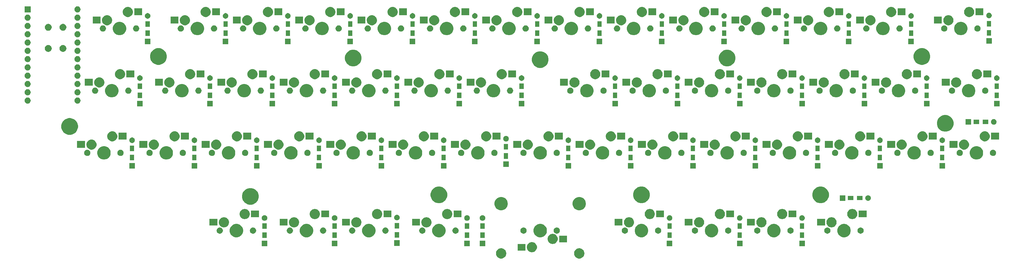
<source format=gbs>
G04 #@! TF.GenerationSoftware,KiCad,Pcbnew,(6.0.0-rc1-dev-1215-g431bdc7a3)*
G04 #@! TF.CreationDate,2018-12-02T20:05:25+01:00*
G04 #@! TF.ProjectId,wave,77617665-2e6b-4696-9361-645f70636258,rev?*
G04 #@! TF.SameCoordinates,Original*
G04 #@! TF.FileFunction,Soldermask,Bot*
G04 #@! TF.FilePolarity,Negative*
%FSLAX46Y46*%
G04 Gerber Fmt 4.6, Leading zero omitted, Abs format (unit mm)*
G04 Created by KiCad (PCBNEW (6.0.0-rc1-dev-1215-g431bdc7a3)) date 2018 December 02, Sunday 20:05:25*
%MOMM*%
%LPD*%
G01*
G04 APERTURE LIST*
%ADD10C,0.100000*%
G04 APERTURE END LIST*
D10*
G36*
X165440327Y1733857D02*
X165592471Y1703594D01*
X165711197Y1654416D01*
X165879101Y1584868D01*
X166137067Y1412501D01*
X166356441Y1193127D01*
X166528808Y935161D01*
X166547770Y889382D01*
X166647534Y648531D01*
X166668501Y543120D01*
X166708060Y344245D01*
X166708060Y33995D01*
X166647534Y-270290D01*
X166528808Y-556921D01*
X166356441Y-814887D01*
X166137067Y-1034261D01*
X165879101Y-1206628D01*
X165711197Y-1276176D01*
X165592471Y-1325354D01*
X165288185Y-1385880D01*
X164977935Y-1385880D01*
X164673649Y-1325354D01*
X164554923Y-1276176D01*
X164387019Y-1206628D01*
X164129053Y-1034261D01*
X163909679Y-814887D01*
X163737312Y-556921D01*
X163618586Y-270290D01*
X163558060Y33995D01*
X163558060Y344245D01*
X163597619Y543120D01*
X163618586Y648531D01*
X163718350Y889382D01*
X163737312Y935161D01*
X163909679Y1193127D01*
X164129053Y1412501D01*
X164387019Y1584868D01*
X164554923Y1654416D01*
X164673649Y1703594D01*
X164825793Y1733857D01*
X164977935Y1764120D01*
X165288185Y1764120D01*
X165440327Y1733857D01*
X165440327Y1733857D01*
G37*
G36*
X141564327Y1733857D02*
X141716471Y1703594D01*
X141835197Y1654416D01*
X142003101Y1584868D01*
X142261067Y1412501D01*
X142480441Y1193127D01*
X142652808Y935161D01*
X142671770Y889382D01*
X142771534Y648531D01*
X142792501Y543120D01*
X142832060Y344245D01*
X142832060Y33995D01*
X142771534Y-270290D01*
X142652808Y-556921D01*
X142480441Y-814887D01*
X142261067Y-1034261D01*
X142003101Y-1206628D01*
X141835197Y-1276176D01*
X141716471Y-1325354D01*
X141412185Y-1385880D01*
X141101935Y-1385880D01*
X140797649Y-1325354D01*
X140678923Y-1276176D01*
X140511019Y-1206628D01*
X140253053Y-1034261D01*
X140033679Y-814887D01*
X139861312Y-556921D01*
X139742586Y-270290D01*
X139682060Y33995D01*
X139682060Y344245D01*
X139721619Y543120D01*
X139742586Y648531D01*
X139842350Y889382D01*
X139861312Y935161D01*
X140033679Y1193127D01*
X140253053Y1412501D01*
X140511019Y1584868D01*
X140678923Y1654416D01*
X140797649Y1703594D01*
X140949793Y1733857D01*
X141101935Y1764120D01*
X141412185Y1764120D01*
X141564327Y1733857D01*
X141564327Y1733857D01*
G37*
G36*
X151007587Y3605384D02*
X151107470Y3585516D01*
X151389734Y3468599D01*
X151643765Y3298861D01*
X151859801Y3082825D01*
X152029539Y2828794D01*
X152146456Y2546530D01*
X152206060Y2246880D01*
X152206060Y1941360D01*
X152146456Y1641710D01*
X152029539Y1359446D01*
X151859801Y1105415D01*
X151643765Y889379D01*
X151389734Y719641D01*
X151107470Y602724D01*
X151007587Y582856D01*
X150807822Y543120D01*
X150502298Y543120D01*
X150302533Y582856D01*
X150202650Y602724D01*
X149920386Y719641D01*
X149666355Y889379D01*
X149450319Y1105415D01*
X149280581Y1359446D01*
X149163664Y1641710D01*
X149104060Y1941360D01*
X149104060Y2246880D01*
X149163664Y2546530D01*
X149280581Y2828794D01*
X149450319Y3082825D01*
X149666355Y3298861D01*
X149920386Y3468599D01*
X150202650Y3585516D01*
X150302533Y3605384D01*
X150502298Y3645120D01*
X150807822Y3645120D01*
X151007587Y3605384D01*
X151007587Y3605384D01*
G37*
G36*
X148696060Y1003120D02*
X146294060Y1003120D01*
X146294060Y3105120D01*
X148696060Y3105120D01*
X148696060Y1003120D01*
X148696060Y1003120D01*
G37*
G36*
X131692187Y2392773D02*
X129990187Y2392773D01*
X129990187Y4094773D01*
X131692187Y4094773D01*
X131692187Y2392773D01*
X131692187Y2392773D01*
G37*
G36*
X91210937Y2392773D02*
X89508937Y2392773D01*
X89508937Y4094773D01*
X91210937Y4094773D01*
X91210937Y2392773D01*
X91210937Y2392773D01*
G37*
G36*
X69779687Y2392773D02*
X68077687Y2392773D01*
X68077687Y4094773D01*
X69779687Y4094773D01*
X69779687Y2392773D01*
X69779687Y2392773D01*
G37*
G36*
X136424810Y2392773D02*
X134722810Y2392773D01*
X134722810Y4094773D01*
X136424810Y4094773D01*
X136424810Y2392773D01*
X136424810Y2392773D01*
G37*
G36*
X193604687Y2392773D02*
X191902687Y2392773D01*
X191902687Y4094773D01*
X193604687Y4094773D01*
X193604687Y2392773D01*
X193604687Y2392773D01*
G37*
G36*
X215035937Y2392773D02*
X213333937Y2392773D01*
X213333937Y4094773D01*
X215035937Y4094773D01*
X215035937Y2392773D01*
X215035937Y2392773D01*
G37*
G36*
X234085937Y2392773D02*
X232383937Y2392773D01*
X232383937Y4094773D01*
X234085937Y4094773D01*
X234085937Y2392773D01*
X234085937Y2392773D01*
G37*
G36*
X110260937Y2513120D02*
X108558937Y2513120D01*
X108558937Y4215120D01*
X110260937Y4215120D01*
X110260937Y2513120D01*
X110260937Y2513120D01*
G37*
G36*
X157357587Y6145384D02*
X157457470Y6125516D01*
X157739734Y6008599D01*
X157993765Y5838861D01*
X158209801Y5622825D01*
X158379539Y5368794D01*
X158496456Y5086530D01*
X158556060Y4786880D01*
X158556060Y4481360D01*
X158496456Y4181710D01*
X158379539Y3899446D01*
X158209801Y3645415D01*
X157993765Y3429379D01*
X157739734Y3259641D01*
X157457470Y3142724D01*
X157357587Y3122856D01*
X157157822Y3083120D01*
X156852298Y3083120D01*
X156652533Y3122856D01*
X156552650Y3142724D01*
X156270386Y3259641D01*
X156016355Y3429379D01*
X155800319Y3645415D01*
X155630581Y3899446D01*
X155513664Y4181710D01*
X155454060Y4481360D01*
X155454060Y4786880D01*
X155513664Y5086530D01*
X155630581Y5368794D01*
X155800319Y5622825D01*
X156016355Y5838861D01*
X156270386Y6008599D01*
X156552650Y6125516D01*
X156652533Y6145384D01*
X156852298Y6185120D01*
X157157822Y6185120D01*
X157357587Y6145384D01*
X157357587Y6145384D01*
G37*
G36*
X161396060Y3543120D02*
X158994060Y3543120D01*
X158994060Y5645120D01*
X161396060Y5645120D01*
X161396060Y3543120D01*
X161396060Y3543120D01*
G37*
G36*
X69579687Y4892773D02*
X68277687Y4892773D01*
X68277687Y6594773D01*
X69579687Y6594773D01*
X69579687Y4892773D01*
X69579687Y4892773D01*
G37*
G36*
X91010937Y4892773D02*
X89708937Y4892773D01*
X89708937Y6594773D01*
X91010937Y6594773D01*
X91010937Y4892773D01*
X91010937Y4892773D01*
G37*
G36*
X233885937Y4892773D02*
X232583937Y4892773D01*
X232583937Y6594773D01*
X233885937Y6594773D01*
X233885937Y4892773D01*
X233885937Y4892773D01*
G37*
G36*
X131492187Y4892773D02*
X130190187Y4892773D01*
X130190187Y6594773D01*
X131492187Y6594773D01*
X131492187Y4892773D01*
X131492187Y4892773D01*
G37*
G36*
X214835937Y4892773D02*
X213533937Y4892773D01*
X213533937Y6594773D01*
X214835937Y6594773D01*
X214835937Y4892773D01*
X214835937Y4892773D01*
G37*
G36*
X136224810Y4892773D02*
X134922810Y4892773D01*
X134922810Y6594773D01*
X136224810Y6594773D01*
X136224810Y4892773D01*
X136224810Y4892773D01*
G37*
G36*
X193404687Y4892773D02*
X192102687Y4892773D01*
X192102687Y6594773D01*
X193404687Y6594773D01*
X193404687Y4892773D01*
X193404687Y4892773D01*
G37*
G36*
X110060937Y5013120D02*
X108758937Y5013120D01*
X108758937Y6715120D01*
X110060937Y6715120D01*
X110060937Y5013120D01*
X110060937Y5013120D01*
G37*
G36*
X60924562Y9146302D02*
X60924564Y9146301D01*
X60924565Y9146301D01*
X61297823Y8991693D01*
X61629215Y8770263D01*
X61633749Y8767234D01*
X61919424Y8481559D01*
X61919426Y8481556D01*
X62143883Y8145633D01*
X62298491Y7772375D01*
X62377310Y7376126D01*
X62377310Y6972114D01*
X62298491Y6575865D01*
X62143883Y6202607D01*
X62092372Y6125516D01*
X61919424Y5866681D01*
X61633749Y5581006D01*
X61633746Y5581004D01*
X61297823Y5356547D01*
X60924565Y5201939D01*
X60924564Y5201939D01*
X60924562Y5201938D01*
X60528317Y5123120D01*
X60124303Y5123120D01*
X59728058Y5201938D01*
X59728056Y5201939D01*
X59728055Y5201939D01*
X59354797Y5356547D01*
X59018874Y5581004D01*
X59018871Y5581006D01*
X58733196Y5866681D01*
X58560248Y6125516D01*
X58508737Y6202607D01*
X58354129Y6575865D01*
X58275310Y6972114D01*
X58275310Y7376126D01*
X58354129Y7772375D01*
X58508737Y8145633D01*
X58733194Y8481556D01*
X58733196Y8481559D01*
X59018871Y8767234D01*
X59023405Y8770263D01*
X59354797Y8991693D01*
X59728055Y9146301D01*
X59728056Y9146301D01*
X59728058Y9146302D01*
X60124303Y9225120D01*
X60528317Y9225120D01*
X60924562Y9146302D01*
X60924562Y9146302D01*
G37*
G36*
X82355812Y9146302D02*
X82355814Y9146301D01*
X82355815Y9146301D01*
X82729073Y8991693D01*
X83060465Y8770263D01*
X83064999Y8767234D01*
X83350674Y8481559D01*
X83350676Y8481556D01*
X83575133Y8145633D01*
X83729741Y7772375D01*
X83808560Y7376126D01*
X83808560Y6972114D01*
X83729741Y6575865D01*
X83575133Y6202607D01*
X83523622Y6125516D01*
X83350674Y5866681D01*
X83064999Y5581006D01*
X83064996Y5581004D01*
X82729073Y5356547D01*
X82355815Y5201939D01*
X82355814Y5201939D01*
X82355812Y5201938D01*
X81959567Y5123120D01*
X81555553Y5123120D01*
X81159308Y5201938D01*
X81159306Y5201939D01*
X81159305Y5201939D01*
X80786047Y5356547D01*
X80450124Y5581004D01*
X80450121Y5581006D01*
X80164446Y5866681D01*
X79991498Y6125516D01*
X79939987Y6202607D01*
X79785379Y6575865D01*
X79706560Y6972114D01*
X79706560Y7376126D01*
X79785379Y7772375D01*
X79939987Y8145633D01*
X80164444Y8481556D01*
X80164446Y8481559D01*
X80450121Y8767234D01*
X80454655Y8770263D01*
X80786047Y8991693D01*
X81159305Y9146301D01*
X81159306Y9146301D01*
X81159308Y9146302D01*
X81555553Y9225120D01*
X81959567Y9225120D01*
X82355812Y9146302D01*
X82355812Y9146302D01*
G37*
G36*
X101405812Y9146302D02*
X101405814Y9146301D01*
X101405815Y9146301D01*
X101779073Y8991693D01*
X102110465Y8770263D01*
X102114999Y8767234D01*
X102400674Y8481559D01*
X102400676Y8481556D01*
X102625133Y8145633D01*
X102779741Y7772375D01*
X102858560Y7376126D01*
X102858560Y6972114D01*
X102779741Y6575865D01*
X102625133Y6202607D01*
X102573622Y6125516D01*
X102400674Y5866681D01*
X102114999Y5581006D01*
X102114996Y5581004D01*
X101779073Y5356547D01*
X101405815Y5201939D01*
X101405814Y5201939D01*
X101405812Y5201938D01*
X101009567Y5123120D01*
X100605553Y5123120D01*
X100209308Y5201938D01*
X100209306Y5201939D01*
X100209305Y5201939D01*
X99836047Y5356547D01*
X99500124Y5581004D01*
X99500121Y5581006D01*
X99214446Y5866681D01*
X99041498Y6125516D01*
X98989987Y6202607D01*
X98835379Y6575865D01*
X98756560Y6972114D01*
X98756560Y7376126D01*
X98835379Y7772375D01*
X98989987Y8145633D01*
X99214444Y8481556D01*
X99214446Y8481559D01*
X99500121Y8767234D01*
X99504655Y8770263D01*
X99836047Y8991693D01*
X100209305Y9146301D01*
X100209306Y9146301D01*
X100209308Y9146302D01*
X100605553Y9225120D01*
X101009567Y9225120D01*
X101405812Y9146302D01*
X101405812Y9146302D01*
G37*
G36*
X122837062Y9146302D02*
X122837064Y9146301D01*
X122837065Y9146301D01*
X123210323Y8991693D01*
X123541715Y8770263D01*
X123546249Y8767234D01*
X123831924Y8481559D01*
X123831926Y8481556D01*
X124056383Y8145633D01*
X124210991Y7772375D01*
X124289810Y7376126D01*
X124289810Y6972114D01*
X124210991Y6575865D01*
X124056383Y6202607D01*
X124004872Y6125516D01*
X123831924Y5866681D01*
X123546249Y5581006D01*
X123546246Y5581004D01*
X123210323Y5356547D01*
X122837065Y5201939D01*
X122837064Y5201939D01*
X122837062Y5201938D01*
X122440817Y5123120D01*
X122036803Y5123120D01*
X121640558Y5201938D01*
X121640556Y5201939D01*
X121640555Y5201939D01*
X121267297Y5356547D01*
X120931374Y5581004D01*
X120931371Y5581006D01*
X120645696Y5866681D01*
X120472748Y6125516D01*
X120421237Y6202607D01*
X120266629Y6575865D01*
X120187810Y6972114D01*
X120187810Y7376126D01*
X120266629Y7772375D01*
X120421237Y8145633D01*
X120645694Y8481556D01*
X120645696Y8481559D01*
X120931371Y8767234D01*
X120935905Y8770263D01*
X121267297Y8991693D01*
X121640555Y9146301D01*
X121640556Y9146301D01*
X121640558Y9146302D01*
X122036803Y9225120D01*
X122440817Y9225120D01*
X122837062Y9146302D01*
X122837062Y9146302D01*
G37*
G36*
X184749562Y9146302D02*
X184749564Y9146301D01*
X184749565Y9146301D01*
X185122823Y8991693D01*
X185454215Y8770263D01*
X185458749Y8767234D01*
X185744424Y8481559D01*
X185744426Y8481556D01*
X185968883Y8145633D01*
X186123491Y7772375D01*
X186202310Y7376126D01*
X186202310Y6972114D01*
X186123491Y6575865D01*
X185968883Y6202607D01*
X185917372Y6125516D01*
X185744424Y5866681D01*
X185458749Y5581006D01*
X185458746Y5581004D01*
X185122823Y5356547D01*
X184749565Y5201939D01*
X184749564Y5201939D01*
X184749562Y5201938D01*
X184353317Y5123120D01*
X183949303Y5123120D01*
X183553058Y5201938D01*
X183553056Y5201939D01*
X183553055Y5201939D01*
X183179797Y5356547D01*
X182843874Y5581004D01*
X182843871Y5581006D01*
X182558196Y5866681D01*
X182385248Y6125516D01*
X182333737Y6202607D01*
X182179129Y6575865D01*
X182100310Y6972114D01*
X182100310Y7376126D01*
X182179129Y7772375D01*
X182333737Y8145633D01*
X182558194Y8481556D01*
X182558196Y8481559D01*
X182843871Y8767234D01*
X182848405Y8770263D01*
X183179797Y8991693D01*
X183553055Y9146301D01*
X183553056Y9146301D01*
X183553058Y9146302D01*
X183949303Y9225120D01*
X184353317Y9225120D01*
X184749562Y9146302D01*
X184749562Y9146302D01*
G37*
G36*
X206180812Y9146302D02*
X206180814Y9146301D01*
X206180815Y9146301D01*
X206554073Y8991693D01*
X206885465Y8770263D01*
X206889999Y8767234D01*
X207175674Y8481559D01*
X207175676Y8481556D01*
X207400133Y8145633D01*
X207554741Y7772375D01*
X207633560Y7376126D01*
X207633560Y6972114D01*
X207554741Y6575865D01*
X207400133Y6202607D01*
X207348622Y6125516D01*
X207175674Y5866681D01*
X206889999Y5581006D01*
X206889996Y5581004D01*
X206554073Y5356547D01*
X206180815Y5201939D01*
X206180814Y5201939D01*
X206180812Y5201938D01*
X205784567Y5123120D01*
X205380553Y5123120D01*
X204984308Y5201938D01*
X204984306Y5201939D01*
X204984305Y5201939D01*
X204611047Y5356547D01*
X204275124Y5581004D01*
X204275121Y5581006D01*
X203989446Y5866681D01*
X203816498Y6125516D01*
X203764987Y6202607D01*
X203610379Y6575865D01*
X203531560Y6972114D01*
X203531560Y7376126D01*
X203610379Y7772375D01*
X203764987Y8145633D01*
X203989444Y8481556D01*
X203989446Y8481559D01*
X204275121Y8767234D01*
X204279655Y8770263D01*
X204611047Y8991693D01*
X204984305Y9146301D01*
X204984306Y9146301D01*
X204984308Y9146302D01*
X205380553Y9225120D01*
X205784567Y9225120D01*
X206180812Y9146302D01*
X206180812Y9146302D01*
G37*
G36*
X246662062Y9146302D02*
X246662064Y9146301D01*
X246662065Y9146301D01*
X247035323Y8991693D01*
X247366715Y8770263D01*
X247371249Y8767234D01*
X247656924Y8481559D01*
X247656926Y8481556D01*
X247881383Y8145633D01*
X248035991Y7772375D01*
X248114810Y7376126D01*
X248114810Y6972114D01*
X248035991Y6575865D01*
X247881383Y6202607D01*
X247829872Y6125516D01*
X247656924Y5866681D01*
X247371249Y5581006D01*
X247371246Y5581004D01*
X247035323Y5356547D01*
X246662065Y5201939D01*
X246662064Y5201939D01*
X246662062Y5201938D01*
X246265817Y5123120D01*
X245861803Y5123120D01*
X245465558Y5201938D01*
X245465556Y5201939D01*
X245465555Y5201939D01*
X245092297Y5356547D01*
X244756374Y5581004D01*
X244756371Y5581006D01*
X244470696Y5866681D01*
X244297748Y6125516D01*
X244246237Y6202607D01*
X244091629Y6575865D01*
X244012810Y6972114D01*
X244012810Y7376126D01*
X244091629Y7772375D01*
X244246237Y8145633D01*
X244470694Y8481556D01*
X244470696Y8481559D01*
X244756371Y8767234D01*
X244760905Y8770263D01*
X245092297Y8991693D01*
X245465555Y9146301D01*
X245465556Y9146301D01*
X245465558Y9146302D01*
X245861803Y9225120D01*
X246265817Y9225120D01*
X246662062Y9146302D01*
X246662062Y9146302D01*
G37*
G36*
X153793312Y9146302D02*
X153793314Y9146301D01*
X153793315Y9146301D01*
X154166573Y8991693D01*
X154497965Y8770263D01*
X154502499Y8767234D01*
X154788174Y8481559D01*
X154788176Y8481556D01*
X155012633Y8145633D01*
X155167241Y7772375D01*
X155246060Y7376126D01*
X155246060Y6972114D01*
X155167241Y6575865D01*
X155012633Y6202607D01*
X154961122Y6125516D01*
X154788174Y5866681D01*
X154502499Y5581006D01*
X154502496Y5581004D01*
X154166573Y5356547D01*
X153793315Y5201939D01*
X153793314Y5201939D01*
X153793312Y5201938D01*
X153397067Y5123120D01*
X152993053Y5123120D01*
X152596808Y5201938D01*
X152596806Y5201939D01*
X152596805Y5201939D01*
X152223547Y5356547D01*
X151887624Y5581004D01*
X151887621Y5581006D01*
X151601946Y5866681D01*
X151428998Y6125516D01*
X151377487Y6202607D01*
X151222879Y6575865D01*
X151144060Y6972114D01*
X151144060Y7376126D01*
X151222879Y7772375D01*
X151377487Y8145633D01*
X151601944Y8481556D01*
X151601946Y8481559D01*
X151887621Y8767234D01*
X151892155Y8770263D01*
X152223547Y8991693D01*
X152596805Y9146301D01*
X152596806Y9146301D01*
X152596808Y9146302D01*
X152993053Y9225120D01*
X153397067Y9225120D01*
X153793312Y9146302D01*
X153793312Y9146302D01*
G37*
G36*
X225230812Y9146302D02*
X225230814Y9146301D01*
X225230815Y9146301D01*
X225604073Y8991693D01*
X225935465Y8770263D01*
X225939999Y8767234D01*
X226225674Y8481559D01*
X226225676Y8481556D01*
X226450133Y8145633D01*
X226604741Y7772375D01*
X226683560Y7376126D01*
X226683560Y6972114D01*
X226604741Y6575865D01*
X226450133Y6202607D01*
X226398622Y6125516D01*
X226225674Y5866681D01*
X225939999Y5581006D01*
X225939996Y5581004D01*
X225604073Y5356547D01*
X225230815Y5201939D01*
X225230814Y5201939D01*
X225230812Y5201938D01*
X224834567Y5123120D01*
X224430553Y5123120D01*
X224034308Y5201938D01*
X224034306Y5201939D01*
X224034305Y5201939D01*
X223661047Y5356547D01*
X223325124Y5581004D01*
X223325121Y5581006D01*
X223039446Y5866681D01*
X222866498Y6125516D01*
X222814987Y6202607D01*
X222660379Y6575865D01*
X222581560Y6972114D01*
X222581560Y7376126D01*
X222660379Y7772375D01*
X222814987Y8145633D01*
X223039444Y8481556D01*
X223039446Y8481559D01*
X223325121Y8767234D01*
X223329655Y8770263D01*
X223661047Y8991693D01*
X224034305Y9146301D01*
X224034306Y9146301D01*
X224034308Y9146302D01*
X224430553Y9225120D01*
X224834567Y9225120D01*
X225230812Y9146302D01*
X225230812Y9146302D01*
G37*
G36*
X219829956Y8088574D02*
X220003026Y8016886D01*
X220158790Y7912808D01*
X220291248Y7780350D01*
X220395326Y7624586D01*
X220467014Y7451516D01*
X220503560Y7267787D01*
X220503560Y7080453D01*
X220467014Y6896724D01*
X220395326Y6723654D01*
X220291248Y6567890D01*
X220158790Y6435432D01*
X220003026Y6331354D01*
X219829956Y6259666D01*
X219646227Y6223120D01*
X219458893Y6223120D01*
X219275164Y6259666D01*
X219102094Y6331354D01*
X218946330Y6435432D01*
X218813872Y6567890D01*
X218709794Y6723654D01*
X218638106Y6896724D01*
X218601560Y7080453D01*
X218601560Y7267787D01*
X218638106Y7451516D01*
X218709794Y7624586D01*
X218813872Y7780350D01*
X218946330Y7912808D01*
X219102094Y8016886D01*
X219275164Y8088574D01*
X219458893Y8125120D01*
X219646227Y8125120D01*
X219829956Y8088574D01*
X219829956Y8088574D01*
G37*
G36*
X65683706Y8088574D02*
X65856776Y8016886D01*
X66012540Y7912808D01*
X66144998Y7780350D01*
X66249076Y7624586D01*
X66320764Y7451516D01*
X66357310Y7267787D01*
X66357310Y7080453D01*
X66320764Y6896724D01*
X66249076Y6723654D01*
X66144998Y6567890D01*
X66012540Y6435432D01*
X65856776Y6331354D01*
X65683706Y6259666D01*
X65499977Y6223120D01*
X65312643Y6223120D01*
X65128914Y6259666D01*
X64955844Y6331354D01*
X64800080Y6435432D01*
X64667622Y6567890D01*
X64563544Y6723654D01*
X64491856Y6896724D01*
X64455310Y7080453D01*
X64455310Y7267787D01*
X64491856Y7451516D01*
X64563544Y7624586D01*
X64667622Y7780350D01*
X64800080Y7912808D01*
X64955844Y8016886D01*
X65128914Y8088574D01*
X65312643Y8125120D01*
X65499977Y8125120D01*
X65683706Y8088574D01*
X65683706Y8088574D01*
G37*
G36*
X251421206Y8088574D02*
X251594276Y8016886D01*
X251750040Y7912808D01*
X251882498Y7780350D01*
X251986576Y7624586D01*
X252058264Y7451516D01*
X252094810Y7267787D01*
X252094810Y7080453D01*
X252058264Y6896724D01*
X251986576Y6723654D01*
X251882498Y6567890D01*
X251750040Y6435432D01*
X251594276Y6331354D01*
X251421206Y6259666D01*
X251237477Y6223120D01*
X251050143Y6223120D01*
X250866414Y6259666D01*
X250693344Y6331354D01*
X250537580Y6435432D01*
X250405122Y6567890D01*
X250301044Y6723654D01*
X250229356Y6896724D01*
X250192810Y7080453D01*
X250192810Y7267787D01*
X250229356Y7451516D01*
X250301044Y7624586D01*
X250405122Y7780350D01*
X250537580Y7912808D01*
X250693344Y8016886D01*
X250866414Y8088574D01*
X251050143Y8125120D01*
X251237477Y8125120D01*
X251421206Y8088574D01*
X251421206Y8088574D01*
G37*
G36*
X210939956Y8088574D02*
X211113026Y8016886D01*
X211268790Y7912808D01*
X211401248Y7780350D01*
X211505326Y7624586D01*
X211577014Y7451516D01*
X211613560Y7267787D01*
X211613560Y7080453D01*
X211577014Y6896724D01*
X211505326Y6723654D01*
X211401248Y6567890D01*
X211268790Y6435432D01*
X211113026Y6331354D01*
X210939956Y6259666D01*
X210756227Y6223120D01*
X210568893Y6223120D01*
X210385164Y6259666D01*
X210212094Y6331354D01*
X210056330Y6435432D01*
X209923872Y6567890D01*
X209819794Y6723654D01*
X209748106Y6896724D01*
X209711560Y7080453D01*
X209711560Y7267787D01*
X209748106Y7451516D01*
X209819794Y7624586D01*
X209923872Y7780350D01*
X210056330Y7912808D01*
X210212094Y8016886D01*
X210385164Y8088574D01*
X210568893Y8125120D01*
X210756227Y8125120D01*
X210939956Y8088574D01*
X210939956Y8088574D01*
G37*
G36*
X200779956Y8088574D02*
X200953026Y8016886D01*
X201108790Y7912808D01*
X201241248Y7780350D01*
X201345326Y7624586D01*
X201417014Y7451516D01*
X201453560Y7267787D01*
X201453560Y7080453D01*
X201417014Y6896724D01*
X201345326Y6723654D01*
X201241248Y6567890D01*
X201108790Y6435432D01*
X200953026Y6331354D01*
X200779956Y6259666D01*
X200596227Y6223120D01*
X200408893Y6223120D01*
X200225164Y6259666D01*
X200052094Y6331354D01*
X199896330Y6435432D01*
X199763872Y6567890D01*
X199659794Y6723654D01*
X199588106Y6896724D01*
X199551560Y7080453D01*
X199551560Y7267787D01*
X199588106Y7451516D01*
X199659794Y7624586D01*
X199763872Y7780350D01*
X199896330Y7912808D01*
X200052094Y8016886D01*
X200225164Y8088574D01*
X200408893Y8125120D01*
X200596227Y8125120D01*
X200779956Y8088574D01*
X200779956Y8088574D01*
G37*
G36*
X241261206Y8088574D02*
X241434276Y8016886D01*
X241590040Y7912808D01*
X241722498Y7780350D01*
X241826576Y7624586D01*
X241898264Y7451516D01*
X241934810Y7267787D01*
X241934810Y7080453D01*
X241898264Y6896724D01*
X241826576Y6723654D01*
X241722498Y6567890D01*
X241590040Y6435432D01*
X241434276Y6331354D01*
X241261206Y6259666D01*
X241077477Y6223120D01*
X240890143Y6223120D01*
X240706414Y6259666D01*
X240533344Y6331354D01*
X240377580Y6435432D01*
X240245122Y6567890D01*
X240141044Y6723654D01*
X240069356Y6896724D01*
X240032810Y7080453D01*
X240032810Y7267787D01*
X240069356Y7451516D01*
X240141044Y7624586D01*
X240245122Y7780350D01*
X240377580Y7912808D01*
X240533344Y8016886D01*
X240706414Y8088574D01*
X240890143Y8125120D01*
X241077477Y8125120D01*
X241261206Y8088574D01*
X241261206Y8088574D01*
G37*
G36*
X189508706Y8088574D02*
X189681776Y8016886D01*
X189837540Y7912808D01*
X189969998Y7780350D01*
X190074076Y7624586D01*
X190145764Y7451516D01*
X190182310Y7267787D01*
X190182310Y7080453D01*
X190145764Y6896724D01*
X190074076Y6723654D01*
X189969998Y6567890D01*
X189837540Y6435432D01*
X189681776Y6331354D01*
X189508706Y6259666D01*
X189324977Y6223120D01*
X189137643Y6223120D01*
X188953914Y6259666D01*
X188780844Y6331354D01*
X188625080Y6435432D01*
X188492622Y6567890D01*
X188388544Y6723654D01*
X188316856Y6896724D01*
X188280310Y7080453D01*
X188280310Y7267787D01*
X188316856Y7451516D01*
X188388544Y7624586D01*
X188492622Y7780350D01*
X188625080Y7912808D01*
X188780844Y8016886D01*
X188953914Y8088574D01*
X189137643Y8125120D01*
X189324977Y8125120D01*
X189508706Y8088574D01*
X189508706Y8088574D01*
G37*
G36*
X179348706Y8088574D02*
X179521776Y8016886D01*
X179677540Y7912808D01*
X179809998Y7780350D01*
X179914076Y7624586D01*
X179985764Y7451516D01*
X180022310Y7267787D01*
X180022310Y7080453D01*
X179985764Y6896724D01*
X179914076Y6723654D01*
X179809998Y6567890D01*
X179677540Y6435432D01*
X179521776Y6331354D01*
X179348706Y6259666D01*
X179164977Y6223120D01*
X178977643Y6223120D01*
X178793914Y6259666D01*
X178620844Y6331354D01*
X178465080Y6435432D01*
X178332622Y6567890D01*
X178228544Y6723654D01*
X178156856Y6896724D01*
X178120310Y7080453D01*
X178120310Y7267787D01*
X178156856Y7451516D01*
X178228544Y7624586D01*
X178332622Y7780350D01*
X178465080Y7912808D01*
X178620844Y8016886D01*
X178793914Y8088574D01*
X178977643Y8125120D01*
X179164977Y8125120D01*
X179348706Y8088574D01*
X179348706Y8088574D01*
G37*
G36*
X229989956Y8088574D02*
X230163026Y8016886D01*
X230318790Y7912808D01*
X230451248Y7780350D01*
X230555326Y7624586D01*
X230627014Y7451516D01*
X230663560Y7267787D01*
X230663560Y7080453D01*
X230627014Y6896724D01*
X230555326Y6723654D01*
X230451248Y6567890D01*
X230318790Y6435432D01*
X230163026Y6331354D01*
X229989956Y6259666D01*
X229806227Y6223120D01*
X229618893Y6223120D01*
X229435164Y6259666D01*
X229262094Y6331354D01*
X229106330Y6435432D01*
X228973872Y6567890D01*
X228869794Y6723654D01*
X228798106Y6896724D01*
X228761560Y7080453D01*
X228761560Y7267787D01*
X228798106Y7451516D01*
X228869794Y7624586D01*
X228973872Y7780350D01*
X229106330Y7912808D01*
X229262094Y8016886D01*
X229435164Y8088574D01*
X229618893Y8125120D01*
X229806227Y8125120D01*
X229989956Y8088574D01*
X229989956Y8088574D01*
G37*
G36*
X127596206Y8088574D02*
X127769276Y8016886D01*
X127925040Y7912808D01*
X128057498Y7780350D01*
X128161576Y7624586D01*
X128233264Y7451516D01*
X128269810Y7267787D01*
X128269810Y7080453D01*
X128233264Y6896724D01*
X128161576Y6723654D01*
X128057498Y6567890D01*
X127925040Y6435432D01*
X127769276Y6331354D01*
X127596206Y6259666D01*
X127412477Y6223120D01*
X127225143Y6223120D01*
X127041414Y6259666D01*
X126868344Y6331354D01*
X126712580Y6435432D01*
X126580122Y6567890D01*
X126476044Y6723654D01*
X126404356Y6896724D01*
X126367810Y7080453D01*
X126367810Y7267787D01*
X126404356Y7451516D01*
X126476044Y7624586D01*
X126580122Y7780350D01*
X126712580Y7912808D01*
X126868344Y8016886D01*
X127041414Y8088574D01*
X127225143Y8125120D01*
X127412477Y8125120D01*
X127596206Y8088574D01*
X127596206Y8088574D01*
G37*
G36*
X117436206Y8088574D02*
X117609276Y8016886D01*
X117765040Y7912808D01*
X117897498Y7780350D01*
X118001576Y7624586D01*
X118073264Y7451516D01*
X118109810Y7267787D01*
X118109810Y7080453D01*
X118073264Y6896724D01*
X118001576Y6723654D01*
X117897498Y6567890D01*
X117765040Y6435432D01*
X117609276Y6331354D01*
X117436206Y6259666D01*
X117252477Y6223120D01*
X117065143Y6223120D01*
X116881414Y6259666D01*
X116708344Y6331354D01*
X116552580Y6435432D01*
X116420122Y6567890D01*
X116316044Y6723654D01*
X116244356Y6896724D01*
X116207810Y7080453D01*
X116207810Y7267787D01*
X116244356Y7451516D01*
X116316044Y7624586D01*
X116420122Y7780350D01*
X116552580Y7912808D01*
X116708344Y8016886D01*
X116881414Y8088574D01*
X117065143Y8125120D01*
X117252477Y8125120D01*
X117436206Y8088574D01*
X117436206Y8088574D01*
G37*
G36*
X106164956Y8088574D02*
X106338026Y8016886D01*
X106493790Y7912808D01*
X106626248Y7780350D01*
X106730326Y7624586D01*
X106802014Y7451516D01*
X106838560Y7267787D01*
X106838560Y7080453D01*
X106802014Y6896724D01*
X106730326Y6723654D01*
X106626248Y6567890D01*
X106493790Y6435432D01*
X106338026Y6331354D01*
X106164956Y6259666D01*
X105981227Y6223120D01*
X105793893Y6223120D01*
X105610164Y6259666D01*
X105437094Y6331354D01*
X105281330Y6435432D01*
X105148872Y6567890D01*
X105044794Y6723654D01*
X104973106Y6896724D01*
X104936560Y7080453D01*
X104936560Y7267787D01*
X104973106Y7451516D01*
X105044794Y7624586D01*
X105148872Y7780350D01*
X105281330Y7912808D01*
X105437094Y8016886D01*
X105610164Y8088574D01*
X105793893Y8125120D01*
X105981227Y8125120D01*
X106164956Y8088574D01*
X106164956Y8088574D01*
G37*
G36*
X96004956Y8088574D02*
X96178026Y8016886D01*
X96333790Y7912808D01*
X96466248Y7780350D01*
X96570326Y7624586D01*
X96642014Y7451516D01*
X96678560Y7267787D01*
X96678560Y7080453D01*
X96642014Y6896724D01*
X96570326Y6723654D01*
X96466248Y6567890D01*
X96333790Y6435432D01*
X96178026Y6331354D01*
X96004956Y6259666D01*
X95821227Y6223120D01*
X95633893Y6223120D01*
X95450164Y6259666D01*
X95277094Y6331354D01*
X95121330Y6435432D01*
X94988872Y6567890D01*
X94884794Y6723654D01*
X94813106Y6896724D01*
X94776560Y7080453D01*
X94776560Y7267787D01*
X94813106Y7451516D01*
X94884794Y7624586D01*
X94988872Y7780350D01*
X95121330Y7912808D01*
X95277094Y8016886D01*
X95450164Y8088574D01*
X95633893Y8125120D01*
X95821227Y8125120D01*
X96004956Y8088574D01*
X96004956Y8088574D01*
G37*
G36*
X87114956Y8088574D02*
X87288026Y8016886D01*
X87443790Y7912808D01*
X87576248Y7780350D01*
X87680326Y7624586D01*
X87752014Y7451516D01*
X87788560Y7267787D01*
X87788560Y7080453D01*
X87752014Y6896724D01*
X87680326Y6723654D01*
X87576248Y6567890D01*
X87443790Y6435432D01*
X87288026Y6331354D01*
X87114956Y6259666D01*
X86931227Y6223120D01*
X86743893Y6223120D01*
X86560164Y6259666D01*
X86387094Y6331354D01*
X86231330Y6435432D01*
X86098872Y6567890D01*
X85994794Y6723654D01*
X85923106Y6896724D01*
X85886560Y7080453D01*
X85886560Y7267787D01*
X85923106Y7451516D01*
X85994794Y7624586D01*
X86098872Y7780350D01*
X86231330Y7912808D01*
X86387094Y8016886D01*
X86560164Y8088574D01*
X86743893Y8125120D01*
X86931227Y8125120D01*
X87114956Y8088574D01*
X87114956Y8088574D01*
G37*
G36*
X76954956Y8088574D02*
X77128026Y8016886D01*
X77283790Y7912808D01*
X77416248Y7780350D01*
X77520326Y7624586D01*
X77592014Y7451516D01*
X77628560Y7267787D01*
X77628560Y7080453D01*
X77592014Y6896724D01*
X77520326Y6723654D01*
X77416248Y6567890D01*
X77283790Y6435432D01*
X77128026Y6331354D01*
X76954956Y6259666D01*
X76771227Y6223120D01*
X76583893Y6223120D01*
X76400164Y6259666D01*
X76227094Y6331354D01*
X76071330Y6435432D01*
X75938872Y6567890D01*
X75834794Y6723654D01*
X75763106Y6896724D01*
X75726560Y7080453D01*
X75726560Y7267787D01*
X75763106Y7451516D01*
X75834794Y7624586D01*
X75938872Y7780350D01*
X76071330Y7912808D01*
X76227094Y8016886D01*
X76400164Y8088574D01*
X76583893Y8125120D01*
X76771227Y8125120D01*
X76954956Y8088574D01*
X76954956Y8088574D01*
G37*
G36*
X55523706Y8088574D02*
X55696776Y8016886D01*
X55852540Y7912808D01*
X55984998Y7780350D01*
X56089076Y7624586D01*
X56160764Y7451516D01*
X56197310Y7267787D01*
X56197310Y7080453D01*
X56160764Y6896724D01*
X56089076Y6723654D01*
X55984998Y6567890D01*
X55852540Y6435432D01*
X55696776Y6331354D01*
X55523706Y6259666D01*
X55339977Y6223120D01*
X55152643Y6223120D01*
X54968914Y6259666D01*
X54795844Y6331354D01*
X54640080Y6435432D01*
X54507622Y6567890D01*
X54403544Y6723654D01*
X54331856Y6896724D01*
X54295310Y7080453D01*
X54295310Y7267787D01*
X54331856Y7451516D01*
X54403544Y7624586D01*
X54507622Y7780350D01*
X54640080Y7912808D01*
X54795844Y8016886D01*
X54968914Y8088574D01*
X55152643Y8125120D01*
X55339977Y8125120D01*
X55523706Y8088574D01*
X55523706Y8088574D01*
G37*
G36*
X148392456Y8088574D02*
X148565526Y8016886D01*
X148721290Y7912808D01*
X148853748Y7780350D01*
X148957826Y7624586D01*
X149029514Y7451516D01*
X149066060Y7267787D01*
X149066060Y7080453D01*
X149029514Y6896724D01*
X148957826Y6723654D01*
X148853748Y6567890D01*
X148721290Y6435432D01*
X148565526Y6331354D01*
X148392456Y6259666D01*
X148208727Y6223120D01*
X148021393Y6223120D01*
X147837664Y6259666D01*
X147664594Y6331354D01*
X147508830Y6435432D01*
X147376372Y6567890D01*
X147272294Y6723654D01*
X147200606Y6896724D01*
X147164060Y7080453D01*
X147164060Y7267787D01*
X147200606Y7451516D01*
X147272294Y7624586D01*
X147376372Y7780350D01*
X147508830Y7912808D01*
X147664594Y8016886D01*
X147837664Y8088574D01*
X148021393Y8125120D01*
X148208727Y8125120D01*
X148392456Y8088574D01*
X148392456Y8088574D01*
G37*
G36*
X158552456Y8088574D02*
X158725526Y8016886D01*
X158881290Y7912808D01*
X159013748Y7780350D01*
X159117826Y7624586D01*
X159189514Y7451516D01*
X159226060Y7267787D01*
X159226060Y7080453D01*
X159189514Y6896724D01*
X159117826Y6723654D01*
X159013748Y6567890D01*
X158881290Y6435432D01*
X158725526Y6331354D01*
X158552456Y6259666D01*
X158368727Y6223120D01*
X158181393Y6223120D01*
X157997664Y6259666D01*
X157824594Y6331354D01*
X157668830Y6435432D01*
X157536372Y6567890D01*
X157432294Y6723654D01*
X157360606Y6896724D01*
X157324060Y7080453D01*
X157324060Y7267787D01*
X157360606Y7451516D01*
X157432294Y7624586D01*
X157536372Y7780350D01*
X157668830Y7912808D01*
X157824594Y8016886D01*
X157997664Y8088574D01*
X158181393Y8125120D01*
X158368727Y8125120D01*
X158552456Y8088574D01*
X158552456Y8088574D01*
G37*
G36*
X193404687Y7692773D02*
X192102687Y7692773D01*
X192102687Y9394773D01*
X193404687Y9394773D01*
X193404687Y7692773D01*
X193404687Y7692773D01*
G37*
G36*
X214835937Y7692773D02*
X213533937Y7692773D01*
X213533937Y9394773D01*
X214835937Y9394773D01*
X214835937Y7692773D01*
X214835937Y7692773D01*
G37*
G36*
X233885937Y7692773D02*
X232583937Y7692773D01*
X232583937Y9394773D01*
X233885937Y9394773D01*
X233885937Y7692773D01*
X233885937Y7692773D01*
G37*
G36*
X136224810Y7692773D02*
X134922810Y7692773D01*
X134922810Y9394773D01*
X136224810Y9394773D01*
X136224810Y7692773D01*
X136224810Y7692773D01*
G37*
G36*
X131492187Y7692773D02*
X130190187Y7692773D01*
X130190187Y9394773D01*
X131492187Y9394773D01*
X131492187Y7692773D01*
X131492187Y7692773D01*
G37*
G36*
X91010937Y7692773D02*
X89708937Y7692773D01*
X89708937Y9394773D01*
X91010937Y9394773D01*
X91010937Y7692773D01*
X91010937Y7692773D01*
G37*
G36*
X69579687Y7692773D02*
X68277687Y7692773D01*
X68277687Y9394773D01*
X69579687Y9394773D01*
X69579687Y7692773D01*
X69579687Y7692773D01*
G37*
G36*
X110060937Y7813120D02*
X108758937Y7813120D01*
X108758937Y9515120D01*
X110060937Y9515120D01*
X110060937Y7813120D01*
X110060937Y7813120D01*
G37*
G36*
X78300087Y11225384D02*
X78399970Y11205516D01*
X78682234Y11088599D01*
X78936265Y10918861D01*
X79152301Y10702825D01*
X79322039Y10448794D01*
X79438956Y10166530D01*
X79438956Y10166529D01*
X79498560Y9866882D01*
X79498560Y9561358D01*
X79465424Y9394773D01*
X79438956Y9261710D01*
X79322039Y8979446D01*
X79152301Y8725415D01*
X78936265Y8509379D01*
X78682234Y8339641D01*
X78399970Y8222724D01*
X78300087Y8202856D01*
X78100322Y8163120D01*
X77794798Y8163120D01*
X77595033Y8202856D01*
X77495150Y8222724D01*
X77212886Y8339641D01*
X76958855Y8509379D01*
X76742819Y8725415D01*
X76573081Y8979446D01*
X76456164Y9261710D01*
X76429696Y9394773D01*
X76396560Y9561358D01*
X76396560Y9866882D01*
X76456164Y10166529D01*
X76456164Y10166530D01*
X76573081Y10448794D01*
X76742819Y10702825D01*
X76958855Y10918861D01*
X77212886Y11088599D01*
X77495150Y11205516D01*
X77595033Y11225384D01*
X77794798Y11265120D01*
X78100322Y11265120D01*
X78300087Y11225384D01*
X78300087Y11225384D01*
G37*
G36*
X242606337Y11225384D02*
X242706220Y11205516D01*
X242988484Y11088599D01*
X243242515Y10918861D01*
X243458551Y10702825D01*
X243628289Y10448794D01*
X243745206Y10166530D01*
X243745206Y10166529D01*
X243804810Y9866882D01*
X243804810Y9561358D01*
X243771674Y9394773D01*
X243745206Y9261710D01*
X243628289Y8979446D01*
X243458551Y8725415D01*
X243242515Y8509379D01*
X242988484Y8339641D01*
X242706220Y8222724D01*
X242606337Y8202856D01*
X242406572Y8163120D01*
X242101048Y8163120D01*
X241901283Y8202856D01*
X241801400Y8222724D01*
X241519136Y8339641D01*
X241265105Y8509379D01*
X241049069Y8725415D01*
X240879331Y8979446D01*
X240762414Y9261710D01*
X240735946Y9394773D01*
X240702810Y9561358D01*
X240702810Y9866882D01*
X240762414Y10166529D01*
X240762414Y10166530D01*
X240879331Y10448794D01*
X241049069Y10702825D01*
X241265105Y10918861D01*
X241519136Y11088599D01*
X241801400Y11205516D01*
X241901283Y11225384D01*
X242101048Y11265120D01*
X242406572Y11265120D01*
X242606337Y11225384D01*
X242606337Y11225384D01*
G37*
G36*
X56868837Y11225384D02*
X56968720Y11205516D01*
X57250984Y11088599D01*
X57505015Y10918861D01*
X57721051Y10702825D01*
X57890789Y10448794D01*
X58007706Y10166530D01*
X58007706Y10166529D01*
X58067310Y9866882D01*
X58067310Y9561358D01*
X58034174Y9394773D01*
X58007706Y9261710D01*
X57890789Y8979446D01*
X57721051Y8725415D01*
X57505015Y8509379D01*
X57250984Y8339641D01*
X56968720Y8222724D01*
X56868837Y8202856D01*
X56669072Y8163120D01*
X56363548Y8163120D01*
X56163783Y8202856D01*
X56063900Y8222724D01*
X55781636Y8339641D01*
X55527605Y8509379D01*
X55311569Y8725415D01*
X55141831Y8979446D01*
X55024914Y9261710D01*
X54998446Y9394773D01*
X54965310Y9561358D01*
X54965310Y9866882D01*
X55024914Y10166529D01*
X55024914Y10166530D01*
X55141831Y10448794D01*
X55311569Y10702825D01*
X55527605Y10918861D01*
X55781636Y11088599D01*
X56063900Y11205516D01*
X56163783Y11225384D01*
X56363548Y11265120D01*
X56669072Y11265120D01*
X56868837Y11225384D01*
X56868837Y11225384D01*
G37*
G36*
X97350087Y11225384D02*
X97449970Y11205516D01*
X97732234Y11088599D01*
X97986265Y10918861D01*
X98202301Y10702825D01*
X98372039Y10448794D01*
X98488956Y10166530D01*
X98488956Y10166529D01*
X98548560Y9866882D01*
X98548560Y9561358D01*
X98515424Y9394773D01*
X98488956Y9261710D01*
X98372039Y8979446D01*
X98202301Y8725415D01*
X97986265Y8509379D01*
X97732234Y8339641D01*
X97449970Y8222724D01*
X97350087Y8202856D01*
X97150322Y8163120D01*
X96844798Y8163120D01*
X96645033Y8202856D01*
X96545150Y8222724D01*
X96262886Y8339641D01*
X96008855Y8509379D01*
X95792819Y8725415D01*
X95623081Y8979446D01*
X95506164Y9261710D01*
X95479696Y9394773D01*
X95446560Y9561358D01*
X95446560Y9866882D01*
X95506164Y10166529D01*
X95506164Y10166530D01*
X95623081Y10448794D01*
X95792819Y10702825D01*
X96008855Y10918861D01*
X96262886Y11088599D01*
X96545150Y11205516D01*
X96645033Y11225384D01*
X96844798Y11265120D01*
X97150322Y11265120D01*
X97350087Y11225384D01*
X97350087Y11225384D01*
G37*
G36*
X221175087Y11225384D02*
X221274970Y11205516D01*
X221557234Y11088599D01*
X221811265Y10918861D01*
X222027301Y10702825D01*
X222197039Y10448794D01*
X222313956Y10166530D01*
X222313956Y10166529D01*
X222373560Y9866882D01*
X222373560Y9561358D01*
X222340424Y9394773D01*
X222313956Y9261710D01*
X222197039Y8979446D01*
X222027301Y8725415D01*
X221811265Y8509379D01*
X221557234Y8339641D01*
X221274970Y8222724D01*
X221175087Y8202856D01*
X220975322Y8163120D01*
X220669798Y8163120D01*
X220470033Y8202856D01*
X220370150Y8222724D01*
X220087886Y8339641D01*
X219833855Y8509379D01*
X219617819Y8725415D01*
X219448081Y8979446D01*
X219331164Y9261710D01*
X219304696Y9394773D01*
X219271560Y9561358D01*
X219271560Y9866882D01*
X219331164Y10166529D01*
X219331164Y10166530D01*
X219448081Y10448794D01*
X219617819Y10702825D01*
X219833855Y10918861D01*
X220087886Y11088599D01*
X220370150Y11205516D01*
X220470033Y11225384D01*
X220669798Y11265120D01*
X220975322Y11265120D01*
X221175087Y11225384D01*
X221175087Y11225384D01*
G37*
G36*
X202125087Y11225384D02*
X202224970Y11205516D01*
X202507234Y11088599D01*
X202761265Y10918861D01*
X202977301Y10702825D01*
X203147039Y10448794D01*
X203263956Y10166530D01*
X203263956Y10166529D01*
X203323560Y9866882D01*
X203323560Y9561358D01*
X203290424Y9394773D01*
X203263956Y9261710D01*
X203147039Y8979446D01*
X202977301Y8725415D01*
X202761265Y8509379D01*
X202507234Y8339641D01*
X202224970Y8222724D01*
X202125087Y8202856D01*
X201925322Y8163120D01*
X201619798Y8163120D01*
X201420033Y8202856D01*
X201320150Y8222724D01*
X201037886Y8339641D01*
X200783855Y8509379D01*
X200567819Y8725415D01*
X200398081Y8979446D01*
X200281164Y9261710D01*
X200254696Y9394773D01*
X200221560Y9561358D01*
X200221560Y9866882D01*
X200281164Y10166529D01*
X200281164Y10166530D01*
X200398081Y10448794D01*
X200567819Y10702825D01*
X200783855Y10918861D01*
X201037886Y11088599D01*
X201320150Y11205516D01*
X201420033Y11225384D01*
X201619798Y11265120D01*
X201925322Y11265120D01*
X202125087Y11225384D01*
X202125087Y11225384D01*
G37*
G36*
X180693837Y11225384D02*
X180793720Y11205516D01*
X181075984Y11088599D01*
X181330015Y10918861D01*
X181546051Y10702825D01*
X181715789Y10448794D01*
X181832706Y10166530D01*
X181832706Y10166529D01*
X181892310Y9866882D01*
X181892310Y9561358D01*
X181859174Y9394773D01*
X181832706Y9261710D01*
X181715789Y8979446D01*
X181546051Y8725415D01*
X181330015Y8509379D01*
X181075984Y8339641D01*
X180793720Y8222724D01*
X180693837Y8202856D01*
X180494072Y8163120D01*
X180188548Y8163120D01*
X179988783Y8202856D01*
X179888900Y8222724D01*
X179606636Y8339641D01*
X179352605Y8509379D01*
X179136569Y8725415D01*
X178966831Y8979446D01*
X178849914Y9261710D01*
X178823446Y9394773D01*
X178790310Y9561358D01*
X178790310Y9866882D01*
X178849914Y10166529D01*
X178849914Y10166530D01*
X178966831Y10448794D01*
X179136569Y10702825D01*
X179352605Y10918861D01*
X179606636Y11088599D01*
X179888900Y11205516D01*
X179988783Y11225384D01*
X180188548Y11265120D01*
X180494072Y11265120D01*
X180693837Y11225384D01*
X180693837Y11225384D01*
G37*
G36*
X118781337Y11225384D02*
X118881220Y11205516D01*
X119163484Y11088599D01*
X119417515Y10918861D01*
X119633551Y10702825D01*
X119803289Y10448794D01*
X119920206Y10166530D01*
X119920206Y10166529D01*
X119979810Y9866882D01*
X119979810Y9561358D01*
X119946674Y9394773D01*
X119920206Y9261710D01*
X119803289Y8979446D01*
X119633551Y8725415D01*
X119417515Y8509379D01*
X119163484Y8339641D01*
X118881220Y8222724D01*
X118781337Y8202856D01*
X118581572Y8163120D01*
X118276048Y8163120D01*
X118076283Y8202856D01*
X117976400Y8222724D01*
X117694136Y8339641D01*
X117440105Y8509379D01*
X117224069Y8725415D01*
X117054331Y8979446D01*
X116937414Y9261710D01*
X116910946Y9394773D01*
X116877810Y9561358D01*
X116877810Y9866882D01*
X116937414Y10166529D01*
X116937414Y10166530D01*
X117054331Y10448794D01*
X117224069Y10702825D01*
X117440105Y10918861D01*
X117694136Y11088599D01*
X117976400Y11205516D01*
X118076283Y11225384D01*
X118276048Y11265120D01*
X118581572Y11265120D01*
X118781337Y11225384D01*
X118781337Y11225384D01*
G37*
G36*
X218833560Y8703120D02*
X216431560Y8703120D01*
X216431560Y10805120D01*
X218833560Y10805120D01*
X218833560Y8703120D01*
X218833560Y8703120D01*
G37*
G36*
X54527310Y8703120D02*
X52125310Y8703120D01*
X52125310Y10805120D01*
X54527310Y10805120D01*
X54527310Y8703120D01*
X54527310Y8703120D01*
G37*
G36*
X240264810Y8703120D02*
X237862810Y8703120D01*
X237862810Y10805120D01*
X240264810Y10805120D01*
X240264810Y8703120D01*
X240264810Y8703120D01*
G37*
G36*
X178352310Y8703120D02*
X175950310Y8703120D01*
X175950310Y10805120D01*
X178352310Y10805120D01*
X178352310Y8703120D01*
X178352310Y8703120D01*
G37*
G36*
X75958560Y8703120D02*
X73556560Y8703120D01*
X73556560Y10805120D01*
X75958560Y10805120D01*
X75958560Y8703120D01*
X75958560Y8703120D01*
G37*
G36*
X199783560Y8703120D02*
X197381560Y8703120D01*
X197381560Y10805120D01*
X199783560Y10805120D01*
X199783560Y8703120D01*
X199783560Y8703120D01*
G37*
G36*
X116439810Y8703120D02*
X114037810Y8703120D01*
X114037810Y10805120D01*
X116439810Y10805120D01*
X116439810Y8703120D01*
X116439810Y8703120D01*
G37*
G36*
X95008560Y8703120D02*
X92606560Y8703120D01*
X92606560Y10805120D01*
X95008560Y10805120D01*
X95008560Y8703120D01*
X95008560Y8703120D01*
G37*
G36*
X90608165Y11862070D02*
X90763037Y11797920D01*
X90902418Y11704788D01*
X91020952Y11586254D01*
X91114084Y11446873D01*
X91178234Y11292001D01*
X91210937Y11127589D01*
X91210937Y10959957D01*
X91178234Y10795545D01*
X91114084Y10640673D01*
X91020952Y10501292D01*
X90902418Y10382758D01*
X90763037Y10289626D01*
X90608165Y10225476D01*
X90443753Y10192773D01*
X90276121Y10192773D01*
X90111709Y10225476D01*
X89956837Y10289626D01*
X89817456Y10382758D01*
X89698922Y10501292D01*
X89605790Y10640673D01*
X89541640Y10795545D01*
X89508937Y10959957D01*
X89508937Y11127589D01*
X89541640Y11292001D01*
X89605790Y11446873D01*
X89698922Y11586254D01*
X89817456Y11704788D01*
X89956837Y11797920D01*
X90111709Y11862070D01*
X90276121Y11894773D01*
X90443753Y11894773D01*
X90608165Y11862070D01*
X90608165Y11862070D01*
G37*
G36*
X69176915Y11862070D02*
X69331787Y11797920D01*
X69471168Y11704788D01*
X69589702Y11586254D01*
X69682834Y11446873D01*
X69746984Y11292001D01*
X69779687Y11127589D01*
X69779687Y10959957D01*
X69746984Y10795545D01*
X69682834Y10640673D01*
X69589702Y10501292D01*
X69471168Y10382758D01*
X69331787Y10289626D01*
X69176915Y10225476D01*
X69012503Y10192773D01*
X68844871Y10192773D01*
X68680459Y10225476D01*
X68525587Y10289626D01*
X68386206Y10382758D01*
X68267672Y10501292D01*
X68174540Y10640673D01*
X68110390Y10795545D01*
X68077687Y10959957D01*
X68077687Y11127589D01*
X68110390Y11292001D01*
X68174540Y11446873D01*
X68267672Y11586254D01*
X68386206Y11704788D01*
X68525587Y11797920D01*
X68680459Y11862070D01*
X68844871Y11894773D01*
X69012503Y11894773D01*
X69176915Y11862070D01*
X69176915Y11862070D01*
G37*
G36*
X214433165Y11862070D02*
X214588037Y11797920D01*
X214727418Y11704788D01*
X214845952Y11586254D01*
X214939084Y11446873D01*
X215003234Y11292001D01*
X215035937Y11127589D01*
X215035937Y10959957D01*
X215003234Y10795545D01*
X214939084Y10640673D01*
X214845952Y10501292D01*
X214727418Y10382758D01*
X214588037Y10289626D01*
X214433165Y10225476D01*
X214268753Y10192773D01*
X214101121Y10192773D01*
X213936709Y10225476D01*
X213781837Y10289626D01*
X213642456Y10382758D01*
X213523922Y10501292D01*
X213430790Y10640673D01*
X213366640Y10795545D01*
X213333937Y10959957D01*
X213333937Y11127589D01*
X213366640Y11292001D01*
X213430790Y11446873D01*
X213523922Y11586254D01*
X213642456Y11704788D01*
X213781837Y11797920D01*
X213936709Y11862070D01*
X214101121Y11894773D01*
X214268753Y11894773D01*
X214433165Y11862070D01*
X214433165Y11862070D01*
G37*
G36*
X233483165Y11862070D02*
X233638037Y11797920D01*
X233777418Y11704788D01*
X233895952Y11586254D01*
X233989084Y11446873D01*
X234053234Y11292001D01*
X234085937Y11127589D01*
X234085937Y10959957D01*
X234053234Y10795545D01*
X233989084Y10640673D01*
X233895952Y10501292D01*
X233777418Y10382758D01*
X233638037Y10289626D01*
X233483165Y10225476D01*
X233318753Y10192773D01*
X233151121Y10192773D01*
X232986709Y10225476D01*
X232831837Y10289626D01*
X232692456Y10382758D01*
X232573922Y10501292D01*
X232480790Y10640673D01*
X232416640Y10795545D01*
X232383937Y10959957D01*
X232383937Y11127589D01*
X232416640Y11292001D01*
X232480790Y11446873D01*
X232573922Y11586254D01*
X232692456Y11704788D01*
X232831837Y11797920D01*
X232986709Y11862070D01*
X233151121Y11894773D01*
X233318753Y11894773D01*
X233483165Y11862070D01*
X233483165Y11862070D01*
G37*
G36*
X193001915Y11862070D02*
X193156787Y11797920D01*
X193296168Y11704788D01*
X193414702Y11586254D01*
X193507834Y11446873D01*
X193571984Y11292001D01*
X193604687Y11127589D01*
X193604687Y10959957D01*
X193571984Y10795545D01*
X193507834Y10640673D01*
X193414702Y10501292D01*
X193296168Y10382758D01*
X193156787Y10289626D01*
X193001915Y10225476D01*
X192837503Y10192773D01*
X192669871Y10192773D01*
X192505459Y10225476D01*
X192350587Y10289626D01*
X192211206Y10382758D01*
X192092672Y10501292D01*
X191999540Y10640673D01*
X191935390Y10795545D01*
X191902687Y10959957D01*
X191902687Y11127589D01*
X191935390Y11292001D01*
X191999540Y11446873D01*
X192092672Y11586254D01*
X192211206Y11704788D01*
X192350587Y11797920D01*
X192505459Y11862070D01*
X192669871Y11894773D01*
X192837503Y11894773D01*
X193001915Y11862070D01*
X193001915Y11862070D01*
G37*
G36*
X131089415Y11862070D02*
X131244287Y11797920D01*
X131383668Y11704788D01*
X131502202Y11586254D01*
X131595334Y11446873D01*
X131659484Y11292001D01*
X131692187Y11127589D01*
X131692187Y10959957D01*
X131659484Y10795545D01*
X131595334Y10640673D01*
X131502202Y10501292D01*
X131383668Y10382758D01*
X131244287Y10289626D01*
X131089415Y10225476D01*
X130925003Y10192773D01*
X130757371Y10192773D01*
X130592959Y10225476D01*
X130438087Y10289626D01*
X130298706Y10382758D01*
X130180172Y10501292D01*
X130087040Y10640673D01*
X130022890Y10795545D01*
X129990187Y10959957D01*
X129990187Y11127589D01*
X130022890Y11292001D01*
X130087040Y11446873D01*
X130180172Y11586254D01*
X130298706Y11704788D01*
X130438087Y11797920D01*
X130592959Y11862070D01*
X130757371Y11894773D01*
X130925003Y11894773D01*
X131089415Y11862070D01*
X131089415Y11862070D01*
G37*
G36*
X135822038Y11862070D02*
X135976910Y11797920D01*
X136116291Y11704788D01*
X136234825Y11586254D01*
X136327957Y11446873D01*
X136392107Y11292001D01*
X136424810Y11127589D01*
X136424810Y10959957D01*
X136392107Y10795545D01*
X136327957Y10640673D01*
X136234825Y10501292D01*
X136116291Y10382758D01*
X135976910Y10289626D01*
X135822038Y10225476D01*
X135657626Y10192773D01*
X135489994Y10192773D01*
X135325582Y10225476D01*
X135170710Y10289626D01*
X135031329Y10382758D01*
X134912795Y10501292D01*
X134819663Y10640673D01*
X134755513Y10795545D01*
X134722810Y10959957D01*
X134722810Y11127589D01*
X134755513Y11292001D01*
X134819663Y11446873D01*
X134912795Y11586254D01*
X135031329Y11704788D01*
X135170710Y11797920D01*
X135325582Y11862070D01*
X135489994Y11894773D01*
X135657626Y11894773D01*
X135822038Y11862070D01*
X135822038Y11862070D01*
G37*
G36*
X109658165Y11982417D02*
X109813037Y11918267D01*
X109952418Y11825135D01*
X110070952Y11706601D01*
X110164084Y11567220D01*
X110228234Y11412348D01*
X110260937Y11247936D01*
X110260937Y11080304D01*
X110228234Y10915892D01*
X110164084Y10761020D01*
X110070952Y10621639D01*
X109952418Y10503105D01*
X109813037Y10409973D01*
X109658165Y10345823D01*
X109493753Y10313120D01*
X109326121Y10313120D01*
X109161709Y10345823D01*
X109006837Y10409973D01*
X108867456Y10503105D01*
X108748922Y10621639D01*
X108655790Y10761020D01*
X108591640Y10915892D01*
X108558937Y11080304D01*
X108558937Y11247936D01*
X108591640Y11412348D01*
X108655790Y11567220D01*
X108748922Y11706601D01*
X108867456Y11825135D01*
X109006837Y11918267D01*
X109161709Y11982417D01*
X109326121Y12015120D01*
X109493753Y12015120D01*
X109658165Y11982417D01*
X109658165Y11982417D01*
G37*
G36*
X84650087Y13765384D02*
X84749970Y13745516D01*
X85032234Y13628599D01*
X85286265Y13458861D01*
X85502301Y13242825D01*
X85672039Y12988794D01*
X85788956Y12706530D01*
X85848560Y12406880D01*
X85848560Y12101360D01*
X85788956Y11801710D01*
X85672039Y11519446D01*
X85502301Y11265415D01*
X85286265Y11049379D01*
X85032234Y10879641D01*
X84749970Y10762724D01*
X84650087Y10742856D01*
X84450322Y10703120D01*
X84144798Y10703120D01*
X83945033Y10742856D01*
X83845150Y10762724D01*
X83562886Y10879641D01*
X83308855Y11049379D01*
X83092819Y11265415D01*
X82923081Y11519446D01*
X82806164Y11801710D01*
X82746560Y12101360D01*
X82746560Y12406880D01*
X82806164Y12706530D01*
X82923081Y12988794D01*
X83092819Y13242825D01*
X83308855Y13458861D01*
X83562886Y13628599D01*
X83845150Y13745516D01*
X83945033Y13765384D01*
X84144798Y13805120D01*
X84450322Y13805120D01*
X84650087Y13765384D01*
X84650087Y13765384D01*
G37*
G36*
X63218837Y13765384D02*
X63318720Y13745516D01*
X63600984Y13628599D01*
X63855015Y13458861D01*
X64071051Y13242825D01*
X64240789Y12988794D01*
X64357706Y12706530D01*
X64417310Y12406880D01*
X64417310Y12101360D01*
X64357706Y11801710D01*
X64240789Y11519446D01*
X64071051Y11265415D01*
X63855015Y11049379D01*
X63600984Y10879641D01*
X63318720Y10762724D01*
X63218837Y10742856D01*
X63019072Y10703120D01*
X62713548Y10703120D01*
X62513783Y10742856D01*
X62413900Y10762724D01*
X62131636Y10879641D01*
X61877605Y11049379D01*
X61661569Y11265415D01*
X61491831Y11519446D01*
X61374914Y11801710D01*
X61315310Y12101360D01*
X61315310Y12406880D01*
X61374914Y12706530D01*
X61491831Y12988794D01*
X61661569Y13242825D01*
X61877605Y13458861D01*
X62131636Y13628599D01*
X62413900Y13745516D01*
X62513783Y13765384D01*
X62713548Y13805120D01*
X63019072Y13805120D01*
X63218837Y13765384D01*
X63218837Y13765384D01*
G37*
G36*
X227525087Y13765384D02*
X227624970Y13745516D01*
X227907234Y13628599D01*
X228161265Y13458861D01*
X228377301Y13242825D01*
X228547039Y12988794D01*
X228663956Y12706530D01*
X228723560Y12406880D01*
X228723560Y12101360D01*
X228663956Y11801710D01*
X228547039Y11519446D01*
X228377301Y11265415D01*
X228161265Y11049379D01*
X227907234Y10879641D01*
X227624970Y10762724D01*
X227525087Y10742856D01*
X227325322Y10703120D01*
X227019798Y10703120D01*
X226820033Y10742856D01*
X226720150Y10762724D01*
X226437886Y10879641D01*
X226183855Y11049379D01*
X225967819Y11265415D01*
X225798081Y11519446D01*
X225681164Y11801710D01*
X225621560Y12101360D01*
X225621560Y12406880D01*
X225681164Y12706530D01*
X225798081Y12988794D01*
X225967819Y13242825D01*
X226183855Y13458861D01*
X226437886Y13628599D01*
X226720150Y13745516D01*
X226820033Y13765384D01*
X227019798Y13805120D01*
X227325322Y13805120D01*
X227525087Y13765384D01*
X227525087Y13765384D01*
G37*
G36*
X248956337Y13765384D02*
X249056220Y13745516D01*
X249338484Y13628599D01*
X249592515Y13458861D01*
X249808551Y13242825D01*
X249978289Y12988794D01*
X250095206Y12706530D01*
X250154810Y12406880D01*
X250154810Y12101360D01*
X250095206Y11801710D01*
X249978289Y11519446D01*
X249808551Y11265415D01*
X249592515Y11049379D01*
X249338484Y10879641D01*
X249056220Y10762724D01*
X248956337Y10742856D01*
X248756572Y10703120D01*
X248451048Y10703120D01*
X248251283Y10742856D01*
X248151400Y10762724D01*
X247869136Y10879641D01*
X247615105Y11049379D01*
X247399069Y11265415D01*
X247229331Y11519446D01*
X247112414Y11801710D01*
X247052810Y12101360D01*
X247052810Y12406880D01*
X247112414Y12706530D01*
X247229331Y12988794D01*
X247399069Y13242825D01*
X247615105Y13458861D01*
X247869136Y13628599D01*
X248151400Y13745516D01*
X248251283Y13765384D01*
X248451048Y13805120D01*
X248756572Y13805120D01*
X248956337Y13765384D01*
X248956337Y13765384D01*
G37*
G36*
X208475087Y13765384D02*
X208574970Y13745516D01*
X208857234Y13628599D01*
X209111265Y13458861D01*
X209327301Y13242825D01*
X209497039Y12988794D01*
X209613956Y12706530D01*
X209673560Y12406880D01*
X209673560Y12101360D01*
X209613956Y11801710D01*
X209497039Y11519446D01*
X209327301Y11265415D01*
X209111265Y11049379D01*
X208857234Y10879641D01*
X208574970Y10762724D01*
X208475087Y10742856D01*
X208275322Y10703120D01*
X207969798Y10703120D01*
X207770033Y10742856D01*
X207670150Y10762724D01*
X207387886Y10879641D01*
X207133855Y11049379D01*
X206917819Y11265415D01*
X206748081Y11519446D01*
X206631164Y11801710D01*
X206571560Y12101360D01*
X206571560Y12406880D01*
X206631164Y12706530D01*
X206748081Y12988794D01*
X206917819Y13242825D01*
X207133855Y13458861D01*
X207387886Y13628599D01*
X207670150Y13745516D01*
X207770033Y13765384D01*
X207969798Y13805120D01*
X208275322Y13805120D01*
X208475087Y13765384D01*
X208475087Y13765384D01*
G37*
G36*
X103700087Y13765384D02*
X103799970Y13745516D01*
X104082234Y13628599D01*
X104336265Y13458861D01*
X104552301Y13242825D01*
X104722039Y12988794D01*
X104838956Y12706530D01*
X104898560Y12406880D01*
X104898560Y12101360D01*
X104838956Y11801710D01*
X104722039Y11519446D01*
X104552301Y11265415D01*
X104336265Y11049379D01*
X104082234Y10879641D01*
X103799970Y10762724D01*
X103700087Y10742856D01*
X103500322Y10703120D01*
X103194798Y10703120D01*
X102995033Y10742856D01*
X102895150Y10762724D01*
X102612886Y10879641D01*
X102358855Y11049379D01*
X102142819Y11265415D01*
X101973081Y11519446D01*
X101856164Y11801710D01*
X101796560Y12101360D01*
X101796560Y12406880D01*
X101856164Y12706530D01*
X101973081Y12988794D01*
X102142819Y13242825D01*
X102358855Y13458861D01*
X102612886Y13628599D01*
X102895150Y13745516D01*
X102995033Y13765384D01*
X103194798Y13805120D01*
X103500322Y13805120D01*
X103700087Y13765384D01*
X103700087Y13765384D01*
G37*
G36*
X187043837Y13765384D02*
X187143720Y13745516D01*
X187425984Y13628599D01*
X187680015Y13458861D01*
X187896051Y13242825D01*
X188065789Y12988794D01*
X188182706Y12706530D01*
X188242310Y12406880D01*
X188242310Y12101360D01*
X188182706Y11801710D01*
X188065789Y11519446D01*
X187896051Y11265415D01*
X187680015Y11049379D01*
X187425984Y10879641D01*
X187143720Y10762724D01*
X187043837Y10742856D01*
X186844072Y10703120D01*
X186538548Y10703120D01*
X186338783Y10742856D01*
X186238900Y10762724D01*
X185956636Y10879641D01*
X185702605Y11049379D01*
X185486569Y11265415D01*
X185316831Y11519446D01*
X185199914Y11801710D01*
X185140310Y12101360D01*
X185140310Y12406880D01*
X185199914Y12706530D01*
X185316831Y12988794D01*
X185486569Y13242825D01*
X185702605Y13458861D01*
X185956636Y13628599D01*
X186238900Y13745516D01*
X186338783Y13765384D01*
X186538548Y13805120D01*
X186844072Y13805120D01*
X187043837Y13765384D01*
X187043837Y13765384D01*
G37*
G36*
X125131337Y13765384D02*
X125231220Y13745516D01*
X125513484Y13628599D01*
X125767515Y13458861D01*
X125983551Y13242825D01*
X126153289Y12988794D01*
X126270206Y12706530D01*
X126329810Y12406880D01*
X126329810Y12101360D01*
X126270206Y11801710D01*
X126153289Y11519446D01*
X125983551Y11265415D01*
X125767515Y11049379D01*
X125513484Y10879641D01*
X125231220Y10762724D01*
X125131337Y10742856D01*
X124931572Y10703120D01*
X124626048Y10703120D01*
X124426283Y10742856D01*
X124326400Y10762724D01*
X124044136Y10879641D01*
X123790105Y11049379D01*
X123574069Y11265415D01*
X123404331Y11519446D01*
X123287414Y11801710D01*
X123227810Y12101360D01*
X123227810Y12406880D01*
X123287414Y12706530D01*
X123404331Y12988794D01*
X123574069Y13242825D01*
X123790105Y13458861D01*
X124044136Y13628599D01*
X124326400Y13745516D01*
X124426283Y13765384D01*
X124626048Y13805120D01*
X124931572Y13805120D01*
X125131337Y13765384D01*
X125131337Y13765384D01*
G37*
G36*
X88658560Y11243120D02*
X86256560Y11243120D01*
X86256560Y13345120D01*
X88658560Y13345120D01*
X88658560Y11243120D01*
X88658560Y11243120D01*
G37*
G36*
X252964810Y11243120D02*
X250562810Y11243120D01*
X250562810Y13345120D01*
X252964810Y13345120D01*
X252964810Y11243120D01*
X252964810Y11243120D01*
G37*
G36*
X231533560Y11243120D02*
X229131560Y11243120D01*
X229131560Y13345120D01*
X231533560Y13345120D01*
X231533560Y11243120D01*
X231533560Y11243120D01*
G37*
G36*
X212483560Y11243120D02*
X210081560Y11243120D01*
X210081560Y13345120D01*
X212483560Y13345120D01*
X212483560Y11243120D01*
X212483560Y11243120D01*
G37*
G36*
X129139810Y11243120D02*
X126737810Y11243120D01*
X126737810Y13345120D01*
X129139810Y13345120D01*
X129139810Y11243120D01*
X129139810Y11243120D01*
G37*
G36*
X191052310Y11243120D02*
X188650310Y11243120D01*
X188650310Y13345120D01*
X191052310Y13345120D01*
X191052310Y11243120D01*
X191052310Y11243120D01*
G37*
G36*
X107708560Y11243120D02*
X105306560Y11243120D01*
X105306560Y13345120D01*
X107708560Y13345120D01*
X107708560Y11243120D01*
X107708560Y11243120D01*
G37*
G36*
X67227310Y11243120D02*
X64825310Y11243120D01*
X64825310Y13345120D01*
X67227310Y13345120D01*
X67227310Y11243120D01*
X67227310Y11243120D01*
G37*
G36*
X165729532Y17395436D02*
X165729534Y17395435D01*
X165729535Y17395435D01*
X166101683Y17241287D01*
X166436608Y17017497D01*
X166721437Y16732668D01*
X166945227Y16397743D01*
X166974448Y16327196D01*
X167099376Y16025592D01*
X167177960Y15630526D01*
X167177960Y15227714D01*
X167172180Y15198654D01*
X167099375Y14832645D01*
X166945227Y14460497D01*
X166721437Y14125572D01*
X166436608Y13840743D01*
X166101683Y13616953D01*
X165729535Y13462805D01*
X165729534Y13462805D01*
X165729532Y13462804D01*
X165334466Y13384220D01*
X164931654Y13384220D01*
X164536588Y13462804D01*
X164536586Y13462805D01*
X164536585Y13462805D01*
X164164437Y13616953D01*
X163829512Y13840743D01*
X163544683Y14125572D01*
X163320893Y14460497D01*
X163166745Y14832645D01*
X163093941Y15198654D01*
X163088160Y15227714D01*
X163088160Y15630526D01*
X163166744Y16025592D01*
X163291672Y16327196D01*
X163320893Y16397743D01*
X163544683Y16732668D01*
X163829512Y17017497D01*
X164164437Y17241287D01*
X164536585Y17395435D01*
X164536586Y17395435D01*
X164536588Y17395436D01*
X164931654Y17474020D01*
X165334466Y17474020D01*
X165729532Y17395436D01*
X165729532Y17395436D01*
G37*
G36*
X141853532Y17395436D02*
X141853534Y17395435D01*
X141853535Y17395435D01*
X142225683Y17241287D01*
X142560608Y17017497D01*
X142845437Y16732668D01*
X143069227Y16397743D01*
X143098448Y16327196D01*
X143223376Y16025592D01*
X143301960Y15630526D01*
X143301960Y15227714D01*
X143296180Y15198654D01*
X143223375Y14832645D01*
X143069227Y14460497D01*
X142845437Y14125572D01*
X142560608Y13840743D01*
X142225683Y13616953D01*
X141853535Y13462805D01*
X141853534Y13462805D01*
X141853532Y13462804D01*
X141458466Y13384220D01*
X141055654Y13384220D01*
X140660588Y13462804D01*
X140660586Y13462805D01*
X140660585Y13462805D01*
X140288437Y13616953D01*
X139953512Y13840743D01*
X139668683Y14125572D01*
X139444893Y14460497D01*
X139290745Y14832645D01*
X139217941Y15198654D01*
X139212160Y15227714D01*
X139212160Y15630526D01*
X139290744Y16025592D01*
X139415672Y16327196D01*
X139444893Y16397743D01*
X139668683Y16732668D01*
X139953512Y17017497D01*
X140288437Y17241287D01*
X140660585Y17395435D01*
X140660586Y17395435D01*
X140660588Y17395436D01*
X141055654Y17474020D01*
X141458466Y17474020D01*
X141853532Y17395436D01*
X141853532Y17395436D01*
G37*
G36*
X65356656Y20104587D02*
X65356658Y20104586D01*
X65356659Y20104586D01*
X65820912Y19912287D01*
X66236844Y19634370D01*
X66238731Y19633109D01*
X66594049Y19277791D01*
X66594051Y19277788D01*
X66873227Y18859972D01*
X67065526Y18395719D01*
X67065527Y18395716D01*
X67163560Y17902873D01*
X67163560Y17400367D01*
X67067913Y16919518D01*
X67065526Y16907521D01*
X66873227Y16443268D01*
X66674853Y16146381D01*
X66594049Y16025449D01*
X66238731Y15670131D01*
X66238728Y15670129D01*
X65820912Y15390953D01*
X65356659Y15198654D01*
X65356658Y15198654D01*
X65356656Y15198653D01*
X64863813Y15100620D01*
X64361307Y15100620D01*
X63868464Y15198653D01*
X63868462Y15198654D01*
X63868461Y15198654D01*
X63404208Y15390953D01*
X62986392Y15670129D01*
X62986389Y15670131D01*
X62631071Y16025449D01*
X62550267Y16146381D01*
X62351893Y16443268D01*
X62159594Y16907521D01*
X62157208Y16919518D01*
X62061560Y17400367D01*
X62061560Y17902873D01*
X62159593Y18395716D01*
X62159594Y18395719D01*
X62351893Y18859972D01*
X62631069Y19277788D01*
X62631071Y19277791D01*
X62986389Y19633109D01*
X62988276Y19634370D01*
X63404208Y19912287D01*
X63868461Y20104586D01*
X63868462Y20104586D01*
X63868464Y20104587D01*
X64361307Y20202620D01*
X64863813Y20202620D01*
X65356656Y20104587D01*
X65356656Y20104587D01*
G37*
G36*
X239664156Y20580837D02*
X239664158Y20580836D01*
X239664159Y20580836D01*
X240128412Y20388537D01*
X240406656Y20202620D01*
X240546231Y20109359D01*
X240901549Y19754041D01*
X240901551Y19754038D01*
X241180727Y19336222D01*
X241373026Y18871969D01*
X241373027Y18871966D01*
X241471060Y18379123D01*
X241471060Y17876617D01*
X241375006Y17393721D01*
X241373026Y17383771D01*
X241180727Y16919518D01*
X240969244Y16603012D01*
X240901549Y16501699D01*
X240546231Y16146381D01*
X240546228Y16146379D01*
X240128412Y15867203D01*
X239664159Y15674904D01*
X239664158Y15674904D01*
X239664156Y15674903D01*
X239171313Y15576870D01*
X238668807Y15576870D01*
X238175964Y15674903D01*
X238175962Y15674904D01*
X238175961Y15674904D01*
X237711708Y15867203D01*
X237293892Y16146379D01*
X237293889Y16146381D01*
X236938571Y16501699D01*
X236870876Y16603012D01*
X236659393Y16919518D01*
X236467094Y17383771D01*
X236465115Y17393721D01*
X236369060Y17876617D01*
X236369060Y18379123D01*
X236467093Y18871966D01*
X236467094Y18871969D01*
X236659393Y19336222D01*
X236938569Y19754038D01*
X236938571Y19754041D01*
X237293889Y20109359D01*
X237433464Y20202620D01*
X237711708Y20388537D01*
X238175961Y20580836D01*
X238175962Y20580836D01*
X238175964Y20580837D01*
X238668807Y20678870D01*
X239171313Y20678870D01*
X239664156Y20580837D01*
X239664156Y20580837D01*
G37*
G36*
X122982906Y20580837D02*
X122982908Y20580836D01*
X122982909Y20580836D01*
X123447162Y20388537D01*
X123725406Y20202620D01*
X123864981Y20109359D01*
X124220299Y19754041D01*
X124220301Y19754038D01*
X124499477Y19336222D01*
X124691776Y18871969D01*
X124691777Y18871966D01*
X124789810Y18379123D01*
X124789810Y17876617D01*
X124693756Y17393721D01*
X124691776Y17383771D01*
X124499477Y16919518D01*
X124287994Y16603012D01*
X124220299Y16501699D01*
X123864981Y16146381D01*
X123864978Y16146379D01*
X123447162Y15867203D01*
X122982909Y15674904D01*
X122982908Y15674904D01*
X122982906Y15674903D01*
X122490063Y15576870D01*
X121987557Y15576870D01*
X121494714Y15674903D01*
X121494712Y15674904D01*
X121494711Y15674904D01*
X121030458Y15867203D01*
X120612642Y16146379D01*
X120612639Y16146381D01*
X120257321Y16501699D01*
X120189626Y16603012D01*
X119978143Y16919518D01*
X119785844Y17383771D01*
X119783865Y17393721D01*
X119687810Y17876617D01*
X119687810Y18379123D01*
X119785843Y18871966D01*
X119785844Y18871969D01*
X119978143Y19336222D01*
X120257319Y19754038D01*
X120257321Y19754041D01*
X120612639Y20109359D01*
X120752214Y20202620D01*
X121030458Y20388537D01*
X121494711Y20580836D01*
X121494712Y20580836D01*
X121494714Y20580837D01*
X121987557Y20678870D01*
X122490063Y20678870D01*
X122982906Y20580837D01*
X122982906Y20580837D01*
G37*
G36*
X184895406Y20580837D02*
X184895408Y20580836D01*
X184895409Y20580836D01*
X185359662Y20388537D01*
X185637906Y20202620D01*
X185777481Y20109359D01*
X186132799Y19754041D01*
X186132801Y19754038D01*
X186411977Y19336222D01*
X186604276Y18871969D01*
X186604277Y18871966D01*
X186702310Y18379123D01*
X186702310Y17876617D01*
X186606256Y17393721D01*
X186604276Y17383771D01*
X186411977Y16919518D01*
X186200494Y16603012D01*
X186132799Y16501699D01*
X185777481Y16146381D01*
X185777478Y16146379D01*
X185359662Y15867203D01*
X184895409Y15674904D01*
X184895408Y15674904D01*
X184895406Y15674903D01*
X184402563Y15576870D01*
X183900057Y15576870D01*
X183407214Y15674903D01*
X183407212Y15674904D01*
X183407211Y15674904D01*
X182942958Y15867203D01*
X182525142Y16146379D01*
X182525139Y16146381D01*
X182169821Y16501699D01*
X182102126Y16603012D01*
X181890643Y16919518D01*
X181698344Y17383771D01*
X181696365Y17393721D01*
X181600310Y17876617D01*
X181600310Y18379123D01*
X181698343Y18871966D01*
X181698344Y18871969D01*
X181890643Y19336222D01*
X182169819Y19754038D01*
X182169821Y19754041D01*
X182525139Y20109359D01*
X182664714Y20202620D01*
X182942958Y20388537D01*
X183407211Y20580836D01*
X183407212Y20580836D01*
X183407214Y20580837D01*
X183900057Y20678870D01*
X184402563Y20678870D01*
X184895406Y20580837D01*
X184895406Y20580837D01*
G37*
G36*
X253664538Y17963790D02*
X253819410Y17899640D01*
X253958791Y17806508D01*
X254077325Y17687974D01*
X254170457Y17548593D01*
X254234607Y17393721D01*
X254267310Y17229309D01*
X254267310Y17061677D01*
X254234607Y16897265D01*
X254170457Y16742393D01*
X254077325Y16603012D01*
X253958791Y16484478D01*
X253819410Y16391346D01*
X253664538Y16327196D01*
X253500126Y16294493D01*
X253332494Y16294493D01*
X253168082Y16327196D01*
X253013210Y16391346D01*
X252873829Y16484478D01*
X252755295Y16603012D01*
X252662163Y16742393D01*
X252598013Y16897265D01*
X252565310Y17061677D01*
X252565310Y17229309D01*
X252598013Y17393721D01*
X252662163Y17548593D01*
X252755295Y17687974D01*
X252873829Y17806508D01*
X253013210Y17899640D01*
X253168082Y17963790D01*
X253332494Y17996493D01*
X253500126Y17996493D01*
X253664538Y17963790D01*
X253664538Y17963790D01*
G37*
G36*
X246467310Y16294493D02*
X244765310Y16294493D01*
X244765310Y17996493D01*
X246467310Y17996493D01*
X246467310Y16294493D01*
X246467310Y16294493D01*
G37*
G36*
X251767310Y16494493D02*
X250065310Y16494493D01*
X250065310Y17796493D01*
X251767310Y17796493D01*
X251767310Y16494493D01*
X251767310Y16494493D01*
G37*
G36*
X248967310Y16494493D02*
X247265310Y16494493D01*
X247265310Y17796493D01*
X248967310Y17796493D01*
X248967310Y16494493D01*
X248967310Y16494493D01*
G37*
G36*
X219798437Y26205273D02*
X218096437Y26205273D01*
X218096437Y27907273D01*
X219798437Y27907273D01*
X219798437Y26205273D01*
X219798437Y26205273D01*
G37*
G36*
X238848437Y26205273D02*
X237146437Y26205273D01*
X237146437Y27907273D01*
X238848437Y27907273D01*
X238848437Y26205273D01*
X238848437Y26205273D01*
G37*
G36*
X257898437Y26205273D02*
X256196437Y26205273D01*
X256196437Y27907273D01*
X257898437Y27907273D01*
X257898437Y26205273D01*
X257898437Y26205273D01*
G37*
G36*
X200748437Y26205273D02*
X199046437Y26205273D01*
X199046437Y27907273D01*
X200748437Y27907273D01*
X200748437Y26205273D01*
X200748437Y26205273D01*
G37*
G36*
X181698437Y26205273D02*
X179996437Y26205273D01*
X179996437Y27907273D01*
X181698437Y27907273D01*
X181698437Y26205273D01*
X181698437Y26205273D01*
G37*
G36*
X162648437Y26205273D02*
X160946437Y26205273D01*
X160946437Y27907273D01*
X162648437Y27907273D01*
X162648437Y26205273D01*
X162648437Y26205273D01*
G37*
G36*
X124548437Y26205273D02*
X122846437Y26205273D01*
X122846437Y27907273D01*
X124548437Y27907273D01*
X124548437Y26205273D01*
X124548437Y26205273D01*
G37*
G36*
X105498437Y26205273D02*
X103796437Y26205273D01*
X103796437Y27907273D01*
X105498437Y27907273D01*
X105498437Y26205273D01*
X105498437Y26205273D01*
G37*
G36*
X86448437Y26205273D02*
X84746437Y26205273D01*
X84746437Y27907273D01*
X86448437Y27907273D01*
X86448437Y26205273D01*
X86448437Y26205273D01*
G37*
G36*
X67398437Y26205273D02*
X65696437Y26205273D01*
X65696437Y27907273D01*
X67398437Y27907273D01*
X67398437Y26205273D01*
X67398437Y26205273D01*
G37*
G36*
X48348437Y26205273D02*
X46646437Y26205273D01*
X46646437Y27907273D01*
X48348437Y27907273D01*
X48348437Y26205273D01*
X48348437Y26205273D01*
G37*
G36*
X29298437Y26205273D02*
X27596437Y26205273D01*
X27596437Y27907273D01*
X29298437Y27907273D01*
X29298437Y26205273D01*
X29298437Y26205273D01*
G37*
G36*
X276948437Y26205273D02*
X275246437Y26205273D01*
X275246437Y27907273D01*
X276948437Y27907273D01*
X276948437Y26205273D01*
X276948437Y26205273D01*
G37*
G36*
X143598437Y26681523D02*
X141896437Y26681523D01*
X141896437Y28383523D01*
X143598437Y28383523D01*
X143598437Y26681523D01*
X143598437Y26681523D01*
G37*
G36*
X29098437Y28705273D02*
X27796437Y28705273D01*
X27796437Y30407273D01*
X29098437Y30407273D01*
X29098437Y28705273D01*
X29098437Y28705273D01*
G37*
G36*
X48148437Y28705273D02*
X46846437Y28705273D01*
X46846437Y30407273D01*
X48148437Y30407273D01*
X48148437Y28705273D01*
X48148437Y28705273D01*
G37*
G36*
X67198437Y28705273D02*
X65896437Y28705273D01*
X65896437Y30407273D01*
X67198437Y30407273D01*
X67198437Y28705273D01*
X67198437Y28705273D01*
G37*
G36*
X86248437Y28705273D02*
X84946437Y28705273D01*
X84946437Y30407273D01*
X86248437Y30407273D01*
X86248437Y28705273D01*
X86248437Y28705273D01*
G37*
G36*
X105298437Y28705273D02*
X103996437Y28705273D01*
X103996437Y30407273D01*
X105298437Y30407273D01*
X105298437Y28705273D01*
X105298437Y28705273D01*
G37*
G36*
X162448437Y28705273D02*
X161146437Y28705273D01*
X161146437Y30407273D01*
X162448437Y30407273D01*
X162448437Y28705273D01*
X162448437Y28705273D01*
G37*
G36*
X124348437Y28705273D02*
X123046437Y28705273D01*
X123046437Y30407273D01*
X124348437Y30407273D01*
X124348437Y28705273D01*
X124348437Y28705273D01*
G37*
G36*
X181498437Y28705273D02*
X180196437Y28705273D01*
X180196437Y30407273D01*
X181498437Y30407273D01*
X181498437Y28705273D01*
X181498437Y28705273D01*
G37*
G36*
X200548437Y28705273D02*
X199246437Y28705273D01*
X199246437Y30407273D01*
X200548437Y30407273D01*
X200548437Y28705273D01*
X200548437Y28705273D01*
G37*
G36*
X219598437Y28705273D02*
X218296437Y28705273D01*
X218296437Y30407273D01*
X219598437Y30407273D01*
X219598437Y28705273D01*
X219598437Y28705273D01*
G37*
G36*
X276748437Y28705273D02*
X275446437Y28705273D01*
X275446437Y30407273D01*
X276748437Y30407273D01*
X276748437Y28705273D01*
X276748437Y28705273D01*
G37*
G36*
X238648437Y28705273D02*
X237346437Y28705273D01*
X237346437Y30407273D01*
X238648437Y30407273D01*
X238648437Y28705273D01*
X238648437Y28705273D01*
G37*
G36*
X257698437Y28705273D02*
X256396437Y28705273D01*
X256396437Y30407273D01*
X257698437Y30407273D01*
X257698437Y28705273D01*
X257698437Y28705273D01*
G37*
G36*
X134743312Y32958802D02*
X134743314Y32958801D01*
X134743315Y32958801D01*
X135116573Y32804193D01*
X135447965Y32582763D01*
X135452499Y32579734D01*
X135738174Y32294059D01*
X135738176Y32294056D01*
X135962633Y31958133D01*
X136117241Y31584875D01*
X136196060Y31188626D01*
X136196060Y30784614D01*
X136117241Y30388365D01*
X135962633Y30015107D01*
X135962632Y30015106D01*
X135738174Y29679181D01*
X135452499Y29393506D01*
X135452496Y29393504D01*
X135116573Y29169047D01*
X134743315Y29014439D01*
X134743314Y29014439D01*
X134743312Y29014438D01*
X134347067Y28935620D01*
X133943053Y28935620D01*
X133546808Y29014438D01*
X133546806Y29014439D01*
X133546805Y29014439D01*
X133173547Y29169047D01*
X132837624Y29393504D01*
X132837621Y29393506D01*
X132551946Y29679181D01*
X132327488Y30015106D01*
X132327487Y30015107D01*
X132172879Y30388365D01*
X132094060Y30784614D01*
X132094060Y31188626D01*
X132172879Y31584875D01*
X132327487Y31958133D01*
X132551944Y32294056D01*
X132551946Y32294059D01*
X132837621Y32579734D01*
X132842155Y32582763D01*
X133173547Y32804193D01*
X133546805Y32958801D01*
X133546806Y32958801D01*
X133546808Y32958802D01*
X133943053Y33037620D01*
X134347067Y33037620D01*
X134743312Y32958802D01*
X134743312Y32958802D01*
G37*
G36*
X20443312Y32958802D02*
X20443314Y32958801D01*
X20443315Y32958801D01*
X20816573Y32804193D01*
X21147965Y32582763D01*
X21152499Y32579734D01*
X21438174Y32294059D01*
X21438176Y32294056D01*
X21662633Y31958133D01*
X21817241Y31584875D01*
X21896060Y31188626D01*
X21896060Y30784614D01*
X21817241Y30388365D01*
X21662633Y30015107D01*
X21662632Y30015106D01*
X21438174Y29679181D01*
X21152499Y29393506D01*
X21152496Y29393504D01*
X20816573Y29169047D01*
X20443315Y29014439D01*
X20443314Y29014439D01*
X20443312Y29014438D01*
X20047067Y28935620D01*
X19643053Y28935620D01*
X19246808Y29014438D01*
X19246806Y29014439D01*
X19246805Y29014439D01*
X18873547Y29169047D01*
X18537624Y29393504D01*
X18537621Y29393506D01*
X18251946Y29679181D01*
X18027488Y30015106D01*
X18027487Y30015107D01*
X17872879Y30388365D01*
X17794060Y30784614D01*
X17794060Y31188626D01*
X17872879Y31584875D01*
X18027487Y31958133D01*
X18251944Y32294056D01*
X18251946Y32294059D01*
X18537621Y32579734D01*
X18542155Y32582763D01*
X18873547Y32804193D01*
X19246805Y32958801D01*
X19246806Y32958801D01*
X19246808Y32958802D01*
X19643053Y33037620D01*
X20047067Y33037620D01*
X20443312Y32958802D01*
X20443312Y32958802D01*
G37*
G36*
X39493312Y32958802D02*
X39493314Y32958801D01*
X39493315Y32958801D01*
X39866573Y32804193D01*
X40197965Y32582763D01*
X40202499Y32579734D01*
X40488174Y32294059D01*
X40488176Y32294056D01*
X40712633Y31958133D01*
X40867241Y31584875D01*
X40946060Y31188626D01*
X40946060Y30784614D01*
X40867241Y30388365D01*
X40712633Y30015107D01*
X40712632Y30015106D01*
X40488174Y29679181D01*
X40202499Y29393506D01*
X40202496Y29393504D01*
X39866573Y29169047D01*
X39493315Y29014439D01*
X39493314Y29014439D01*
X39493312Y29014438D01*
X39097067Y28935620D01*
X38693053Y28935620D01*
X38296808Y29014438D01*
X38296806Y29014439D01*
X38296805Y29014439D01*
X37923547Y29169047D01*
X37587624Y29393504D01*
X37587621Y29393506D01*
X37301946Y29679181D01*
X37077488Y30015106D01*
X37077487Y30015107D01*
X36922879Y30388365D01*
X36844060Y30784614D01*
X36844060Y31188626D01*
X36922879Y31584875D01*
X37077487Y31958133D01*
X37301944Y32294056D01*
X37301946Y32294059D01*
X37587621Y32579734D01*
X37592155Y32582763D01*
X37923547Y32804193D01*
X38296805Y32958801D01*
X38296806Y32958801D01*
X38296808Y32958802D01*
X38693053Y33037620D01*
X39097067Y33037620D01*
X39493312Y32958802D01*
X39493312Y32958802D01*
G37*
G36*
X58543312Y32958802D02*
X58543314Y32958801D01*
X58543315Y32958801D01*
X58916573Y32804193D01*
X59247965Y32582763D01*
X59252499Y32579734D01*
X59538174Y32294059D01*
X59538176Y32294056D01*
X59762633Y31958133D01*
X59917241Y31584875D01*
X59996060Y31188626D01*
X59996060Y30784614D01*
X59917241Y30388365D01*
X59762633Y30015107D01*
X59762632Y30015106D01*
X59538174Y29679181D01*
X59252499Y29393506D01*
X59252496Y29393504D01*
X58916573Y29169047D01*
X58543315Y29014439D01*
X58543314Y29014439D01*
X58543312Y29014438D01*
X58147067Y28935620D01*
X57743053Y28935620D01*
X57346808Y29014438D01*
X57346806Y29014439D01*
X57346805Y29014439D01*
X56973547Y29169047D01*
X56637624Y29393504D01*
X56637621Y29393506D01*
X56351946Y29679181D01*
X56127488Y30015106D01*
X56127487Y30015107D01*
X55972879Y30388365D01*
X55894060Y30784614D01*
X55894060Y31188626D01*
X55972879Y31584875D01*
X56127487Y31958133D01*
X56351944Y32294056D01*
X56351946Y32294059D01*
X56637621Y32579734D01*
X56642155Y32582763D01*
X56973547Y32804193D01*
X57346805Y32958801D01*
X57346806Y32958801D01*
X57346808Y32958802D01*
X57743053Y33037620D01*
X58147067Y33037620D01*
X58543312Y32958802D01*
X58543312Y32958802D01*
G37*
G36*
X77593312Y32958802D02*
X77593314Y32958801D01*
X77593315Y32958801D01*
X77966573Y32804193D01*
X78297965Y32582763D01*
X78302499Y32579734D01*
X78588174Y32294059D01*
X78588176Y32294056D01*
X78812633Y31958133D01*
X78967241Y31584875D01*
X79046060Y31188626D01*
X79046060Y30784614D01*
X78967241Y30388365D01*
X78812633Y30015107D01*
X78812632Y30015106D01*
X78588174Y29679181D01*
X78302499Y29393506D01*
X78302496Y29393504D01*
X77966573Y29169047D01*
X77593315Y29014439D01*
X77593314Y29014439D01*
X77593312Y29014438D01*
X77197067Y28935620D01*
X76793053Y28935620D01*
X76396808Y29014438D01*
X76396806Y29014439D01*
X76396805Y29014439D01*
X76023547Y29169047D01*
X75687624Y29393504D01*
X75687621Y29393506D01*
X75401946Y29679181D01*
X75177488Y30015106D01*
X75177487Y30015107D01*
X75022879Y30388365D01*
X74944060Y30784614D01*
X74944060Y31188626D01*
X75022879Y31584875D01*
X75177487Y31958133D01*
X75401944Y32294056D01*
X75401946Y32294059D01*
X75687621Y32579734D01*
X75692155Y32582763D01*
X76023547Y32804193D01*
X76396805Y32958801D01*
X76396806Y32958801D01*
X76396808Y32958802D01*
X76793053Y33037620D01*
X77197067Y33037620D01*
X77593312Y32958802D01*
X77593312Y32958802D01*
G37*
G36*
X287143312Y32958802D02*
X287143314Y32958801D01*
X287143315Y32958801D01*
X287516573Y32804193D01*
X287847965Y32582763D01*
X287852499Y32579734D01*
X288138174Y32294059D01*
X288138176Y32294056D01*
X288362633Y31958133D01*
X288517241Y31584875D01*
X288596060Y31188626D01*
X288596060Y30784614D01*
X288517241Y30388365D01*
X288362633Y30015107D01*
X288362632Y30015106D01*
X288138174Y29679181D01*
X287852499Y29393506D01*
X287852496Y29393504D01*
X287516573Y29169047D01*
X287143315Y29014439D01*
X287143314Y29014439D01*
X287143312Y29014438D01*
X286747067Y28935620D01*
X286343053Y28935620D01*
X285946808Y29014438D01*
X285946806Y29014439D01*
X285946805Y29014439D01*
X285573547Y29169047D01*
X285237624Y29393504D01*
X285237621Y29393506D01*
X284951946Y29679181D01*
X284727488Y30015106D01*
X284727487Y30015107D01*
X284572879Y30388365D01*
X284494060Y30784614D01*
X284494060Y31188626D01*
X284572879Y31584875D01*
X284727487Y31958133D01*
X284951944Y32294056D01*
X284951946Y32294059D01*
X285237621Y32579734D01*
X285242155Y32582763D01*
X285573547Y32804193D01*
X285946805Y32958801D01*
X285946806Y32958801D01*
X285946808Y32958802D01*
X286343053Y33037620D01*
X286747067Y33037620D01*
X287143312Y32958802D01*
X287143312Y32958802D01*
G37*
G36*
X96643312Y32958802D02*
X96643314Y32958801D01*
X96643315Y32958801D01*
X97016573Y32804193D01*
X97347965Y32582763D01*
X97352499Y32579734D01*
X97638174Y32294059D01*
X97638176Y32294056D01*
X97862633Y31958133D01*
X98017241Y31584875D01*
X98096060Y31188626D01*
X98096060Y30784614D01*
X98017241Y30388365D01*
X97862633Y30015107D01*
X97862632Y30015106D01*
X97638174Y29679181D01*
X97352499Y29393506D01*
X97352496Y29393504D01*
X97016573Y29169047D01*
X96643315Y29014439D01*
X96643314Y29014439D01*
X96643312Y29014438D01*
X96247067Y28935620D01*
X95843053Y28935620D01*
X95446808Y29014438D01*
X95446806Y29014439D01*
X95446805Y29014439D01*
X95073547Y29169047D01*
X94737624Y29393504D01*
X94737621Y29393506D01*
X94451946Y29679181D01*
X94227488Y30015106D01*
X94227487Y30015107D01*
X94072879Y30388365D01*
X93994060Y30784614D01*
X93994060Y31188626D01*
X94072879Y31584875D01*
X94227487Y31958133D01*
X94451944Y32294056D01*
X94451946Y32294059D01*
X94737621Y32579734D01*
X94742155Y32582763D01*
X95073547Y32804193D01*
X95446805Y32958801D01*
X95446806Y32958801D01*
X95446808Y32958802D01*
X95843053Y33037620D01*
X96247067Y33037620D01*
X96643312Y32958802D01*
X96643312Y32958802D01*
G37*
G36*
X115693312Y32958802D02*
X115693314Y32958801D01*
X115693315Y32958801D01*
X116066573Y32804193D01*
X116397965Y32582763D01*
X116402499Y32579734D01*
X116688174Y32294059D01*
X116688176Y32294056D01*
X116912633Y31958133D01*
X117067241Y31584875D01*
X117146060Y31188626D01*
X117146060Y30784614D01*
X117067241Y30388365D01*
X116912633Y30015107D01*
X116912632Y30015106D01*
X116688174Y29679181D01*
X116402499Y29393506D01*
X116402496Y29393504D01*
X116066573Y29169047D01*
X115693315Y29014439D01*
X115693314Y29014439D01*
X115693312Y29014438D01*
X115297067Y28935620D01*
X114893053Y28935620D01*
X114496808Y29014438D01*
X114496806Y29014439D01*
X114496805Y29014439D01*
X114123547Y29169047D01*
X113787624Y29393504D01*
X113787621Y29393506D01*
X113501946Y29679181D01*
X113277488Y30015106D01*
X113277487Y30015107D01*
X113122879Y30388365D01*
X113044060Y30784614D01*
X113044060Y31188626D01*
X113122879Y31584875D01*
X113277487Y31958133D01*
X113501944Y32294056D01*
X113501946Y32294059D01*
X113787621Y32579734D01*
X113792155Y32582763D01*
X114123547Y32804193D01*
X114496805Y32958801D01*
X114496806Y32958801D01*
X114496808Y32958802D01*
X114893053Y33037620D01*
X115297067Y33037620D01*
X115693312Y32958802D01*
X115693312Y32958802D01*
G37*
G36*
X268093312Y32958802D02*
X268093314Y32958801D01*
X268093315Y32958801D01*
X268466573Y32804193D01*
X268797965Y32582763D01*
X268802499Y32579734D01*
X269088174Y32294059D01*
X269088176Y32294056D01*
X269312633Y31958133D01*
X269467241Y31584875D01*
X269546060Y31188626D01*
X269546060Y30784614D01*
X269467241Y30388365D01*
X269312633Y30015107D01*
X269312632Y30015106D01*
X269088174Y29679181D01*
X268802499Y29393506D01*
X268802496Y29393504D01*
X268466573Y29169047D01*
X268093315Y29014439D01*
X268093314Y29014439D01*
X268093312Y29014438D01*
X267697067Y28935620D01*
X267293053Y28935620D01*
X266896808Y29014438D01*
X266896806Y29014439D01*
X266896805Y29014439D01*
X266523547Y29169047D01*
X266187624Y29393504D01*
X266187621Y29393506D01*
X265901946Y29679181D01*
X265677488Y30015106D01*
X265677487Y30015107D01*
X265522879Y30388365D01*
X265444060Y30784614D01*
X265444060Y31188626D01*
X265522879Y31584875D01*
X265677487Y31958133D01*
X265901944Y32294056D01*
X265901946Y32294059D01*
X266187621Y32579734D01*
X266192155Y32582763D01*
X266523547Y32804193D01*
X266896805Y32958801D01*
X266896806Y32958801D01*
X266896808Y32958802D01*
X267293053Y33037620D01*
X267697067Y33037620D01*
X268093312Y32958802D01*
X268093312Y32958802D01*
G37*
G36*
X153793312Y32958802D02*
X153793314Y32958801D01*
X153793315Y32958801D01*
X154166573Y32804193D01*
X154497965Y32582763D01*
X154502499Y32579734D01*
X154788174Y32294059D01*
X154788176Y32294056D01*
X155012633Y31958133D01*
X155167241Y31584875D01*
X155246060Y31188626D01*
X155246060Y30784614D01*
X155167241Y30388365D01*
X155012633Y30015107D01*
X155012632Y30015106D01*
X154788174Y29679181D01*
X154502499Y29393506D01*
X154502496Y29393504D01*
X154166573Y29169047D01*
X153793315Y29014439D01*
X153793314Y29014439D01*
X153793312Y29014438D01*
X153397067Y28935620D01*
X152993053Y28935620D01*
X152596808Y29014438D01*
X152596806Y29014439D01*
X152596805Y29014439D01*
X152223547Y29169047D01*
X151887624Y29393504D01*
X151887621Y29393506D01*
X151601946Y29679181D01*
X151377488Y30015106D01*
X151377487Y30015107D01*
X151222879Y30388365D01*
X151144060Y30784614D01*
X151144060Y31188626D01*
X151222879Y31584875D01*
X151377487Y31958133D01*
X151601944Y32294056D01*
X151601946Y32294059D01*
X151887621Y32579734D01*
X151892155Y32582763D01*
X152223547Y32804193D01*
X152596805Y32958801D01*
X152596806Y32958801D01*
X152596808Y32958802D01*
X152993053Y33037620D01*
X153397067Y33037620D01*
X153793312Y32958802D01*
X153793312Y32958802D01*
G37*
G36*
X172843312Y32958802D02*
X172843314Y32958801D01*
X172843315Y32958801D01*
X173216573Y32804193D01*
X173547965Y32582763D01*
X173552499Y32579734D01*
X173838174Y32294059D01*
X173838176Y32294056D01*
X174062633Y31958133D01*
X174217241Y31584875D01*
X174296060Y31188626D01*
X174296060Y30784614D01*
X174217241Y30388365D01*
X174062633Y30015107D01*
X174062632Y30015106D01*
X173838174Y29679181D01*
X173552499Y29393506D01*
X173552496Y29393504D01*
X173216573Y29169047D01*
X172843315Y29014439D01*
X172843314Y29014439D01*
X172843312Y29014438D01*
X172447067Y28935620D01*
X172043053Y28935620D01*
X171646808Y29014438D01*
X171646806Y29014439D01*
X171646805Y29014439D01*
X171273547Y29169047D01*
X170937624Y29393504D01*
X170937621Y29393506D01*
X170651946Y29679181D01*
X170427488Y30015106D01*
X170427487Y30015107D01*
X170272879Y30388365D01*
X170194060Y30784614D01*
X170194060Y31188626D01*
X170272879Y31584875D01*
X170427487Y31958133D01*
X170651944Y32294056D01*
X170651946Y32294059D01*
X170937621Y32579734D01*
X170942155Y32582763D01*
X171273547Y32804193D01*
X171646805Y32958801D01*
X171646806Y32958801D01*
X171646808Y32958802D01*
X172043053Y33037620D01*
X172447067Y33037620D01*
X172843312Y32958802D01*
X172843312Y32958802D01*
G37*
G36*
X191893312Y32958802D02*
X191893314Y32958801D01*
X191893315Y32958801D01*
X192266573Y32804193D01*
X192597965Y32582763D01*
X192602499Y32579734D01*
X192888174Y32294059D01*
X192888176Y32294056D01*
X193112633Y31958133D01*
X193267241Y31584875D01*
X193346060Y31188626D01*
X193346060Y30784614D01*
X193267241Y30388365D01*
X193112633Y30015107D01*
X193112632Y30015106D01*
X192888174Y29679181D01*
X192602499Y29393506D01*
X192602496Y29393504D01*
X192266573Y29169047D01*
X191893315Y29014439D01*
X191893314Y29014439D01*
X191893312Y29014438D01*
X191497067Y28935620D01*
X191093053Y28935620D01*
X190696808Y29014438D01*
X190696806Y29014439D01*
X190696805Y29014439D01*
X190323547Y29169047D01*
X189987624Y29393504D01*
X189987621Y29393506D01*
X189701946Y29679181D01*
X189477488Y30015106D01*
X189477487Y30015107D01*
X189322879Y30388365D01*
X189244060Y30784614D01*
X189244060Y31188626D01*
X189322879Y31584875D01*
X189477487Y31958133D01*
X189701944Y32294056D01*
X189701946Y32294059D01*
X189987621Y32579734D01*
X189992155Y32582763D01*
X190323547Y32804193D01*
X190696805Y32958801D01*
X190696806Y32958801D01*
X190696808Y32958802D01*
X191093053Y33037620D01*
X191497067Y33037620D01*
X191893312Y32958802D01*
X191893312Y32958802D01*
G37*
G36*
X210943312Y32958802D02*
X210943314Y32958801D01*
X210943315Y32958801D01*
X211316573Y32804193D01*
X211647965Y32582763D01*
X211652499Y32579734D01*
X211938174Y32294059D01*
X211938176Y32294056D01*
X212162633Y31958133D01*
X212317241Y31584875D01*
X212396060Y31188626D01*
X212396060Y30784614D01*
X212317241Y30388365D01*
X212162633Y30015107D01*
X212162632Y30015106D01*
X211938174Y29679181D01*
X211652499Y29393506D01*
X211652496Y29393504D01*
X211316573Y29169047D01*
X210943315Y29014439D01*
X210943314Y29014439D01*
X210943312Y29014438D01*
X210547067Y28935620D01*
X210143053Y28935620D01*
X209746808Y29014438D01*
X209746806Y29014439D01*
X209746805Y29014439D01*
X209373547Y29169047D01*
X209037624Y29393504D01*
X209037621Y29393506D01*
X208751946Y29679181D01*
X208527488Y30015106D01*
X208527487Y30015107D01*
X208372879Y30388365D01*
X208294060Y30784614D01*
X208294060Y31188626D01*
X208372879Y31584875D01*
X208527487Y31958133D01*
X208751944Y32294056D01*
X208751946Y32294059D01*
X209037621Y32579734D01*
X209042155Y32582763D01*
X209373547Y32804193D01*
X209746805Y32958801D01*
X209746806Y32958801D01*
X209746808Y32958802D01*
X210143053Y33037620D01*
X210547067Y33037620D01*
X210943312Y32958802D01*
X210943312Y32958802D01*
G37*
G36*
X229993312Y32958802D02*
X229993314Y32958801D01*
X229993315Y32958801D01*
X230366573Y32804193D01*
X230697965Y32582763D01*
X230702499Y32579734D01*
X230988174Y32294059D01*
X230988176Y32294056D01*
X231212633Y31958133D01*
X231367241Y31584875D01*
X231446060Y31188626D01*
X231446060Y30784614D01*
X231367241Y30388365D01*
X231212633Y30015107D01*
X231212632Y30015106D01*
X230988174Y29679181D01*
X230702499Y29393506D01*
X230702496Y29393504D01*
X230366573Y29169047D01*
X229993315Y29014439D01*
X229993314Y29014439D01*
X229993312Y29014438D01*
X229597067Y28935620D01*
X229193053Y28935620D01*
X228796808Y29014438D01*
X228796806Y29014439D01*
X228796805Y29014439D01*
X228423547Y29169047D01*
X228087624Y29393504D01*
X228087621Y29393506D01*
X227801946Y29679181D01*
X227577488Y30015106D01*
X227577487Y30015107D01*
X227422879Y30388365D01*
X227344060Y30784614D01*
X227344060Y31188626D01*
X227422879Y31584875D01*
X227577487Y31958133D01*
X227801944Y32294056D01*
X227801946Y32294059D01*
X228087621Y32579734D01*
X228092155Y32582763D01*
X228423547Y32804193D01*
X228796805Y32958801D01*
X228796806Y32958801D01*
X228796808Y32958802D01*
X229193053Y33037620D01*
X229597067Y33037620D01*
X229993312Y32958802D01*
X229993312Y32958802D01*
G37*
G36*
X249043312Y32958802D02*
X249043314Y32958801D01*
X249043315Y32958801D01*
X249416573Y32804193D01*
X249747965Y32582763D01*
X249752499Y32579734D01*
X250038174Y32294059D01*
X250038176Y32294056D01*
X250262633Y31958133D01*
X250417241Y31584875D01*
X250496060Y31188626D01*
X250496060Y30784614D01*
X250417241Y30388365D01*
X250262633Y30015107D01*
X250262632Y30015106D01*
X250038174Y29679181D01*
X249752499Y29393506D01*
X249752496Y29393504D01*
X249416573Y29169047D01*
X249043315Y29014439D01*
X249043314Y29014439D01*
X249043312Y29014438D01*
X248647067Y28935620D01*
X248243053Y28935620D01*
X247846808Y29014438D01*
X247846806Y29014439D01*
X247846805Y29014439D01*
X247473547Y29169047D01*
X247137624Y29393504D01*
X247137621Y29393506D01*
X246851946Y29679181D01*
X246627488Y30015106D01*
X246627487Y30015107D01*
X246472879Y30388365D01*
X246394060Y30784614D01*
X246394060Y31188626D01*
X246472879Y31584875D01*
X246627487Y31958133D01*
X246851944Y32294056D01*
X246851946Y32294059D01*
X247137621Y32579734D01*
X247142155Y32582763D01*
X247473547Y32804193D01*
X247846805Y32958801D01*
X247846806Y32958801D01*
X247846808Y32958802D01*
X248243053Y33037620D01*
X248647067Y33037620D01*
X249043312Y32958802D01*
X249043312Y32958802D01*
G37*
G36*
X143398437Y29181523D02*
X142096437Y29181523D01*
X142096437Y30883523D01*
X143398437Y30883523D01*
X143398437Y29181523D01*
X143398437Y29181523D01*
G37*
G36*
X101402456Y31901074D02*
X101575526Y31829386D01*
X101731290Y31725308D01*
X101863748Y31592850D01*
X101967826Y31437086D01*
X102039514Y31264016D01*
X102076060Y31080287D01*
X102076060Y30892953D01*
X102039514Y30709224D01*
X101967826Y30536154D01*
X101863748Y30380390D01*
X101731290Y30247932D01*
X101575526Y30143854D01*
X101402456Y30072166D01*
X101218727Y30035620D01*
X101031393Y30035620D01*
X100847664Y30072166D01*
X100674594Y30143854D01*
X100518830Y30247932D01*
X100386372Y30380390D01*
X100282294Y30536154D01*
X100210606Y30709224D01*
X100174060Y30892953D01*
X100174060Y31080287D01*
X100210606Y31264016D01*
X100282294Y31437086D01*
X100386372Y31592850D01*
X100518830Y31725308D01*
X100674594Y31829386D01*
X100847664Y31901074D01*
X101031393Y31937620D01*
X101218727Y31937620D01*
X101402456Y31901074D01*
X101402456Y31901074D01*
G37*
G36*
X110292456Y31901074D02*
X110465526Y31829386D01*
X110621290Y31725308D01*
X110753748Y31592850D01*
X110857826Y31437086D01*
X110929514Y31264016D01*
X110966060Y31080287D01*
X110966060Y30892953D01*
X110929514Y30709224D01*
X110857826Y30536154D01*
X110753748Y30380390D01*
X110621290Y30247932D01*
X110465526Y30143854D01*
X110292456Y30072166D01*
X110108727Y30035620D01*
X109921393Y30035620D01*
X109737664Y30072166D01*
X109564594Y30143854D01*
X109408830Y30247932D01*
X109276372Y30380390D01*
X109172294Y30536154D01*
X109100606Y30709224D01*
X109064060Y30892953D01*
X109064060Y31080287D01*
X109100606Y31264016D01*
X109172294Y31437086D01*
X109276372Y31592850D01*
X109408830Y31725308D01*
X109564594Y31829386D01*
X109737664Y31901074D01*
X109921393Y31937620D01*
X110108727Y31937620D01*
X110292456Y31901074D01*
X110292456Y31901074D01*
G37*
G36*
X120452456Y31901074D02*
X120625526Y31829386D01*
X120781290Y31725308D01*
X120913748Y31592850D01*
X121017826Y31437086D01*
X121089514Y31264016D01*
X121126060Y31080287D01*
X121126060Y30892953D01*
X121089514Y30709224D01*
X121017826Y30536154D01*
X120913748Y30380390D01*
X120781290Y30247932D01*
X120625526Y30143854D01*
X120452456Y30072166D01*
X120268727Y30035620D01*
X120081393Y30035620D01*
X119897664Y30072166D01*
X119724594Y30143854D01*
X119568830Y30247932D01*
X119436372Y30380390D01*
X119332294Y30536154D01*
X119260606Y30709224D01*
X119224060Y30892953D01*
X119224060Y31080287D01*
X119260606Y31264016D01*
X119332294Y31437086D01*
X119436372Y31592850D01*
X119568830Y31725308D01*
X119724594Y31829386D01*
X119897664Y31901074D01*
X120081393Y31937620D01*
X120268727Y31937620D01*
X120452456Y31901074D01*
X120452456Y31901074D01*
G37*
G36*
X129342456Y31901074D02*
X129515526Y31829386D01*
X129671290Y31725308D01*
X129803748Y31592850D01*
X129907826Y31437086D01*
X129979514Y31264016D01*
X130016060Y31080287D01*
X130016060Y30892953D01*
X129979514Y30709224D01*
X129907826Y30536154D01*
X129803748Y30380390D01*
X129671290Y30247932D01*
X129515526Y30143854D01*
X129342456Y30072166D01*
X129158727Y30035620D01*
X128971393Y30035620D01*
X128787664Y30072166D01*
X128614594Y30143854D01*
X128458830Y30247932D01*
X128326372Y30380390D01*
X128222294Y30536154D01*
X128150606Y30709224D01*
X128114060Y30892953D01*
X128114060Y31080287D01*
X128150606Y31264016D01*
X128222294Y31437086D01*
X128326372Y31592850D01*
X128458830Y31725308D01*
X128614594Y31829386D01*
X128787664Y31901074D01*
X128971393Y31937620D01*
X129158727Y31937620D01*
X129342456Y31901074D01*
X129342456Y31901074D01*
G37*
G36*
X139502456Y31901074D02*
X139675526Y31829386D01*
X139831290Y31725308D01*
X139963748Y31592850D01*
X140067826Y31437086D01*
X140139514Y31264016D01*
X140176060Y31080287D01*
X140176060Y30892953D01*
X140139514Y30709224D01*
X140067826Y30536154D01*
X139963748Y30380390D01*
X139831290Y30247932D01*
X139675526Y30143854D01*
X139502456Y30072166D01*
X139318727Y30035620D01*
X139131393Y30035620D01*
X138947664Y30072166D01*
X138774594Y30143854D01*
X138618830Y30247932D01*
X138486372Y30380390D01*
X138382294Y30536154D01*
X138310606Y30709224D01*
X138274060Y30892953D01*
X138274060Y31080287D01*
X138310606Y31264016D01*
X138382294Y31437086D01*
X138486372Y31592850D01*
X138618830Y31725308D01*
X138774594Y31829386D01*
X138947664Y31901074D01*
X139131393Y31937620D01*
X139318727Y31937620D01*
X139502456Y31901074D01*
X139502456Y31901074D01*
G37*
G36*
X148392456Y31901074D02*
X148565526Y31829386D01*
X148721290Y31725308D01*
X148853748Y31592850D01*
X148957826Y31437086D01*
X149029514Y31264016D01*
X149066060Y31080287D01*
X149066060Y30892953D01*
X149029514Y30709224D01*
X148957826Y30536154D01*
X148853748Y30380390D01*
X148721290Y30247932D01*
X148565526Y30143854D01*
X148392456Y30072166D01*
X148208727Y30035620D01*
X148021393Y30035620D01*
X147837664Y30072166D01*
X147664594Y30143854D01*
X147508830Y30247932D01*
X147376372Y30380390D01*
X147272294Y30536154D01*
X147200606Y30709224D01*
X147164060Y30892953D01*
X147164060Y31080287D01*
X147200606Y31264016D01*
X147272294Y31437086D01*
X147376372Y31592850D01*
X147508830Y31725308D01*
X147664594Y31829386D01*
X147837664Y31901074D01*
X148021393Y31937620D01*
X148208727Y31937620D01*
X148392456Y31901074D01*
X148392456Y31901074D01*
G37*
G36*
X158552456Y31901074D02*
X158725526Y31829386D01*
X158881290Y31725308D01*
X159013748Y31592850D01*
X159117826Y31437086D01*
X159189514Y31264016D01*
X159226060Y31080287D01*
X159226060Y30892953D01*
X159189514Y30709224D01*
X159117826Y30536154D01*
X159013748Y30380390D01*
X158881290Y30247932D01*
X158725526Y30143854D01*
X158552456Y30072166D01*
X158368727Y30035620D01*
X158181393Y30035620D01*
X157997664Y30072166D01*
X157824594Y30143854D01*
X157668830Y30247932D01*
X157536372Y30380390D01*
X157432294Y30536154D01*
X157360606Y30709224D01*
X157324060Y30892953D01*
X157324060Y31080287D01*
X157360606Y31264016D01*
X157432294Y31437086D01*
X157536372Y31592850D01*
X157668830Y31725308D01*
X157824594Y31829386D01*
X157997664Y31901074D01*
X158181393Y31937620D01*
X158368727Y31937620D01*
X158552456Y31901074D01*
X158552456Y31901074D01*
G37*
G36*
X167442456Y31901074D02*
X167615526Y31829386D01*
X167771290Y31725308D01*
X167903748Y31592850D01*
X168007826Y31437086D01*
X168079514Y31264016D01*
X168116060Y31080287D01*
X168116060Y30892953D01*
X168079514Y30709224D01*
X168007826Y30536154D01*
X167903748Y30380390D01*
X167771290Y30247932D01*
X167615526Y30143854D01*
X167442456Y30072166D01*
X167258727Y30035620D01*
X167071393Y30035620D01*
X166887664Y30072166D01*
X166714594Y30143854D01*
X166558830Y30247932D01*
X166426372Y30380390D01*
X166322294Y30536154D01*
X166250606Y30709224D01*
X166214060Y30892953D01*
X166214060Y31080287D01*
X166250606Y31264016D01*
X166322294Y31437086D01*
X166426372Y31592850D01*
X166558830Y31725308D01*
X166714594Y31829386D01*
X166887664Y31901074D01*
X167071393Y31937620D01*
X167258727Y31937620D01*
X167442456Y31901074D01*
X167442456Y31901074D01*
G37*
G36*
X177602456Y31901074D02*
X177775526Y31829386D01*
X177931290Y31725308D01*
X178063748Y31592850D01*
X178167826Y31437086D01*
X178239514Y31264016D01*
X178276060Y31080287D01*
X178276060Y30892953D01*
X178239514Y30709224D01*
X178167826Y30536154D01*
X178063748Y30380390D01*
X177931290Y30247932D01*
X177775526Y30143854D01*
X177602456Y30072166D01*
X177418727Y30035620D01*
X177231393Y30035620D01*
X177047664Y30072166D01*
X176874594Y30143854D01*
X176718830Y30247932D01*
X176586372Y30380390D01*
X176482294Y30536154D01*
X176410606Y30709224D01*
X176374060Y30892953D01*
X176374060Y31080287D01*
X176410606Y31264016D01*
X176482294Y31437086D01*
X176586372Y31592850D01*
X176718830Y31725308D01*
X176874594Y31829386D01*
X177047664Y31901074D01*
X177231393Y31937620D01*
X177418727Y31937620D01*
X177602456Y31901074D01*
X177602456Y31901074D01*
G37*
G36*
X186492456Y31901074D02*
X186665526Y31829386D01*
X186821290Y31725308D01*
X186953748Y31592850D01*
X187057826Y31437086D01*
X187129514Y31264016D01*
X187166060Y31080287D01*
X187166060Y30892953D01*
X187129514Y30709224D01*
X187057826Y30536154D01*
X186953748Y30380390D01*
X186821290Y30247932D01*
X186665526Y30143854D01*
X186492456Y30072166D01*
X186308727Y30035620D01*
X186121393Y30035620D01*
X185937664Y30072166D01*
X185764594Y30143854D01*
X185608830Y30247932D01*
X185476372Y30380390D01*
X185372294Y30536154D01*
X185300606Y30709224D01*
X185264060Y30892953D01*
X185264060Y31080287D01*
X185300606Y31264016D01*
X185372294Y31437086D01*
X185476372Y31592850D01*
X185608830Y31725308D01*
X185764594Y31829386D01*
X185937664Y31901074D01*
X186121393Y31937620D01*
X186308727Y31937620D01*
X186492456Y31901074D01*
X186492456Y31901074D01*
G37*
G36*
X196652456Y31901074D02*
X196825526Y31829386D01*
X196981290Y31725308D01*
X197113748Y31592850D01*
X197217826Y31437086D01*
X197289514Y31264016D01*
X197326060Y31080287D01*
X197326060Y30892953D01*
X197289514Y30709224D01*
X197217826Y30536154D01*
X197113748Y30380390D01*
X196981290Y30247932D01*
X196825526Y30143854D01*
X196652456Y30072166D01*
X196468727Y30035620D01*
X196281393Y30035620D01*
X196097664Y30072166D01*
X195924594Y30143854D01*
X195768830Y30247932D01*
X195636372Y30380390D01*
X195532294Y30536154D01*
X195460606Y30709224D01*
X195424060Y30892953D01*
X195424060Y31080287D01*
X195460606Y31264016D01*
X195532294Y31437086D01*
X195636372Y31592850D01*
X195768830Y31725308D01*
X195924594Y31829386D01*
X196097664Y31901074D01*
X196281393Y31937620D01*
X196468727Y31937620D01*
X196652456Y31901074D01*
X196652456Y31901074D01*
G37*
G36*
X205542456Y31901074D02*
X205715526Y31829386D01*
X205871290Y31725308D01*
X206003748Y31592850D01*
X206107826Y31437086D01*
X206179514Y31264016D01*
X206216060Y31080287D01*
X206216060Y30892953D01*
X206179514Y30709224D01*
X206107826Y30536154D01*
X206003748Y30380390D01*
X205871290Y30247932D01*
X205715526Y30143854D01*
X205542456Y30072166D01*
X205358727Y30035620D01*
X205171393Y30035620D01*
X204987664Y30072166D01*
X204814594Y30143854D01*
X204658830Y30247932D01*
X204526372Y30380390D01*
X204422294Y30536154D01*
X204350606Y30709224D01*
X204314060Y30892953D01*
X204314060Y31080287D01*
X204350606Y31264016D01*
X204422294Y31437086D01*
X204526372Y31592850D01*
X204658830Y31725308D01*
X204814594Y31829386D01*
X204987664Y31901074D01*
X205171393Y31937620D01*
X205358727Y31937620D01*
X205542456Y31901074D01*
X205542456Y31901074D01*
G37*
G36*
X215702456Y31901074D02*
X215875526Y31829386D01*
X216031290Y31725308D01*
X216163748Y31592850D01*
X216267826Y31437086D01*
X216339514Y31264016D01*
X216376060Y31080287D01*
X216376060Y30892953D01*
X216339514Y30709224D01*
X216267826Y30536154D01*
X216163748Y30380390D01*
X216031290Y30247932D01*
X215875526Y30143854D01*
X215702456Y30072166D01*
X215518727Y30035620D01*
X215331393Y30035620D01*
X215147664Y30072166D01*
X214974594Y30143854D01*
X214818830Y30247932D01*
X214686372Y30380390D01*
X214582294Y30536154D01*
X214510606Y30709224D01*
X214474060Y30892953D01*
X214474060Y31080287D01*
X214510606Y31264016D01*
X214582294Y31437086D01*
X214686372Y31592850D01*
X214818830Y31725308D01*
X214974594Y31829386D01*
X215147664Y31901074D01*
X215331393Y31937620D01*
X215518727Y31937620D01*
X215702456Y31901074D01*
X215702456Y31901074D01*
G37*
G36*
X224592456Y31901074D02*
X224765526Y31829386D01*
X224921290Y31725308D01*
X225053748Y31592850D01*
X225157826Y31437086D01*
X225229514Y31264016D01*
X225266060Y31080287D01*
X225266060Y30892953D01*
X225229514Y30709224D01*
X225157826Y30536154D01*
X225053748Y30380390D01*
X224921290Y30247932D01*
X224765526Y30143854D01*
X224592456Y30072166D01*
X224408727Y30035620D01*
X224221393Y30035620D01*
X224037664Y30072166D01*
X223864594Y30143854D01*
X223708830Y30247932D01*
X223576372Y30380390D01*
X223472294Y30536154D01*
X223400606Y30709224D01*
X223364060Y30892953D01*
X223364060Y31080287D01*
X223400606Y31264016D01*
X223472294Y31437086D01*
X223576372Y31592850D01*
X223708830Y31725308D01*
X223864594Y31829386D01*
X224037664Y31901074D01*
X224221393Y31937620D01*
X224408727Y31937620D01*
X224592456Y31901074D01*
X224592456Y31901074D01*
G37*
G36*
X234752456Y31901074D02*
X234925526Y31829386D01*
X235081290Y31725308D01*
X235213748Y31592850D01*
X235317826Y31437086D01*
X235389514Y31264016D01*
X235426060Y31080287D01*
X235426060Y30892953D01*
X235389514Y30709224D01*
X235317826Y30536154D01*
X235213748Y30380390D01*
X235081290Y30247932D01*
X234925526Y30143854D01*
X234752456Y30072166D01*
X234568727Y30035620D01*
X234381393Y30035620D01*
X234197664Y30072166D01*
X234024594Y30143854D01*
X233868830Y30247932D01*
X233736372Y30380390D01*
X233632294Y30536154D01*
X233560606Y30709224D01*
X233524060Y30892953D01*
X233524060Y31080287D01*
X233560606Y31264016D01*
X233632294Y31437086D01*
X233736372Y31592850D01*
X233868830Y31725308D01*
X234024594Y31829386D01*
X234197664Y31901074D01*
X234381393Y31937620D01*
X234568727Y31937620D01*
X234752456Y31901074D01*
X234752456Y31901074D01*
G37*
G36*
X243642456Y31901074D02*
X243815526Y31829386D01*
X243971290Y31725308D01*
X244103748Y31592850D01*
X244207826Y31437086D01*
X244279514Y31264016D01*
X244316060Y31080287D01*
X244316060Y30892953D01*
X244279514Y30709224D01*
X244207826Y30536154D01*
X244103748Y30380390D01*
X243971290Y30247932D01*
X243815526Y30143854D01*
X243642456Y30072166D01*
X243458727Y30035620D01*
X243271393Y30035620D01*
X243087664Y30072166D01*
X242914594Y30143854D01*
X242758830Y30247932D01*
X242626372Y30380390D01*
X242522294Y30536154D01*
X242450606Y30709224D01*
X242414060Y30892953D01*
X242414060Y31080287D01*
X242450606Y31264016D01*
X242522294Y31437086D01*
X242626372Y31592850D01*
X242758830Y31725308D01*
X242914594Y31829386D01*
X243087664Y31901074D01*
X243271393Y31937620D01*
X243458727Y31937620D01*
X243642456Y31901074D01*
X243642456Y31901074D01*
G37*
G36*
X253802456Y31901074D02*
X253975526Y31829386D01*
X254131290Y31725308D01*
X254263748Y31592850D01*
X254367826Y31437086D01*
X254439514Y31264016D01*
X254476060Y31080287D01*
X254476060Y30892953D01*
X254439514Y30709224D01*
X254367826Y30536154D01*
X254263748Y30380390D01*
X254131290Y30247932D01*
X253975526Y30143854D01*
X253802456Y30072166D01*
X253618727Y30035620D01*
X253431393Y30035620D01*
X253247664Y30072166D01*
X253074594Y30143854D01*
X252918830Y30247932D01*
X252786372Y30380390D01*
X252682294Y30536154D01*
X252610606Y30709224D01*
X252574060Y30892953D01*
X252574060Y31080287D01*
X252610606Y31264016D01*
X252682294Y31437086D01*
X252786372Y31592850D01*
X252918830Y31725308D01*
X253074594Y31829386D01*
X253247664Y31901074D01*
X253431393Y31937620D01*
X253618727Y31937620D01*
X253802456Y31901074D01*
X253802456Y31901074D01*
G37*
G36*
X262692456Y31901074D02*
X262865526Y31829386D01*
X263021290Y31725308D01*
X263153748Y31592850D01*
X263257826Y31437086D01*
X263329514Y31264016D01*
X263366060Y31080287D01*
X263366060Y30892953D01*
X263329514Y30709224D01*
X263257826Y30536154D01*
X263153748Y30380390D01*
X263021290Y30247932D01*
X262865526Y30143854D01*
X262692456Y30072166D01*
X262508727Y30035620D01*
X262321393Y30035620D01*
X262137664Y30072166D01*
X261964594Y30143854D01*
X261808830Y30247932D01*
X261676372Y30380390D01*
X261572294Y30536154D01*
X261500606Y30709224D01*
X261464060Y30892953D01*
X261464060Y31080287D01*
X261500606Y31264016D01*
X261572294Y31437086D01*
X261676372Y31592850D01*
X261808830Y31725308D01*
X261964594Y31829386D01*
X262137664Y31901074D01*
X262321393Y31937620D01*
X262508727Y31937620D01*
X262692456Y31901074D01*
X262692456Y31901074D01*
G37*
G36*
X272852456Y31901074D02*
X273025526Y31829386D01*
X273181290Y31725308D01*
X273313748Y31592850D01*
X273417826Y31437086D01*
X273489514Y31264016D01*
X273526060Y31080287D01*
X273526060Y30892953D01*
X273489514Y30709224D01*
X273417826Y30536154D01*
X273313748Y30380390D01*
X273181290Y30247932D01*
X273025526Y30143854D01*
X272852456Y30072166D01*
X272668727Y30035620D01*
X272481393Y30035620D01*
X272297664Y30072166D01*
X272124594Y30143854D01*
X271968830Y30247932D01*
X271836372Y30380390D01*
X271732294Y30536154D01*
X271660606Y30709224D01*
X271624060Y30892953D01*
X271624060Y31080287D01*
X271660606Y31264016D01*
X271732294Y31437086D01*
X271836372Y31592850D01*
X271968830Y31725308D01*
X272124594Y31829386D01*
X272297664Y31901074D01*
X272481393Y31937620D01*
X272668727Y31937620D01*
X272852456Y31901074D01*
X272852456Y31901074D01*
G37*
G36*
X281742456Y31901074D02*
X281915526Y31829386D01*
X282071290Y31725308D01*
X282203748Y31592850D01*
X282307826Y31437086D01*
X282379514Y31264016D01*
X282416060Y31080287D01*
X282416060Y30892953D01*
X282379514Y30709224D01*
X282307826Y30536154D01*
X282203748Y30380390D01*
X282071290Y30247932D01*
X281915526Y30143854D01*
X281742456Y30072166D01*
X281558727Y30035620D01*
X281371393Y30035620D01*
X281187664Y30072166D01*
X281014594Y30143854D01*
X280858830Y30247932D01*
X280726372Y30380390D01*
X280622294Y30536154D01*
X280550606Y30709224D01*
X280514060Y30892953D01*
X280514060Y31080287D01*
X280550606Y31264016D01*
X280622294Y31437086D01*
X280726372Y31592850D01*
X280858830Y31725308D01*
X281014594Y31829386D01*
X281187664Y31901074D01*
X281371393Y31937620D01*
X281558727Y31937620D01*
X281742456Y31901074D01*
X281742456Y31901074D01*
G37*
G36*
X291902456Y31901074D02*
X292075526Y31829386D01*
X292231290Y31725308D01*
X292363748Y31592850D01*
X292467826Y31437086D01*
X292539514Y31264016D01*
X292576060Y31080287D01*
X292576060Y30892953D01*
X292539514Y30709224D01*
X292467826Y30536154D01*
X292363748Y30380390D01*
X292231290Y30247932D01*
X292075526Y30143854D01*
X291902456Y30072166D01*
X291718727Y30035620D01*
X291531393Y30035620D01*
X291347664Y30072166D01*
X291174594Y30143854D01*
X291018830Y30247932D01*
X290886372Y30380390D01*
X290782294Y30536154D01*
X290710606Y30709224D01*
X290674060Y30892953D01*
X290674060Y31080287D01*
X290710606Y31264016D01*
X290782294Y31437086D01*
X290886372Y31592850D01*
X291018830Y31725308D01*
X291174594Y31829386D01*
X291347664Y31901074D01*
X291531393Y31937620D01*
X291718727Y31937620D01*
X291902456Y31901074D01*
X291902456Y31901074D01*
G37*
G36*
X15042456Y31901074D02*
X15215526Y31829386D01*
X15371290Y31725308D01*
X15503748Y31592850D01*
X15607826Y31437086D01*
X15679514Y31264016D01*
X15716060Y31080287D01*
X15716060Y30892953D01*
X15679514Y30709224D01*
X15607826Y30536154D01*
X15503748Y30380390D01*
X15371290Y30247932D01*
X15215526Y30143854D01*
X15042456Y30072166D01*
X14858727Y30035620D01*
X14671393Y30035620D01*
X14487664Y30072166D01*
X14314594Y30143854D01*
X14158830Y30247932D01*
X14026372Y30380390D01*
X13922294Y30536154D01*
X13850606Y30709224D01*
X13814060Y30892953D01*
X13814060Y31080287D01*
X13850606Y31264016D01*
X13922294Y31437086D01*
X14026372Y31592850D01*
X14158830Y31725308D01*
X14314594Y31829386D01*
X14487664Y31901074D01*
X14671393Y31937620D01*
X14858727Y31937620D01*
X15042456Y31901074D01*
X15042456Y31901074D01*
G37*
G36*
X25202456Y31901074D02*
X25375526Y31829386D01*
X25531290Y31725308D01*
X25663748Y31592850D01*
X25767826Y31437086D01*
X25839514Y31264016D01*
X25876060Y31080287D01*
X25876060Y30892953D01*
X25839514Y30709224D01*
X25767826Y30536154D01*
X25663748Y30380390D01*
X25531290Y30247932D01*
X25375526Y30143854D01*
X25202456Y30072166D01*
X25018727Y30035620D01*
X24831393Y30035620D01*
X24647664Y30072166D01*
X24474594Y30143854D01*
X24318830Y30247932D01*
X24186372Y30380390D01*
X24082294Y30536154D01*
X24010606Y30709224D01*
X23974060Y30892953D01*
X23974060Y31080287D01*
X24010606Y31264016D01*
X24082294Y31437086D01*
X24186372Y31592850D01*
X24318830Y31725308D01*
X24474594Y31829386D01*
X24647664Y31901074D01*
X24831393Y31937620D01*
X25018727Y31937620D01*
X25202456Y31901074D01*
X25202456Y31901074D01*
G37*
G36*
X91242456Y31901074D02*
X91415526Y31829386D01*
X91571290Y31725308D01*
X91703748Y31592850D01*
X91807826Y31437086D01*
X91879514Y31264016D01*
X91916060Y31080287D01*
X91916060Y30892953D01*
X91879514Y30709224D01*
X91807826Y30536154D01*
X91703748Y30380390D01*
X91571290Y30247932D01*
X91415526Y30143854D01*
X91242456Y30072166D01*
X91058727Y30035620D01*
X90871393Y30035620D01*
X90687664Y30072166D01*
X90514594Y30143854D01*
X90358830Y30247932D01*
X90226372Y30380390D01*
X90122294Y30536154D01*
X90050606Y30709224D01*
X90014060Y30892953D01*
X90014060Y31080287D01*
X90050606Y31264016D01*
X90122294Y31437086D01*
X90226372Y31592850D01*
X90358830Y31725308D01*
X90514594Y31829386D01*
X90687664Y31901074D01*
X90871393Y31937620D01*
X91058727Y31937620D01*
X91242456Y31901074D01*
X91242456Y31901074D01*
G37*
G36*
X34092456Y31901074D02*
X34265526Y31829386D01*
X34421290Y31725308D01*
X34553748Y31592850D01*
X34657826Y31437086D01*
X34729514Y31264016D01*
X34766060Y31080287D01*
X34766060Y30892953D01*
X34729514Y30709224D01*
X34657826Y30536154D01*
X34553748Y30380390D01*
X34421290Y30247932D01*
X34265526Y30143854D01*
X34092456Y30072166D01*
X33908727Y30035620D01*
X33721393Y30035620D01*
X33537664Y30072166D01*
X33364594Y30143854D01*
X33208830Y30247932D01*
X33076372Y30380390D01*
X32972294Y30536154D01*
X32900606Y30709224D01*
X32864060Y30892953D01*
X32864060Y31080287D01*
X32900606Y31264016D01*
X32972294Y31437086D01*
X33076372Y31592850D01*
X33208830Y31725308D01*
X33364594Y31829386D01*
X33537664Y31901074D01*
X33721393Y31937620D01*
X33908727Y31937620D01*
X34092456Y31901074D01*
X34092456Y31901074D01*
G37*
G36*
X44252456Y31901074D02*
X44425526Y31829386D01*
X44581290Y31725308D01*
X44713748Y31592850D01*
X44817826Y31437086D01*
X44889514Y31264016D01*
X44926060Y31080287D01*
X44926060Y30892953D01*
X44889514Y30709224D01*
X44817826Y30536154D01*
X44713748Y30380390D01*
X44581290Y30247932D01*
X44425526Y30143854D01*
X44252456Y30072166D01*
X44068727Y30035620D01*
X43881393Y30035620D01*
X43697664Y30072166D01*
X43524594Y30143854D01*
X43368830Y30247932D01*
X43236372Y30380390D01*
X43132294Y30536154D01*
X43060606Y30709224D01*
X43024060Y30892953D01*
X43024060Y31080287D01*
X43060606Y31264016D01*
X43132294Y31437086D01*
X43236372Y31592850D01*
X43368830Y31725308D01*
X43524594Y31829386D01*
X43697664Y31901074D01*
X43881393Y31937620D01*
X44068727Y31937620D01*
X44252456Y31901074D01*
X44252456Y31901074D01*
G37*
G36*
X53142456Y31901074D02*
X53315526Y31829386D01*
X53471290Y31725308D01*
X53603748Y31592850D01*
X53707826Y31437086D01*
X53779514Y31264016D01*
X53816060Y31080287D01*
X53816060Y30892953D01*
X53779514Y30709224D01*
X53707826Y30536154D01*
X53603748Y30380390D01*
X53471290Y30247932D01*
X53315526Y30143854D01*
X53142456Y30072166D01*
X52958727Y30035620D01*
X52771393Y30035620D01*
X52587664Y30072166D01*
X52414594Y30143854D01*
X52258830Y30247932D01*
X52126372Y30380390D01*
X52022294Y30536154D01*
X51950606Y30709224D01*
X51914060Y30892953D01*
X51914060Y31080287D01*
X51950606Y31264016D01*
X52022294Y31437086D01*
X52126372Y31592850D01*
X52258830Y31725308D01*
X52414594Y31829386D01*
X52587664Y31901074D01*
X52771393Y31937620D01*
X52958727Y31937620D01*
X53142456Y31901074D01*
X53142456Y31901074D01*
G37*
G36*
X63302456Y31901074D02*
X63475526Y31829386D01*
X63631290Y31725308D01*
X63763748Y31592850D01*
X63867826Y31437086D01*
X63939514Y31264016D01*
X63976060Y31080287D01*
X63976060Y30892953D01*
X63939514Y30709224D01*
X63867826Y30536154D01*
X63763748Y30380390D01*
X63631290Y30247932D01*
X63475526Y30143854D01*
X63302456Y30072166D01*
X63118727Y30035620D01*
X62931393Y30035620D01*
X62747664Y30072166D01*
X62574594Y30143854D01*
X62418830Y30247932D01*
X62286372Y30380390D01*
X62182294Y30536154D01*
X62110606Y30709224D01*
X62074060Y30892953D01*
X62074060Y31080287D01*
X62110606Y31264016D01*
X62182294Y31437086D01*
X62286372Y31592850D01*
X62418830Y31725308D01*
X62574594Y31829386D01*
X62747664Y31901074D01*
X62931393Y31937620D01*
X63118727Y31937620D01*
X63302456Y31901074D01*
X63302456Y31901074D01*
G37*
G36*
X82352456Y31901074D02*
X82525526Y31829386D01*
X82681290Y31725308D01*
X82813748Y31592850D01*
X82917826Y31437086D01*
X82989514Y31264016D01*
X83026060Y31080287D01*
X83026060Y30892953D01*
X82989514Y30709224D01*
X82917826Y30536154D01*
X82813748Y30380390D01*
X82681290Y30247932D01*
X82525526Y30143854D01*
X82352456Y30072166D01*
X82168727Y30035620D01*
X81981393Y30035620D01*
X81797664Y30072166D01*
X81624594Y30143854D01*
X81468830Y30247932D01*
X81336372Y30380390D01*
X81232294Y30536154D01*
X81160606Y30709224D01*
X81124060Y30892953D01*
X81124060Y31080287D01*
X81160606Y31264016D01*
X81232294Y31437086D01*
X81336372Y31592850D01*
X81468830Y31725308D01*
X81624594Y31829386D01*
X81797664Y31901074D01*
X81981393Y31937620D01*
X82168727Y31937620D01*
X82352456Y31901074D01*
X82352456Y31901074D01*
G37*
G36*
X72192456Y31901074D02*
X72365526Y31829386D01*
X72521290Y31725308D01*
X72653748Y31592850D01*
X72757826Y31437086D01*
X72829514Y31264016D01*
X72866060Y31080287D01*
X72866060Y30892953D01*
X72829514Y30709224D01*
X72757826Y30536154D01*
X72653748Y30380390D01*
X72521290Y30247932D01*
X72365526Y30143854D01*
X72192456Y30072166D01*
X72008727Y30035620D01*
X71821393Y30035620D01*
X71637664Y30072166D01*
X71464594Y30143854D01*
X71308830Y30247932D01*
X71176372Y30380390D01*
X71072294Y30536154D01*
X71000606Y30709224D01*
X70964060Y30892953D01*
X70964060Y31080287D01*
X71000606Y31264016D01*
X71072294Y31437086D01*
X71176372Y31592850D01*
X71308830Y31725308D01*
X71464594Y31829386D01*
X71637664Y31901074D01*
X71821393Y31937620D01*
X72008727Y31937620D01*
X72192456Y31901074D01*
X72192456Y31901074D01*
G37*
G36*
X181498437Y31505273D02*
X180196437Y31505273D01*
X180196437Y33207273D01*
X181498437Y33207273D01*
X181498437Y31505273D01*
X181498437Y31505273D01*
G37*
G36*
X162448437Y31505273D02*
X161146437Y31505273D01*
X161146437Y33207273D01*
X162448437Y33207273D01*
X162448437Y31505273D01*
X162448437Y31505273D01*
G37*
G36*
X276748437Y31505273D02*
X275446437Y31505273D01*
X275446437Y33207273D01*
X276748437Y33207273D01*
X276748437Y31505273D01*
X276748437Y31505273D01*
G37*
G36*
X257698437Y31505273D02*
X256396437Y31505273D01*
X256396437Y33207273D01*
X257698437Y33207273D01*
X257698437Y31505273D01*
X257698437Y31505273D01*
G37*
G36*
X238648437Y31505273D02*
X237346437Y31505273D01*
X237346437Y33207273D01*
X238648437Y33207273D01*
X238648437Y31505273D01*
X238648437Y31505273D01*
G37*
G36*
X219598437Y31505273D02*
X218296437Y31505273D01*
X218296437Y33207273D01*
X219598437Y33207273D01*
X219598437Y31505273D01*
X219598437Y31505273D01*
G37*
G36*
X200548437Y31505273D02*
X199246437Y31505273D01*
X199246437Y33207273D01*
X200548437Y33207273D01*
X200548437Y31505273D01*
X200548437Y31505273D01*
G37*
G36*
X124348437Y31505273D02*
X123046437Y31505273D01*
X123046437Y33207273D01*
X124348437Y33207273D01*
X124348437Y31505273D01*
X124348437Y31505273D01*
G37*
G36*
X105298437Y31505273D02*
X103996437Y31505273D01*
X103996437Y33207273D01*
X105298437Y33207273D01*
X105298437Y31505273D01*
X105298437Y31505273D01*
G37*
G36*
X29098437Y31505273D02*
X27796437Y31505273D01*
X27796437Y33207273D01*
X29098437Y33207273D01*
X29098437Y31505273D01*
X29098437Y31505273D01*
G37*
G36*
X48148437Y31505273D02*
X46846437Y31505273D01*
X46846437Y33207273D01*
X48148437Y33207273D01*
X48148437Y31505273D01*
X48148437Y31505273D01*
G37*
G36*
X86248437Y31505273D02*
X84946437Y31505273D01*
X84946437Y33207273D01*
X86248437Y33207273D01*
X86248437Y31505273D01*
X86248437Y31505273D01*
G37*
G36*
X67198437Y31505273D02*
X65896437Y31505273D01*
X65896437Y33207273D01*
X67198437Y33207273D01*
X67198437Y31505273D01*
X67198437Y31505273D01*
G37*
G36*
X92587587Y35037884D02*
X92687470Y35018016D01*
X92969734Y34901099D01*
X93223765Y34731361D01*
X93439801Y34515325D01*
X93609539Y34261294D01*
X93726456Y33979030D01*
X93786060Y33679380D01*
X93786060Y33373860D01*
X93726456Y33074210D01*
X93609539Y32791946D01*
X93439801Y32537915D01*
X93223765Y32321879D01*
X92969734Y32152141D01*
X92687470Y32035224D01*
X92587587Y32015356D01*
X92387822Y31975620D01*
X92082298Y31975620D01*
X91882533Y32015356D01*
X91782650Y32035224D01*
X91500386Y32152141D01*
X91246355Y32321879D01*
X91030319Y32537915D01*
X90860581Y32791946D01*
X90743664Y33074210D01*
X90684060Y33373860D01*
X90684060Y33679380D01*
X90743664Y33979030D01*
X90860581Y34261294D01*
X91030319Y34515325D01*
X91246355Y34731361D01*
X91500386Y34901099D01*
X91782650Y35018016D01*
X91882533Y35037884D01*
X92082298Y35077620D01*
X92387822Y35077620D01*
X92587587Y35037884D01*
X92587587Y35037884D01*
G37*
G36*
X130687587Y35037884D02*
X130787470Y35018016D01*
X131069734Y34901099D01*
X131323765Y34731361D01*
X131539801Y34515325D01*
X131709539Y34261294D01*
X131826456Y33979030D01*
X131886060Y33679380D01*
X131886060Y33373860D01*
X131826456Y33074210D01*
X131709539Y32791946D01*
X131539801Y32537915D01*
X131323765Y32321879D01*
X131069734Y32152141D01*
X130787470Y32035224D01*
X130687587Y32015356D01*
X130487822Y31975620D01*
X130182298Y31975620D01*
X129982533Y32015356D01*
X129882650Y32035224D01*
X129600386Y32152141D01*
X129346355Y32321879D01*
X129130319Y32537915D01*
X128960581Y32791946D01*
X128843664Y33074210D01*
X128784060Y33373860D01*
X128784060Y33679380D01*
X128843664Y33979030D01*
X128960581Y34261294D01*
X129130319Y34515325D01*
X129346355Y34731361D01*
X129600386Y34901099D01*
X129882650Y35018016D01*
X129982533Y35037884D01*
X130182298Y35077620D01*
X130487822Y35077620D01*
X130687587Y35037884D01*
X130687587Y35037884D01*
G37*
G36*
X168787587Y35037884D02*
X168887470Y35018016D01*
X169169734Y34901099D01*
X169423765Y34731361D01*
X169639801Y34515325D01*
X169809539Y34261294D01*
X169926456Y33979030D01*
X169986060Y33679380D01*
X169986060Y33373860D01*
X169926456Y33074210D01*
X169809539Y32791946D01*
X169639801Y32537915D01*
X169423765Y32321879D01*
X169169734Y32152141D01*
X168887470Y32035224D01*
X168787587Y32015356D01*
X168587822Y31975620D01*
X168282298Y31975620D01*
X168082533Y32015356D01*
X167982650Y32035224D01*
X167700386Y32152141D01*
X167446355Y32321879D01*
X167230319Y32537915D01*
X167060581Y32791946D01*
X166943664Y33074210D01*
X166884060Y33373860D01*
X166884060Y33679380D01*
X166943664Y33979030D01*
X167060581Y34261294D01*
X167230319Y34515325D01*
X167446355Y34731361D01*
X167700386Y34901099D01*
X167982650Y35018016D01*
X168082533Y35037884D01*
X168282298Y35077620D01*
X168587822Y35077620D01*
X168787587Y35037884D01*
X168787587Y35037884D01*
G37*
G36*
X149737587Y35037884D02*
X149837470Y35018016D01*
X150119734Y34901099D01*
X150373765Y34731361D01*
X150589801Y34515325D01*
X150759539Y34261294D01*
X150876456Y33979030D01*
X150936060Y33679380D01*
X150936060Y33373860D01*
X150876456Y33074210D01*
X150759539Y32791946D01*
X150589801Y32537915D01*
X150373765Y32321879D01*
X150119734Y32152141D01*
X149837470Y32035224D01*
X149737587Y32015356D01*
X149537822Y31975620D01*
X149232298Y31975620D01*
X149032533Y32015356D01*
X148932650Y32035224D01*
X148650386Y32152141D01*
X148396355Y32321879D01*
X148180319Y32537915D01*
X148010581Y32791946D01*
X147893664Y33074210D01*
X147834060Y33373860D01*
X147834060Y33679380D01*
X147893664Y33979030D01*
X148010581Y34261294D01*
X148180319Y34515325D01*
X148396355Y34731361D01*
X148650386Y34901099D01*
X148932650Y35018016D01*
X149032533Y35037884D01*
X149232298Y35077620D01*
X149537822Y35077620D01*
X149737587Y35037884D01*
X149737587Y35037884D01*
G37*
G36*
X244987587Y35037884D02*
X245087470Y35018016D01*
X245369734Y34901099D01*
X245623765Y34731361D01*
X245839801Y34515325D01*
X246009539Y34261294D01*
X246126456Y33979030D01*
X246186060Y33679380D01*
X246186060Y33373860D01*
X246126456Y33074210D01*
X246009539Y32791946D01*
X245839801Y32537915D01*
X245623765Y32321879D01*
X245369734Y32152141D01*
X245087470Y32035224D01*
X244987587Y32015356D01*
X244787822Y31975620D01*
X244482298Y31975620D01*
X244282533Y32015356D01*
X244182650Y32035224D01*
X243900386Y32152141D01*
X243646355Y32321879D01*
X243430319Y32537915D01*
X243260581Y32791946D01*
X243143664Y33074210D01*
X243084060Y33373860D01*
X243084060Y33679380D01*
X243143664Y33979030D01*
X243260581Y34261294D01*
X243430319Y34515325D01*
X243646355Y34731361D01*
X243900386Y34901099D01*
X244182650Y35018016D01*
X244282533Y35037884D01*
X244482298Y35077620D01*
X244787822Y35077620D01*
X244987587Y35037884D01*
X244987587Y35037884D01*
G37*
G36*
X73537587Y35037884D02*
X73637470Y35018016D01*
X73919734Y34901099D01*
X74173765Y34731361D01*
X74389801Y34515325D01*
X74559539Y34261294D01*
X74676456Y33979030D01*
X74736060Y33679380D01*
X74736060Y33373860D01*
X74676456Y33074210D01*
X74559539Y32791946D01*
X74389801Y32537915D01*
X74173765Y32321879D01*
X73919734Y32152141D01*
X73637470Y32035224D01*
X73537587Y32015356D01*
X73337822Y31975620D01*
X73032298Y31975620D01*
X72832533Y32015356D01*
X72732650Y32035224D01*
X72450386Y32152141D01*
X72196355Y32321879D01*
X71980319Y32537915D01*
X71810581Y32791946D01*
X71693664Y33074210D01*
X71634060Y33373860D01*
X71634060Y33679380D01*
X71693664Y33979030D01*
X71810581Y34261294D01*
X71980319Y34515325D01*
X72196355Y34731361D01*
X72450386Y34901099D01*
X72732650Y35018016D01*
X72832533Y35037884D01*
X73032298Y35077620D01*
X73337822Y35077620D01*
X73537587Y35037884D01*
X73537587Y35037884D01*
G37*
G36*
X111637587Y35037884D02*
X111737470Y35018016D01*
X112019734Y34901099D01*
X112273765Y34731361D01*
X112489801Y34515325D01*
X112659539Y34261294D01*
X112776456Y33979030D01*
X112836060Y33679380D01*
X112836060Y33373860D01*
X112776456Y33074210D01*
X112659539Y32791946D01*
X112489801Y32537915D01*
X112273765Y32321879D01*
X112019734Y32152141D01*
X111737470Y32035224D01*
X111637587Y32015356D01*
X111437822Y31975620D01*
X111132298Y31975620D01*
X110932533Y32015356D01*
X110832650Y32035224D01*
X110550386Y32152141D01*
X110296355Y32321879D01*
X110080319Y32537915D01*
X109910581Y32791946D01*
X109793664Y33074210D01*
X109734060Y33373860D01*
X109734060Y33679380D01*
X109793664Y33979030D01*
X109910581Y34261294D01*
X110080319Y34515325D01*
X110296355Y34731361D01*
X110550386Y34901099D01*
X110832650Y35018016D01*
X110932533Y35037884D01*
X111132298Y35077620D01*
X111437822Y35077620D01*
X111637587Y35037884D01*
X111637587Y35037884D01*
G37*
G36*
X54487587Y35037884D02*
X54587470Y35018016D01*
X54869734Y34901099D01*
X55123765Y34731361D01*
X55339801Y34515325D01*
X55509539Y34261294D01*
X55626456Y33979030D01*
X55686060Y33679380D01*
X55686060Y33373860D01*
X55626456Y33074210D01*
X55509539Y32791946D01*
X55339801Y32537915D01*
X55123765Y32321879D01*
X54869734Y32152141D01*
X54587470Y32035224D01*
X54487587Y32015356D01*
X54287822Y31975620D01*
X53982298Y31975620D01*
X53782533Y32015356D01*
X53682650Y32035224D01*
X53400386Y32152141D01*
X53146355Y32321879D01*
X52930319Y32537915D01*
X52760581Y32791946D01*
X52643664Y33074210D01*
X52584060Y33373860D01*
X52584060Y33679380D01*
X52643664Y33979030D01*
X52760581Y34261294D01*
X52930319Y34515325D01*
X53146355Y34731361D01*
X53400386Y34901099D01*
X53682650Y35018016D01*
X53782533Y35037884D01*
X53982298Y35077620D01*
X54287822Y35077620D01*
X54487587Y35037884D01*
X54487587Y35037884D01*
G37*
G36*
X187837587Y35037884D02*
X187937470Y35018016D01*
X188219734Y34901099D01*
X188473765Y34731361D01*
X188689801Y34515325D01*
X188859539Y34261294D01*
X188976456Y33979030D01*
X189036060Y33679380D01*
X189036060Y33373860D01*
X188976456Y33074210D01*
X188859539Y32791946D01*
X188689801Y32537915D01*
X188473765Y32321879D01*
X188219734Y32152141D01*
X187937470Y32035224D01*
X187837587Y32015356D01*
X187637822Y31975620D01*
X187332298Y31975620D01*
X187132533Y32015356D01*
X187032650Y32035224D01*
X186750386Y32152141D01*
X186496355Y32321879D01*
X186280319Y32537915D01*
X186110581Y32791946D01*
X185993664Y33074210D01*
X185934060Y33373860D01*
X185934060Y33679380D01*
X185993664Y33979030D01*
X186110581Y34261294D01*
X186280319Y34515325D01*
X186496355Y34731361D01*
X186750386Y34901099D01*
X187032650Y35018016D01*
X187132533Y35037884D01*
X187332298Y35077620D01*
X187637822Y35077620D01*
X187837587Y35037884D01*
X187837587Y35037884D01*
G37*
G36*
X35437587Y35037884D02*
X35537470Y35018016D01*
X35819734Y34901099D01*
X36073765Y34731361D01*
X36289801Y34515325D01*
X36459539Y34261294D01*
X36576456Y33979030D01*
X36636060Y33679380D01*
X36636060Y33373860D01*
X36576456Y33074210D01*
X36459539Y32791946D01*
X36289801Y32537915D01*
X36073765Y32321879D01*
X35819734Y32152141D01*
X35537470Y32035224D01*
X35437587Y32015356D01*
X35237822Y31975620D01*
X34932298Y31975620D01*
X34732533Y32015356D01*
X34632650Y32035224D01*
X34350386Y32152141D01*
X34096355Y32321879D01*
X33880319Y32537915D01*
X33710581Y32791946D01*
X33593664Y33074210D01*
X33534060Y33373860D01*
X33534060Y33679380D01*
X33593664Y33979030D01*
X33710581Y34261294D01*
X33880319Y34515325D01*
X34096355Y34731361D01*
X34350386Y34901099D01*
X34632650Y35018016D01*
X34732533Y35037884D01*
X34932298Y35077620D01*
X35237822Y35077620D01*
X35437587Y35037884D01*
X35437587Y35037884D01*
G37*
G36*
X16387587Y35037884D02*
X16487470Y35018016D01*
X16769734Y34901099D01*
X17023765Y34731361D01*
X17239801Y34515325D01*
X17409539Y34261294D01*
X17526456Y33979030D01*
X17586060Y33679380D01*
X17586060Y33373860D01*
X17526456Y33074210D01*
X17409539Y32791946D01*
X17239801Y32537915D01*
X17023765Y32321879D01*
X16769734Y32152141D01*
X16487470Y32035224D01*
X16387587Y32015356D01*
X16187822Y31975620D01*
X15882298Y31975620D01*
X15682533Y32015356D01*
X15582650Y32035224D01*
X15300386Y32152141D01*
X15046355Y32321879D01*
X14830319Y32537915D01*
X14660581Y32791946D01*
X14543664Y33074210D01*
X14484060Y33373860D01*
X14484060Y33679380D01*
X14543664Y33979030D01*
X14660581Y34261294D01*
X14830319Y34515325D01*
X15046355Y34731361D01*
X15300386Y34901099D01*
X15582650Y35018016D01*
X15682533Y35037884D01*
X15882298Y35077620D01*
X16187822Y35077620D01*
X16387587Y35037884D01*
X16387587Y35037884D01*
G37*
G36*
X206887587Y35037884D02*
X206987470Y35018016D01*
X207269734Y34901099D01*
X207523765Y34731361D01*
X207739801Y34515325D01*
X207909539Y34261294D01*
X208026456Y33979030D01*
X208086060Y33679380D01*
X208086060Y33373860D01*
X208026456Y33074210D01*
X207909539Y32791946D01*
X207739801Y32537915D01*
X207523765Y32321879D01*
X207269734Y32152141D01*
X206987470Y32035224D01*
X206887587Y32015356D01*
X206687822Y31975620D01*
X206382298Y31975620D01*
X206182533Y32015356D01*
X206082650Y32035224D01*
X205800386Y32152141D01*
X205546355Y32321879D01*
X205330319Y32537915D01*
X205160581Y32791946D01*
X205043664Y33074210D01*
X204984060Y33373860D01*
X204984060Y33679380D01*
X205043664Y33979030D01*
X205160581Y34261294D01*
X205330319Y34515325D01*
X205546355Y34731361D01*
X205800386Y34901099D01*
X206082650Y35018016D01*
X206182533Y35037884D01*
X206382298Y35077620D01*
X206687822Y35077620D01*
X206887587Y35037884D01*
X206887587Y35037884D01*
G37*
G36*
X264037587Y35037884D02*
X264137470Y35018016D01*
X264419734Y34901099D01*
X264673765Y34731361D01*
X264889801Y34515325D01*
X265059539Y34261294D01*
X265176456Y33979030D01*
X265236060Y33679380D01*
X265236060Y33373860D01*
X265176456Y33074210D01*
X265059539Y32791946D01*
X264889801Y32537915D01*
X264673765Y32321879D01*
X264419734Y32152141D01*
X264137470Y32035224D01*
X264037587Y32015356D01*
X263837822Y31975620D01*
X263532298Y31975620D01*
X263332533Y32015356D01*
X263232650Y32035224D01*
X262950386Y32152141D01*
X262696355Y32321879D01*
X262480319Y32537915D01*
X262310581Y32791946D01*
X262193664Y33074210D01*
X262134060Y33373860D01*
X262134060Y33679380D01*
X262193664Y33979030D01*
X262310581Y34261294D01*
X262480319Y34515325D01*
X262696355Y34731361D01*
X262950386Y34901099D01*
X263232650Y35018016D01*
X263332533Y35037884D01*
X263532298Y35077620D01*
X263837822Y35077620D01*
X264037587Y35037884D01*
X264037587Y35037884D01*
G37*
G36*
X225937587Y35037884D02*
X226037470Y35018016D01*
X226319734Y34901099D01*
X226573765Y34731361D01*
X226789801Y34515325D01*
X226959539Y34261294D01*
X227076456Y33979030D01*
X227136060Y33679380D01*
X227136060Y33373860D01*
X227076456Y33074210D01*
X226959539Y32791946D01*
X226789801Y32537915D01*
X226573765Y32321879D01*
X226319734Y32152141D01*
X226037470Y32035224D01*
X225937587Y32015356D01*
X225737822Y31975620D01*
X225432298Y31975620D01*
X225232533Y32015356D01*
X225132650Y32035224D01*
X224850386Y32152141D01*
X224596355Y32321879D01*
X224380319Y32537915D01*
X224210581Y32791946D01*
X224093664Y33074210D01*
X224034060Y33373860D01*
X224034060Y33679380D01*
X224093664Y33979030D01*
X224210581Y34261294D01*
X224380319Y34515325D01*
X224596355Y34731361D01*
X224850386Y34901099D01*
X225132650Y35018016D01*
X225232533Y35037884D01*
X225432298Y35077620D01*
X225737822Y35077620D01*
X225937587Y35037884D01*
X225937587Y35037884D01*
G37*
G36*
X283087587Y35037884D02*
X283187470Y35018016D01*
X283469734Y34901099D01*
X283723765Y34731361D01*
X283939801Y34515325D01*
X284109539Y34261294D01*
X284226456Y33979030D01*
X284286060Y33679380D01*
X284286060Y33373860D01*
X284226456Y33074210D01*
X284109539Y32791946D01*
X283939801Y32537915D01*
X283723765Y32321879D01*
X283469734Y32152141D01*
X283187470Y32035224D01*
X283087587Y32015356D01*
X282887822Y31975620D01*
X282582298Y31975620D01*
X282382533Y32015356D01*
X282282650Y32035224D01*
X282000386Y32152141D01*
X281746355Y32321879D01*
X281530319Y32537915D01*
X281360581Y32791946D01*
X281243664Y33074210D01*
X281184060Y33373860D01*
X281184060Y33679380D01*
X281243664Y33979030D01*
X281360581Y34261294D01*
X281530319Y34515325D01*
X281746355Y34731361D01*
X282000386Y34901099D01*
X282282650Y35018016D01*
X282382533Y35037884D01*
X282582298Y35077620D01*
X282887822Y35077620D01*
X283087587Y35037884D01*
X283087587Y35037884D01*
G37*
G36*
X143398437Y31981523D02*
X142096437Y31981523D01*
X142096437Y33683523D01*
X143398437Y33683523D01*
X143398437Y31981523D01*
X143398437Y31981523D01*
G37*
G36*
X14046060Y32515620D02*
X11644060Y32515620D01*
X11644060Y34617620D01*
X14046060Y34617620D01*
X14046060Y32515620D01*
X14046060Y32515620D01*
G37*
G36*
X166446060Y32515620D02*
X164044060Y32515620D01*
X164044060Y34617620D01*
X166446060Y34617620D01*
X166446060Y32515620D01*
X166446060Y32515620D01*
G37*
G36*
X147396060Y32515620D02*
X144994060Y32515620D01*
X144994060Y34617620D01*
X147396060Y34617620D01*
X147396060Y32515620D01*
X147396060Y32515620D01*
G37*
G36*
X223596060Y32515620D02*
X221194060Y32515620D01*
X221194060Y34617620D01*
X223596060Y34617620D01*
X223596060Y32515620D01*
X223596060Y32515620D01*
G37*
G36*
X185496060Y32515620D02*
X183094060Y32515620D01*
X183094060Y34617620D01*
X185496060Y34617620D01*
X185496060Y32515620D01*
X185496060Y32515620D01*
G37*
G36*
X109296060Y32515620D02*
X106894060Y32515620D01*
X106894060Y34617620D01*
X109296060Y34617620D01*
X109296060Y32515620D01*
X109296060Y32515620D01*
G37*
G36*
X128346060Y32515620D02*
X125944060Y32515620D01*
X125944060Y34617620D01*
X128346060Y34617620D01*
X128346060Y32515620D01*
X128346060Y32515620D01*
G37*
G36*
X90246060Y32515620D02*
X87844060Y32515620D01*
X87844060Y34617620D01*
X90246060Y34617620D01*
X90246060Y32515620D01*
X90246060Y32515620D01*
G37*
G36*
X204546060Y32515620D02*
X202144060Y32515620D01*
X202144060Y34617620D01*
X204546060Y34617620D01*
X204546060Y32515620D01*
X204546060Y32515620D01*
G37*
G36*
X71196060Y32515620D02*
X68794060Y32515620D01*
X68794060Y34617620D01*
X71196060Y34617620D01*
X71196060Y32515620D01*
X71196060Y32515620D01*
G37*
G36*
X242646060Y32515620D02*
X240244060Y32515620D01*
X240244060Y34617620D01*
X242646060Y34617620D01*
X242646060Y32515620D01*
X242646060Y32515620D01*
G37*
G36*
X52146060Y32515620D02*
X49744060Y32515620D01*
X49744060Y34617620D01*
X52146060Y34617620D01*
X52146060Y32515620D01*
X52146060Y32515620D01*
G37*
G36*
X261696060Y32515620D02*
X259294060Y32515620D01*
X259294060Y34617620D01*
X261696060Y34617620D01*
X261696060Y32515620D01*
X261696060Y32515620D01*
G37*
G36*
X33096060Y32515620D02*
X30694060Y32515620D01*
X30694060Y34617620D01*
X33096060Y34617620D01*
X33096060Y32515620D01*
X33096060Y32515620D01*
G37*
G36*
X280746060Y32515620D02*
X278344060Y32515620D01*
X278344060Y34617620D01*
X280746060Y34617620D01*
X280746060Y32515620D01*
X280746060Y32515620D01*
G37*
G36*
X123945665Y35674570D02*
X124100537Y35610420D01*
X124239918Y35517288D01*
X124358452Y35398754D01*
X124451584Y35259373D01*
X124515734Y35104501D01*
X124548437Y34940089D01*
X124548437Y34772457D01*
X124515734Y34608045D01*
X124451584Y34453173D01*
X124358452Y34313792D01*
X124239918Y34195258D01*
X124100537Y34102126D01*
X123945665Y34037976D01*
X123781253Y34005273D01*
X123613621Y34005273D01*
X123449209Y34037976D01*
X123294337Y34102126D01*
X123154956Y34195258D01*
X123036422Y34313792D01*
X122943290Y34453173D01*
X122879140Y34608045D01*
X122846437Y34772457D01*
X122846437Y34940089D01*
X122879140Y35104501D01*
X122943290Y35259373D01*
X123036422Y35398754D01*
X123154956Y35517288D01*
X123294337Y35610420D01*
X123449209Y35674570D01*
X123613621Y35707273D01*
X123781253Y35707273D01*
X123945665Y35674570D01*
X123945665Y35674570D01*
G37*
G36*
X104895665Y35674570D02*
X105050537Y35610420D01*
X105189918Y35517288D01*
X105308452Y35398754D01*
X105401584Y35259373D01*
X105465734Y35104501D01*
X105498437Y34940089D01*
X105498437Y34772457D01*
X105465734Y34608045D01*
X105401584Y34453173D01*
X105308452Y34313792D01*
X105189918Y34195258D01*
X105050537Y34102126D01*
X104895665Y34037976D01*
X104731253Y34005273D01*
X104563621Y34005273D01*
X104399209Y34037976D01*
X104244337Y34102126D01*
X104104956Y34195258D01*
X103986422Y34313792D01*
X103893290Y34453173D01*
X103829140Y34608045D01*
X103796437Y34772457D01*
X103796437Y34940089D01*
X103829140Y35104501D01*
X103893290Y35259373D01*
X103986422Y35398754D01*
X104104956Y35517288D01*
X104244337Y35610420D01*
X104399209Y35674570D01*
X104563621Y35707273D01*
X104731253Y35707273D01*
X104895665Y35674570D01*
X104895665Y35674570D01*
G37*
G36*
X181095665Y35674570D02*
X181250537Y35610420D01*
X181389918Y35517288D01*
X181508452Y35398754D01*
X181601584Y35259373D01*
X181665734Y35104501D01*
X181698437Y34940089D01*
X181698437Y34772457D01*
X181665734Y34608045D01*
X181601584Y34453173D01*
X181508452Y34313792D01*
X181389918Y34195258D01*
X181250537Y34102126D01*
X181095665Y34037976D01*
X180931253Y34005273D01*
X180763621Y34005273D01*
X180599209Y34037976D01*
X180444337Y34102126D01*
X180304956Y34195258D01*
X180186422Y34313792D01*
X180093290Y34453173D01*
X180029140Y34608045D01*
X179996437Y34772457D01*
X179996437Y34940089D01*
X180029140Y35104501D01*
X180093290Y35259373D01*
X180186422Y35398754D01*
X180304956Y35517288D01*
X180444337Y35610420D01*
X180599209Y35674570D01*
X180763621Y35707273D01*
X180931253Y35707273D01*
X181095665Y35674570D01*
X181095665Y35674570D01*
G37*
G36*
X85845665Y35674570D02*
X86000537Y35610420D01*
X86139918Y35517288D01*
X86258452Y35398754D01*
X86351584Y35259373D01*
X86415734Y35104501D01*
X86448437Y34940089D01*
X86448437Y34772457D01*
X86415734Y34608045D01*
X86351584Y34453173D01*
X86258452Y34313792D01*
X86139918Y34195258D01*
X86000537Y34102126D01*
X85845665Y34037976D01*
X85681253Y34005273D01*
X85513621Y34005273D01*
X85349209Y34037976D01*
X85194337Y34102126D01*
X85054956Y34195258D01*
X84936422Y34313792D01*
X84843290Y34453173D01*
X84779140Y34608045D01*
X84746437Y34772457D01*
X84746437Y34940089D01*
X84779140Y35104501D01*
X84843290Y35259373D01*
X84936422Y35398754D01*
X85054956Y35517288D01*
X85194337Y35610420D01*
X85349209Y35674570D01*
X85513621Y35707273D01*
X85681253Y35707273D01*
X85845665Y35674570D01*
X85845665Y35674570D01*
G37*
G36*
X276345665Y35674570D02*
X276500537Y35610420D01*
X276639918Y35517288D01*
X276758452Y35398754D01*
X276851584Y35259373D01*
X276915734Y35104501D01*
X276948437Y34940089D01*
X276948437Y34772457D01*
X276915734Y34608045D01*
X276851584Y34453173D01*
X276758452Y34313792D01*
X276639918Y34195258D01*
X276500537Y34102126D01*
X276345665Y34037976D01*
X276181253Y34005273D01*
X276013621Y34005273D01*
X275849209Y34037976D01*
X275694337Y34102126D01*
X275554956Y34195258D01*
X275436422Y34313792D01*
X275343290Y34453173D01*
X275279140Y34608045D01*
X275246437Y34772457D01*
X275246437Y34940089D01*
X275279140Y35104501D01*
X275343290Y35259373D01*
X275436422Y35398754D01*
X275554956Y35517288D01*
X275694337Y35610420D01*
X275849209Y35674570D01*
X276013621Y35707273D01*
X276181253Y35707273D01*
X276345665Y35674570D01*
X276345665Y35674570D01*
G37*
G36*
X257295665Y35674570D02*
X257450537Y35610420D01*
X257589918Y35517288D01*
X257708452Y35398754D01*
X257801584Y35259373D01*
X257865734Y35104501D01*
X257898437Y34940089D01*
X257898437Y34772457D01*
X257865734Y34608045D01*
X257801584Y34453173D01*
X257708452Y34313792D01*
X257589918Y34195258D01*
X257450537Y34102126D01*
X257295665Y34037976D01*
X257131253Y34005273D01*
X256963621Y34005273D01*
X256799209Y34037976D01*
X256644337Y34102126D01*
X256504956Y34195258D01*
X256386422Y34313792D01*
X256293290Y34453173D01*
X256229140Y34608045D01*
X256196437Y34772457D01*
X256196437Y34940089D01*
X256229140Y35104501D01*
X256293290Y35259373D01*
X256386422Y35398754D01*
X256504956Y35517288D01*
X256644337Y35610420D01*
X256799209Y35674570D01*
X256963621Y35707273D01*
X257131253Y35707273D01*
X257295665Y35674570D01*
X257295665Y35674570D01*
G37*
G36*
X200145665Y35674570D02*
X200300537Y35610420D01*
X200439918Y35517288D01*
X200558452Y35398754D01*
X200651584Y35259373D01*
X200715734Y35104501D01*
X200748437Y34940089D01*
X200748437Y34772457D01*
X200715734Y34608045D01*
X200651584Y34453173D01*
X200558452Y34313792D01*
X200439918Y34195258D01*
X200300537Y34102126D01*
X200145665Y34037976D01*
X199981253Y34005273D01*
X199813621Y34005273D01*
X199649209Y34037976D01*
X199494337Y34102126D01*
X199354956Y34195258D01*
X199236422Y34313792D01*
X199143290Y34453173D01*
X199079140Y34608045D01*
X199046437Y34772457D01*
X199046437Y34940089D01*
X199079140Y35104501D01*
X199143290Y35259373D01*
X199236422Y35398754D01*
X199354956Y35517288D01*
X199494337Y35610420D01*
X199649209Y35674570D01*
X199813621Y35707273D01*
X199981253Y35707273D01*
X200145665Y35674570D01*
X200145665Y35674570D01*
G37*
G36*
X238245665Y35674570D02*
X238400537Y35610420D01*
X238539918Y35517288D01*
X238658452Y35398754D01*
X238751584Y35259373D01*
X238815734Y35104501D01*
X238848437Y34940089D01*
X238848437Y34772457D01*
X238815734Y34608045D01*
X238751584Y34453173D01*
X238658452Y34313792D01*
X238539918Y34195258D01*
X238400537Y34102126D01*
X238245665Y34037976D01*
X238081253Y34005273D01*
X237913621Y34005273D01*
X237749209Y34037976D01*
X237594337Y34102126D01*
X237454956Y34195258D01*
X237336422Y34313792D01*
X237243290Y34453173D01*
X237179140Y34608045D01*
X237146437Y34772457D01*
X237146437Y34940089D01*
X237179140Y35104501D01*
X237243290Y35259373D01*
X237336422Y35398754D01*
X237454956Y35517288D01*
X237594337Y35610420D01*
X237749209Y35674570D01*
X237913621Y35707273D01*
X238081253Y35707273D01*
X238245665Y35674570D01*
X238245665Y35674570D01*
G37*
G36*
X66795665Y35674570D02*
X66950537Y35610420D01*
X67089918Y35517288D01*
X67208452Y35398754D01*
X67301584Y35259373D01*
X67365734Y35104501D01*
X67398437Y34940089D01*
X67398437Y34772457D01*
X67365734Y34608045D01*
X67301584Y34453173D01*
X67208452Y34313792D01*
X67089918Y34195258D01*
X66950537Y34102126D01*
X66795665Y34037976D01*
X66631253Y34005273D01*
X66463621Y34005273D01*
X66299209Y34037976D01*
X66144337Y34102126D01*
X66004956Y34195258D01*
X65886422Y34313792D01*
X65793290Y34453173D01*
X65729140Y34608045D01*
X65696437Y34772457D01*
X65696437Y34940089D01*
X65729140Y35104501D01*
X65793290Y35259373D01*
X65886422Y35398754D01*
X66004956Y35517288D01*
X66144337Y35610420D01*
X66299209Y35674570D01*
X66463621Y35707273D01*
X66631253Y35707273D01*
X66795665Y35674570D01*
X66795665Y35674570D01*
G37*
G36*
X219195665Y35674570D02*
X219350537Y35610420D01*
X219489918Y35517288D01*
X219608452Y35398754D01*
X219701584Y35259373D01*
X219765734Y35104501D01*
X219798437Y34940089D01*
X219798437Y34772457D01*
X219765734Y34608045D01*
X219701584Y34453173D01*
X219608452Y34313792D01*
X219489918Y34195258D01*
X219350537Y34102126D01*
X219195665Y34037976D01*
X219031253Y34005273D01*
X218863621Y34005273D01*
X218699209Y34037976D01*
X218544337Y34102126D01*
X218404956Y34195258D01*
X218286422Y34313792D01*
X218193290Y34453173D01*
X218129140Y34608045D01*
X218096437Y34772457D01*
X218096437Y34940089D01*
X218129140Y35104501D01*
X218193290Y35259373D01*
X218286422Y35398754D01*
X218404956Y35517288D01*
X218544337Y35610420D01*
X218699209Y35674570D01*
X218863621Y35707273D01*
X219031253Y35707273D01*
X219195665Y35674570D01*
X219195665Y35674570D01*
G37*
G36*
X47745665Y35674570D02*
X47900537Y35610420D01*
X48039918Y35517288D01*
X48158452Y35398754D01*
X48251584Y35259373D01*
X48315734Y35104501D01*
X48348437Y34940089D01*
X48348437Y34772457D01*
X48315734Y34608045D01*
X48251584Y34453173D01*
X48158452Y34313792D01*
X48039918Y34195258D01*
X47900537Y34102126D01*
X47745665Y34037976D01*
X47581253Y34005273D01*
X47413621Y34005273D01*
X47249209Y34037976D01*
X47094337Y34102126D01*
X46954956Y34195258D01*
X46836422Y34313792D01*
X46743290Y34453173D01*
X46679140Y34608045D01*
X46646437Y34772457D01*
X46646437Y34940089D01*
X46679140Y35104501D01*
X46743290Y35259373D01*
X46836422Y35398754D01*
X46954956Y35517288D01*
X47094337Y35610420D01*
X47249209Y35674570D01*
X47413621Y35707273D01*
X47581253Y35707273D01*
X47745665Y35674570D01*
X47745665Y35674570D01*
G37*
G36*
X162045665Y35674570D02*
X162200537Y35610420D01*
X162339918Y35517288D01*
X162458452Y35398754D01*
X162551584Y35259373D01*
X162615734Y35104501D01*
X162648437Y34940089D01*
X162648437Y34772457D01*
X162615734Y34608045D01*
X162551584Y34453173D01*
X162458452Y34313792D01*
X162339918Y34195258D01*
X162200537Y34102126D01*
X162045665Y34037976D01*
X161881253Y34005273D01*
X161713621Y34005273D01*
X161549209Y34037976D01*
X161394337Y34102126D01*
X161254956Y34195258D01*
X161136422Y34313792D01*
X161043290Y34453173D01*
X160979140Y34608045D01*
X160946437Y34772457D01*
X160946437Y34940089D01*
X160979140Y35104501D01*
X161043290Y35259373D01*
X161136422Y35398754D01*
X161254956Y35517288D01*
X161394337Y35610420D01*
X161549209Y35674570D01*
X161713621Y35707273D01*
X161881253Y35707273D01*
X162045665Y35674570D01*
X162045665Y35674570D01*
G37*
G36*
X28695665Y35674570D02*
X28850537Y35610420D01*
X28989918Y35517288D01*
X29108452Y35398754D01*
X29201584Y35259373D01*
X29265734Y35104501D01*
X29298437Y34940089D01*
X29298437Y34772457D01*
X29265734Y34608045D01*
X29201584Y34453173D01*
X29108452Y34313792D01*
X28989918Y34195258D01*
X28850537Y34102126D01*
X28695665Y34037976D01*
X28531253Y34005273D01*
X28363621Y34005273D01*
X28199209Y34037976D01*
X28044337Y34102126D01*
X27904956Y34195258D01*
X27786422Y34313792D01*
X27693290Y34453173D01*
X27629140Y34608045D01*
X27596437Y34772457D01*
X27596437Y34940089D01*
X27629140Y35104501D01*
X27693290Y35259373D01*
X27786422Y35398754D01*
X27904956Y35517288D01*
X28044337Y35610420D01*
X28199209Y35674570D01*
X28363621Y35707273D01*
X28531253Y35707273D01*
X28695665Y35674570D01*
X28695665Y35674570D01*
G37*
G36*
X142995665Y36150820D02*
X143150537Y36086670D01*
X143289918Y35993538D01*
X143408452Y35875004D01*
X143501584Y35735623D01*
X143565734Y35580751D01*
X143598437Y35416339D01*
X143598437Y35248707D01*
X143565734Y35084295D01*
X143501584Y34929423D01*
X143408452Y34790042D01*
X143289918Y34671508D01*
X143150537Y34578376D01*
X142995665Y34514226D01*
X142831253Y34481523D01*
X142663621Y34481523D01*
X142499209Y34514226D01*
X142344337Y34578376D01*
X142204956Y34671508D01*
X142086422Y34790042D01*
X141993290Y34929423D01*
X141929140Y35084295D01*
X141896437Y35248707D01*
X141896437Y35416339D01*
X141929140Y35580751D01*
X141993290Y35735623D01*
X142086422Y35875004D01*
X142204956Y35993538D01*
X142344337Y36086670D01*
X142499209Y36150820D01*
X142663621Y36183523D01*
X142831253Y36183523D01*
X142995665Y36150820D01*
X142995665Y36150820D01*
G37*
G36*
X194164863Y37582404D02*
X194287470Y37558016D01*
X194569734Y37441099D01*
X194823765Y37271361D01*
X195039801Y37055325D01*
X195209539Y36801294D01*
X195326456Y36519030D01*
X195386060Y36219380D01*
X195386060Y35913860D01*
X195326456Y35614210D01*
X195209539Y35331946D01*
X195039801Y35077915D01*
X194823765Y34861879D01*
X194569734Y34692141D01*
X194287470Y34575224D01*
X194187587Y34555356D01*
X193987822Y34515620D01*
X193682298Y34515620D01*
X193482533Y34555356D01*
X193382650Y34575224D01*
X193100386Y34692141D01*
X192846355Y34861879D01*
X192630319Y35077915D01*
X192460581Y35331946D01*
X192343664Y35614210D01*
X192284060Y35913860D01*
X192284060Y36219380D01*
X192343664Y36519030D01*
X192460581Y36801294D01*
X192630319Y37055325D01*
X192846355Y37271361D01*
X193100386Y37441099D01*
X193382650Y37558016D01*
X193505257Y37582404D01*
X193682298Y37617620D01*
X193987822Y37617620D01*
X194164863Y37582404D01*
X194164863Y37582404D01*
G37*
G36*
X22714863Y37582404D02*
X22837470Y37558016D01*
X23119734Y37441099D01*
X23373765Y37271361D01*
X23589801Y37055325D01*
X23759539Y36801294D01*
X23876456Y36519030D01*
X23936060Y36219380D01*
X23936060Y35913860D01*
X23876456Y35614210D01*
X23759539Y35331946D01*
X23589801Y35077915D01*
X23373765Y34861879D01*
X23119734Y34692141D01*
X22837470Y34575224D01*
X22737587Y34555356D01*
X22537822Y34515620D01*
X22232298Y34515620D01*
X22032533Y34555356D01*
X21932650Y34575224D01*
X21650386Y34692141D01*
X21396355Y34861879D01*
X21180319Y35077915D01*
X21010581Y35331946D01*
X20893664Y35614210D01*
X20834060Y35913860D01*
X20834060Y36219380D01*
X20893664Y36519030D01*
X21010581Y36801294D01*
X21180319Y37055325D01*
X21396355Y37271361D01*
X21650386Y37441099D01*
X21932650Y37558016D01*
X22055257Y37582404D01*
X22232298Y37617620D01*
X22537822Y37617620D01*
X22714863Y37582404D01*
X22714863Y37582404D01*
G37*
G36*
X41764863Y37582404D02*
X41887470Y37558016D01*
X42169734Y37441099D01*
X42423765Y37271361D01*
X42639801Y37055325D01*
X42809539Y36801294D01*
X42926456Y36519030D01*
X42986060Y36219380D01*
X42986060Y35913860D01*
X42926456Y35614210D01*
X42809539Y35331946D01*
X42639801Y35077915D01*
X42423765Y34861879D01*
X42169734Y34692141D01*
X41887470Y34575224D01*
X41787587Y34555356D01*
X41587822Y34515620D01*
X41282298Y34515620D01*
X41082533Y34555356D01*
X40982650Y34575224D01*
X40700386Y34692141D01*
X40446355Y34861879D01*
X40230319Y35077915D01*
X40060581Y35331946D01*
X39943664Y35614210D01*
X39884060Y35913860D01*
X39884060Y36219380D01*
X39943664Y36519030D01*
X40060581Y36801294D01*
X40230319Y37055325D01*
X40446355Y37271361D01*
X40700386Y37441099D01*
X40982650Y37558016D01*
X41105257Y37582404D01*
X41282298Y37617620D01*
X41587822Y37617620D01*
X41764863Y37582404D01*
X41764863Y37582404D01*
G37*
G36*
X60814863Y37582404D02*
X60937470Y37558016D01*
X61219734Y37441099D01*
X61473765Y37271361D01*
X61689801Y37055325D01*
X61859539Y36801294D01*
X61976456Y36519030D01*
X62036060Y36219380D01*
X62036060Y35913860D01*
X61976456Y35614210D01*
X61859539Y35331946D01*
X61689801Y35077915D01*
X61473765Y34861879D01*
X61219734Y34692141D01*
X60937470Y34575224D01*
X60837587Y34555356D01*
X60637822Y34515620D01*
X60332298Y34515620D01*
X60132533Y34555356D01*
X60032650Y34575224D01*
X59750386Y34692141D01*
X59496355Y34861879D01*
X59280319Y35077915D01*
X59110581Y35331946D01*
X58993664Y35614210D01*
X58934060Y35913860D01*
X58934060Y36219380D01*
X58993664Y36519030D01*
X59110581Y36801294D01*
X59280319Y37055325D01*
X59496355Y37271361D01*
X59750386Y37441099D01*
X60032650Y37558016D01*
X60155257Y37582404D01*
X60332298Y37617620D01*
X60637822Y37617620D01*
X60814863Y37582404D01*
X60814863Y37582404D01*
G37*
G36*
X79864863Y37582404D02*
X79987470Y37558016D01*
X80269734Y37441099D01*
X80523765Y37271361D01*
X80739801Y37055325D01*
X80909539Y36801294D01*
X81026456Y36519030D01*
X81086060Y36219380D01*
X81086060Y35913860D01*
X81026456Y35614210D01*
X80909539Y35331946D01*
X80739801Y35077915D01*
X80523765Y34861879D01*
X80269734Y34692141D01*
X79987470Y34575224D01*
X79887587Y34555356D01*
X79687822Y34515620D01*
X79382298Y34515620D01*
X79182533Y34555356D01*
X79082650Y34575224D01*
X78800386Y34692141D01*
X78546355Y34861879D01*
X78330319Y35077915D01*
X78160581Y35331946D01*
X78043664Y35614210D01*
X77984060Y35913860D01*
X77984060Y36219380D01*
X78043664Y36519030D01*
X78160581Y36801294D01*
X78330319Y37055325D01*
X78546355Y37271361D01*
X78800386Y37441099D01*
X79082650Y37558016D01*
X79205257Y37582404D01*
X79382298Y37617620D01*
X79687822Y37617620D01*
X79864863Y37582404D01*
X79864863Y37582404D01*
G37*
G36*
X98914863Y37582404D02*
X99037470Y37558016D01*
X99319734Y37441099D01*
X99573765Y37271361D01*
X99789801Y37055325D01*
X99959539Y36801294D01*
X100076456Y36519030D01*
X100136060Y36219380D01*
X100136060Y35913860D01*
X100076456Y35614210D01*
X99959539Y35331946D01*
X99789801Y35077915D01*
X99573765Y34861879D01*
X99319734Y34692141D01*
X99037470Y34575224D01*
X98937587Y34555356D01*
X98737822Y34515620D01*
X98432298Y34515620D01*
X98232533Y34555356D01*
X98132650Y34575224D01*
X97850386Y34692141D01*
X97596355Y34861879D01*
X97380319Y35077915D01*
X97210581Y35331946D01*
X97093664Y35614210D01*
X97034060Y35913860D01*
X97034060Y36219380D01*
X97093664Y36519030D01*
X97210581Y36801294D01*
X97380319Y37055325D01*
X97596355Y37271361D01*
X97850386Y37441099D01*
X98132650Y37558016D01*
X98255257Y37582404D01*
X98432298Y37617620D01*
X98737822Y37617620D01*
X98914863Y37582404D01*
X98914863Y37582404D01*
G37*
G36*
X117964863Y37582404D02*
X118087470Y37558016D01*
X118369734Y37441099D01*
X118623765Y37271361D01*
X118839801Y37055325D01*
X119009539Y36801294D01*
X119126456Y36519030D01*
X119186060Y36219380D01*
X119186060Y35913860D01*
X119126456Y35614210D01*
X119009539Y35331946D01*
X118839801Y35077915D01*
X118623765Y34861879D01*
X118369734Y34692141D01*
X118087470Y34575224D01*
X117987587Y34555356D01*
X117787822Y34515620D01*
X117482298Y34515620D01*
X117282533Y34555356D01*
X117182650Y34575224D01*
X116900386Y34692141D01*
X116646355Y34861879D01*
X116430319Y35077915D01*
X116260581Y35331946D01*
X116143664Y35614210D01*
X116084060Y35913860D01*
X116084060Y36219380D01*
X116143664Y36519030D01*
X116260581Y36801294D01*
X116430319Y37055325D01*
X116646355Y37271361D01*
X116900386Y37441099D01*
X117182650Y37558016D01*
X117305257Y37582404D01*
X117482298Y37617620D01*
X117787822Y37617620D01*
X117964863Y37582404D01*
X117964863Y37582404D01*
G37*
G36*
X137014863Y37582404D02*
X137137470Y37558016D01*
X137419734Y37441099D01*
X137673765Y37271361D01*
X137889801Y37055325D01*
X138059539Y36801294D01*
X138176456Y36519030D01*
X138236060Y36219380D01*
X138236060Y35913860D01*
X138176456Y35614210D01*
X138059539Y35331946D01*
X137889801Y35077915D01*
X137673765Y34861879D01*
X137419734Y34692141D01*
X137137470Y34575224D01*
X137037587Y34555356D01*
X136837822Y34515620D01*
X136532298Y34515620D01*
X136332533Y34555356D01*
X136232650Y34575224D01*
X135950386Y34692141D01*
X135696355Y34861879D01*
X135480319Y35077915D01*
X135310581Y35331946D01*
X135193664Y35614210D01*
X135134060Y35913860D01*
X135134060Y36219380D01*
X135193664Y36519030D01*
X135310581Y36801294D01*
X135480319Y37055325D01*
X135696355Y37271361D01*
X135950386Y37441099D01*
X136232650Y37558016D01*
X136355257Y37582404D01*
X136532298Y37617620D01*
X136837822Y37617620D01*
X137014863Y37582404D01*
X137014863Y37582404D01*
G37*
G36*
X156064863Y37582404D02*
X156187470Y37558016D01*
X156469734Y37441099D01*
X156723765Y37271361D01*
X156939801Y37055325D01*
X157109539Y36801294D01*
X157226456Y36519030D01*
X157286060Y36219380D01*
X157286060Y35913860D01*
X157226456Y35614210D01*
X157109539Y35331946D01*
X156939801Y35077915D01*
X156723765Y34861879D01*
X156469734Y34692141D01*
X156187470Y34575224D01*
X156087587Y34555356D01*
X155887822Y34515620D01*
X155582298Y34515620D01*
X155382533Y34555356D01*
X155282650Y34575224D01*
X155000386Y34692141D01*
X154746355Y34861879D01*
X154530319Y35077915D01*
X154360581Y35331946D01*
X154243664Y35614210D01*
X154184060Y35913860D01*
X154184060Y36219380D01*
X154243664Y36519030D01*
X154360581Y36801294D01*
X154530319Y37055325D01*
X154746355Y37271361D01*
X155000386Y37441099D01*
X155282650Y37558016D01*
X155405257Y37582404D01*
X155582298Y37617620D01*
X155887822Y37617620D01*
X156064863Y37582404D01*
X156064863Y37582404D01*
G37*
G36*
X175114863Y37582404D02*
X175237470Y37558016D01*
X175519734Y37441099D01*
X175773765Y37271361D01*
X175989801Y37055325D01*
X176159539Y36801294D01*
X176276456Y36519030D01*
X176336060Y36219380D01*
X176336060Y35913860D01*
X176276456Y35614210D01*
X176159539Y35331946D01*
X175989801Y35077915D01*
X175773765Y34861879D01*
X175519734Y34692141D01*
X175237470Y34575224D01*
X175137587Y34555356D01*
X174937822Y34515620D01*
X174632298Y34515620D01*
X174432533Y34555356D01*
X174332650Y34575224D01*
X174050386Y34692141D01*
X173796355Y34861879D01*
X173580319Y35077915D01*
X173410581Y35331946D01*
X173293664Y35614210D01*
X173234060Y35913860D01*
X173234060Y36219380D01*
X173293664Y36519030D01*
X173410581Y36801294D01*
X173580319Y37055325D01*
X173796355Y37271361D01*
X174050386Y37441099D01*
X174332650Y37558016D01*
X174455257Y37582404D01*
X174632298Y37617620D01*
X174937822Y37617620D01*
X175114863Y37582404D01*
X175114863Y37582404D01*
G37*
G36*
X213214863Y37582404D02*
X213337470Y37558016D01*
X213619734Y37441099D01*
X213873765Y37271361D01*
X214089801Y37055325D01*
X214259539Y36801294D01*
X214376456Y36519030D01*
X214436060Y36219380D01*
X214436060Y35913860D01*
X214376456Y35614210D01*
X214259539Y35331946D01*
X214089801Y35077915D01*
X213873765Y34861879D01*
X213619734Y34692141D01*
X213337470Y34575224D01*
X213237587Y34555356D01*
X213037822Y34515620D01*
X212732298Y34515620D01*
X212532533Y34555356D01*
X212432650Y34575224D01*
X212150386Y34692141D01*
X211896355Y34861879D01*
X211680319Y35077915D01*
X211510581Y35331946D01*
X211393664Y35614210D01*
X211334060Y35913860D01*
X211334060Y36219380D01*
X211393664Y36519030D01*
X211510581Y36801294D01*
X211680319Y37055325D01*
X211896355Y37271361D01*
X212150386Y37441099D01*
X212432650Y37558016D01*
X212555257Y37582404D01*
X212732298Y37617620D01*
X213037822Y37617620D01*
X213214863Y37582404D01*
X213214863Y37582404D01*
G37*
G36*
X232264863Y37582404D02*
X232387470Y37558016D01*
X232669734Y37441099D01*
X232923765Y37271361D01*
X233139801Y37055325D01*
X233309539Y36801294D01*
X233426456Y36519030D01*
X233486060Y36219380D01*
X233486060Y35913860D01*
X233426456Y35614210D01*
X233309539Y35331946D01*
X233139801Y35077915D01*
X232923765Y34861879D01*
X232669734Y34692141D01*
X232387470Y34575224D01*
X232287587Y34555356D01*
X232087822Y34515620D01*
X231782298Y34515620D01*
X231582533Y34555356D01*
X231482650Y34575224D01*
X231200386Y34692141D01*
X230946355Y34861879D01*
X230730319Y35077915D01*
X230560581Y35331946D01*
X230443664Y35614210D01*
X230384060Y35913860D01*
X230384060Y36219380D01*
X230443664Y36519030D01*
X230560581Y36801294D01*
X230730319Y37055325D01*
X230946355Y37271361D01*
X231200386Y37441099D01*
X231482650Y37558016D01*
X231605257Y37582404D01*
X231782298Y37617620D01*
X232087822Y37617620D01*
X232264863Y37582404D01*
X232264863Y37582404D01*
G37*
G36*
X251314863Y37582404D02*
X251437470Y37558016D01*
X251719734Y37441099D01*
X251973765Y37271361D01*
X252189801Y37055325D01*
X252359539Y36801294D01*
X252476456Y36519030D01*
X252536060Y36219380D01*
X252536060Y35913860D01*
X252476456Y35614210D01*
X252359539Y35331946D01*
X252189801Y35077915D01*
X251973765Y34861879D01*
X251719734Y34692141D01*
X251437470Y34575224D01*
X251337587Y34555356D01*
X251137822Y34515620D01*
X250832298Y34515620D01*
X250632533Y34555356D01*
X250532650Y34575224D01*
X250250386Y34692141D01*
X249996355Y34861879D01*
X249780319Y35077915D01*
X249610581Y35331946D01*
X249493664Y35614210D01*
X249434060Y35913860D01*
X249434060Y36219380D01*
X249493664Y36519030D01*
X249610581Y36801294D01*
X249780319Y37055325D01*
X249996355Y37271361D01*
X250250386Y37441099D01*
X250532650Y37558016D01*
X250655257Y37582404D01*
X250832298Y37617620D01*
X251137822Y37617620D01*
X251314863Y37582404D01*
X251314863Y37582404D01*
G37*
G36*
X270364863Y37582404D02*
X270487470Y37558016D01*
X270769734Y37441099D01*
X271023765Y37271361D01*
X271239801Y37055325D01*
X271409539Y36801294D01*
X271526456Y36519030D01*
X271586060Y36219380D01*
X271586060Y35913860D01*
X271526456Y35614210D01*
X271409539Y35331946D01*
X271239801Y35077915D01*
X271023765Y34861879D01*
X270769734Y34692141D01*
X270487470Y34575224D01*
X270387587Y34555356D01*
X270187822Y34515620D01*
X269882298Y34515620D01*
X269682533Y34555356D01*
X269582650Y34575224D01*
X269300386Y34692141D01*
X269046355Y34861879D01*
X268830319Y35077915D01*
X268660581Y35331946D01*
X268543664Y35614210D01*
X268484060Y35913860D01*
X268484060Y36219380D01*
X268543664Y36519030D01*
X268660581Y36801294D01*
X268830319Y37055325D01*
X269046355Y37271361D01*
X269300386Y37441099D01*
X269582650Y37558016D01*
X269705257Y37582404D01*
X269882298Y37617620D01*
X270187822Y37617620D01*
X270364863Y37582404D01*
X270364863Y37582404D01*
G37*
G36*
X289414863Y37582404D02*
X289537470Y37558016D01*
X289819734Y37441099D01*
X290073765Y37271361D01*
X290289801Y37055325D01*
X290459539Y36801294D01*
X290576456Y36519030D01*
X290636060Y36219380D01*
X290636060Y35913860D01*
X290576456Y35614210D01*
X290459539Y35331946D01*
X290289801Y35077915D01*
X290073765Y34861879D01*
X289819734Y34692141D01*
X289537470Y34575224D01*
X289437587Y34555356D01*
X289237822Y34515620D01*
X288932298Y34515620D01*
X288732533Y34555356D01*
X288632650Y34575224D01*
X288350386Y34692141D01*
X288096355Y34861879D01*
X287880319Y35077915D01*
X287710581Y35331946D01*
X287593664Y35614210D01*
X287534060Y35913860D01*
X287534060Y36219380D01*
X287593664Y36519030D01*
X287710581Y36801294D01*
X287880319Y37055325D01*
X288096355Y37271361D01*
X288350386Y37441099D01*
X288632650Y37558016D01*
X288755257Y37582404D01*
X288932298Y37617620D01*
X289237822Y37617620D01*
X289414863Y37582404D01*
X289414863Y37582404D01*
G37*
G36*
X26746060Y35055620D02*
X24344060Y35055620D01*
X24344060Y37157620D01*
X26746060Y37157620D01*
X26746060Y35055620D01*
X26746060Y35055620D01*
G37*
G36*
X45796060Y35055620D02*
X43394060Y35055620D01*
X43394060Y37157620D01*
X45796060Y37157620D01*
X45796060Y35055620D01*
X45796060Y35055620D01*
G37*
G36*
X217246060Y35055620D02*
X214844060Y35055620D01*
X214844060Y37157620D01*
X217246060Y37157620D01*
X217246060Y35055620D01*
X217246060Y35055620D01*
G37*
G36*
X64846060Y35055620D02*
X62444060Y35055620D01*
X62444060Y37157620D01*
X64846060Y37157620D01*
X64846060Y35055620D01*
X64846060Y35055620D01*
G37*
G36*
X179146060Y35055620D02*
X176744060Y35055620D01*
X176744060Y37157620D01*
X179146060Y37157620D01*
X179146060Y35055620D01*
X179146060Y35055620D01*
G37*
G36*
X83896060Y35055620D02*
X81494060Y35055620D01*
X81494060Y37157620D01*
X83896060Y37157620D01*
X83896060Y35055620D01*
X83896060Y35055620D01*
G37*
G36*
X236296060Y35055620D02*
X233894060Y35055620D01*
X233894060Y37157620D01*
X236296060Y37157620D01*
X236296060Y35055620D01*
X236296060Y35055620D01*
G37*
G36*
X293446060Y35055620D02*
X291044060Y35055620D01*
X291044060Y37157620D01*
X293446060Y37157620D01*
X293446060Y35055620D01*
X293446060Y35055620D01*
G37*
G36*
X141046060Y35055620D02*
X138644060Y35055620D01*
X138644060Y37157620D01*
X141046060Y37157620D01*
X141046060Y35055620D01*
X141046060Y35055620D01*
G37*
G36*
X121996060Y35055620D02*
X119594060Y35055620D01*
X119594060Y37157620D01*
X121996060Y37157620D01*
X121996060Y35055620D01*
X121996060Y35055620D01*
G37*
G36*
X198196060Y35055620D02*
X195794060Y35055620D01*
X195794060Y37157620D01*
X198196060Y37157620D01*
X198196060Y35055620D01*
X198196060Y35055620D01*
G37*
G36*
X160096060Y35055620D02*
X157694060Y35055620D01*
X157694060Y37157620D01*
X160096060Y37157620D01*
X160096060Y35055620D01*
X160096060Y35055620D01*
G37*
G36*
X255346060Y35055620D02*
X252944060Y35055620D01*
X252944060Y37157620D01*
X255346060Y37157620D01*
X255346060Y35055620D01*
X255346060Y35055620D01*
G37*
G36*
X274396060Y35055620D02*
X271994060Y35055620D01*
X271994060Y37157620D01*
X274396060Y37157620D01*
X274396060Y35055620D01*
X274396060Y35055620D01*
G37*
G36*
X102946060Y35055620D02*
X100544060Y35055620D01*
X100544060Y37157620D01*
X102946060Y37157620D01*
X102946060Y35055620D01*
X102946060Y35055620D01*
G37*
G36*
X10111656Y41535837D02*
X10111658Y41535836D01*
X10111659Y41535836D01*
X10575912Y41343537D01*
X10876400Y41142757D01*
X10993731Y41064359D01*
X11349049Y40709041D01*
X11349051Y40709038D01*
X11628227Y40291222D01*
X11774013Y39939262D01*
X11820527Y39826966D01*
X11840293Y39727596D01*
X11918560Y39334122D01*
X11918560Y38831618D01*
X11820526Y38338771D01*
X11628227Y37874518D01*
X11456573Y37617620D01*
X11349049Y37456699D01*
X10993731Y37101381D01*
X10993728Y37101379D01*
X10575912Y36822203D01*
X10111659Y36629904D01*
X10111658Y36629904D01*
X10111656Y36629903D01*
X9618813Y36531870D01*
X9116307Y36531870D01*
X8623464Y36629903D01*
X8623462Y36629904D01*
X8623461Y36629904D01*
X8159208Y36822203D01*
X7741392Y37101379D01*
X7741389Y37101381D01*
X7386071Y37456699D01*
X7278547Y37617620D01*
X7106893Y37874518D01*
X6914594Y38338771D01*
X6816560Y38831618D01*
X6816560Y39334122D01*
X6894827Y39727596D01*
X6914593Y39826966D01*
X6961107Y39939262D01*
X7106893Y40291222D01*
X7386069Y40709038D01*
X7386071Y40709041D01*
X7741389Y41064359D01*
X7858720Y41142757D01*
X8159208Y41343537D01*
X8623461Y41535836D01*
X8623462Y41535836D01*
X8623464Y41535837D01*
X9116307Y41633870D01*
X9618813Y41633870D01*
X10111656Y41535837D01*
X10111656Y41535837D01*
G37*
G36*
X277764156Y42488337D02*
X277764158Y42488336D01*
X277764159Y42488336D01*
X278228412Y42296037D01*
X278644344Y42018120D01*
X278646231Y42016859D01*
X279001549Y41661541D01*
X279001551Y41661538D01*
X279280727Y41243722D01*
X279473026Y40779469D01*
X279571060Y40286622D01*
X279571060Y39784118D01*
X279473026Y39291271D01*
X279280727Y38827018D01*
X279002810Y38411086D01*
X279001549Y38409199D01*
X278646231Y38053881D01*
X278646228Y38053879D01*
X278228412Y37774703D01*
X277764159Y37582404D01*
X277764158Y37582404D01*
X277764156Y37582403D01*
X277271313Y37484370D01*
X276768807Y37484370D01*
X276275964Y37582403D01*
X276275962Y37582404D01*
X276275961Y37582404D01*
X275811708Y37774703D01*
X275393892Y38053879D01*
X275393889Y38053881D01*
X275038571Y38409199D01*
X275037310Y38411086D01*
X274759393Y38827018D01*
X274567094Y39291271D01*
X274469060Y39784118D01*
X274469060Y40286622D01*
X274567094Y40779469D01*
X274759393Y41243722D01*
X275038569Y41661538D01*
X275038571Y41661541D01*
X275393889Y42016859D01*
X275395776Y42018120D01*
X275811708Y42296037D01*
X276275961Y42488336D01*
X276275962Y42488336D01*
X276275964Y42488337D01*
X276768807Y42586370D01*
X277271313Y42586370D01*
X277764156Y42488337D01*
X277764156Y42488337D01*
G37*
G36*
X284894463Y39630743D02*
X283192463Y39630743D01*
X283192463Y41332743D01*
X284894463Y41332743D01*
X284894463Y39630743D01*
X284894463Y39630743D01*
G37*
G36*
X292091691Y41300040D02*
X292246563Y41235890D01*
X292385944Y41142758D01*
X292504478Y41024224D01*
X292597610Y40884843D01*
X292661760Y40729971D01*
X292694463Y40565559D01*
X292694463Y40397927D01*
X292661760Y40233515D01*
X292597610Y40078643D01*
X292504478Y39939262D01*
X292385944Y39820728D01*
X292246563Y39727596D01*
X292091691Y39663446D01*
X291927279Y39630743D01*
X291759647Y39630743D01*
X291595235Y39663446D01*
X291440363Y39727596D01*
X291300982Y39820728D01*
X291182448Y39939262D01*
X291089316Y40078643D01*
X291025166Y40233515D01*
X290992463Y40397927D01*
X290992463Y40565559D01*
X291025166Y40729971D01*
X291089316Y40884843D01*
X291182448Y41024224D01*
X291300982Y41142758D01*
X291440363Y41235890D01*
X291595235Y41300040D01*
X291759647Y41332743D01*
X291927279Y41332743D01*
X292091691Y41300040D01*
X292091691Y41300040D01*
G37*
G36*
X287394463Y39830743D02*
X285692463Y39830743D01*
X285692463Y41132743D01*
X287394463Y41132743D01*
X287394463Y39830743D01*
X287394463Y39830743D01*
G37*
G36*
X290194463Y39830743D02*
X288492463Y39830743D01*
X288492463Y41132743D01*
X290194463Y41132743D01*
X290194463Y39830743D01*
X290194463Y39830743D01*
G37*
G36*
X72160937Y45255273D02*
X70458937Y45255273D01*
X70458937Y46957273D01*
X72160937Y46957273D01*
X72160937Y45255273D01*
X72160937Y45255273D01*
G37*
G36*
X293617187Y45255273D02*
X291915187Y45255273D01*
X291915187Y46957273D01*
X293617187Y46957273D01*
X293617187Y45255273D01*
X293617187Y45255273D01*
G37*
G36*
X272185937Y45255273D02*
X270483937Y45255273D01*
X270483937Y46957273D01*
X272185937Y46957273D01*
X272185937Y45255273D01*
X272185937Y45255273D01*
G37*
G36*
X91210937Y45255273D02*
X89508937Y45255273D01*
X89508937Y46957273D01*
X91210937Y46957273D01*
X91210937Y45255273D01*
X91210937Y45255273D01*
G37*
G36*
X253135937Y45255273D02*
X251433937Y45255273D01*
X251433937Y46957273D01*
X253135937Y46957273D01*
X253135937Y45255273D01*
X253135937Y45255273D01*
G37*
G36*
X110260937Y45255273D02*
X108558937Y45255273D01*
X108558937Y46957273D01*
X110260937Y46957273D01*
X110260937Y45255273D01*
X110260937Y45255273D01*
G37*
G36*
X234085937Y45255273D02*
X232383937Y45255273D01*
X232383937Y46957273D01*
X234085937Y46957273D01*
X234085937Y45255273D01*
X234085937Y45255273D01*
G37*
G36*
X129310937Y45255273D02*
X127608937Y45255273D01*
X127608937Y46957273D01*
X129310937Y46957273D01*
X129310937Y45255273D01*
X129310937Y45255273D01*
G37*
G36*
X215035937Y45255273D02*
X213333937Y45255273D01*
X213333937Y46957273D01*
X215035937Y46957273D01*
X215035937Y45255273D01*
X215035937Y45255273D01*
G37*
G36*
X148360937Y45255273D02*
X146658937Y45255273D01*
X146658937Y46957273D01*
X148360937Y46957273D01*
X148360937Y45255273D01*
X148360937Y45255273D01*
G37*
G36*
X31679687Y45255273D02*
X29977687Y45255273D01*
X29977687Y46957273D01*
X31679687Y46957273D01*
X31679687Y45255273D01*
X31679687Y45255273D01*
G37*
G36*
X53110937Y45255273D02*
X51408937Y45255273D01*
X51408937Y46957273D01*
X53110937Y46957273D01*
X53110937Y45255273D01*
X53110937Y45255273D01*
G37*
G36*
X176935937Y45255273D02*
X175233937Y45255273D01*
X175233937Y46957273D01*
X176935937Y46957273D01*
X176935937Y45255273D01*
X176935937Y45255273D01*
G37*
G36*
X195985937Y45255273D02*
X194283937Y45255273D01*
X194283937Y46957273D01*
X195985937Y46957273D01*
X195985937Y45255273D01*
X195985937Y45255273D01*
G37*
G36*
X-3310283Y47929852D02*
X-3220707Y47912035D01*
X-3051949Y47842133D01*
X-3051948Y47842132D01*
X-2900068Y47740649D01*
X-2770911Y47611492D01*
X-2770909Y47611489D01*
X-2669427Y47459611D01*
X-2599525Y47290853D01*
X-2563890Y47111701D01*
X-2563890Y46929039D01*
X-2599525Y46749887D01*
X-2669427Y46581129D01*
X-2669428Y46581128D01*
X-2770911Y46429248D01*
X-2900068Y46300091D01*
X-2900071Y46300089D01*
X-3051949Y46198607D01*
X-3220707Y46128705D01*
X-3310283Y46110888D01*
X-3399857Y46093070D01*
X-3582523Y46093070D01*
X-3672097Y46110888D01*
X-3761673Y46128705D01*
X-3930431Y46198607D01*
X-4082309Y46300089D01*
X-4082312Y46300091D01*
X-4211469Y46429248D01*
X-4312952Y46581128D01*
X-4312953Y46581129D01*
X-4382855Y46749887D01*
X-4418490Y46929039D01*
X-4418490Y47111701D01*
X-4382855Y47290853D01*
X-4312953Y47459611D01*
X-4211471Y47611489D01*
X-4211469Y47611492D01*
X-4082312Y47740649D01*
X-3930432Y47842132D01*
X-3930431Y47842133D01*
X-3761673Y47912035D01*
X-3672097Y47929852D01*
X-3582523Y47947670D01*
X-3399857Y47947670D01*
X-3310283Y47929852D01*
X-3310283Y47929852D01*
G37*
G36*
X11929717Y47929852D02*
X12019293Y47912035D01*
X12188051Y47842133D01*
X12188052Y47842132D01*
X12339932Y47740649D01*
X12469089Y47611492D01*
X12469091Y47611489D01*
X12570573Y47459611D01*
X12640475Y47290853D01*
X12676110Y47111701D01*
X12676110Y46929039D01*
X12640475Y46749887D01*
X12570573Y46581129D01*
X12570572Y46581128D01*
X12469089Y46429248D01*
X12339932Y46300091D01*
X12339929Y46300089D01*
X12188051Y46198607D01*
X12019293Y46128705D01*
X11929717Y46110888D01*
X11840143Y46093070D01*
X11657477Y46093070D01*
X11567903Y46110888D01*
X11478327Y46128705D01*
X11309569Y46198607D01*
X11157691Y46300089D01*
X11157688Y46300091D01*
X11028531Y46429248D01*
X10927048Y46581128D01*
X10927047Y46581129D01*
X10857145Y46749887D01*
X10821510Y46929039D01*
X10821510Y47111701D01*
X10857145Y47290853D01*
X10927047Y47459611D01*
X11028529Y47611489D01*
X11028531Y47611492D01*
X11157688Y47740649D01*
X11309568Y47842132D01*
X11309569Y47842133D01*
X11478327Y47912035D01*
X11567903Y47929852D01*
X11657477Y47947670D01*
X11840143Y47947670D01*
X11929717Y47929852D01*
X11929717Y47929852D01*
G37*
G36*
X252935937Y47755273D02*
X251633937Y47755273D01*
X251633937Y49457273D01*
X252935937Y49457273D01*
X252935937Y47755273D01*
X252935937Y47755273D01*
G37*
G36*
X195785937Y47755273D02*
X194483937Y47755273D01*
X194483937Y49457273D01*
X195785937Y49457273D01*
X195785937Y47755273D01*
X195785937Y47755273D01*
G37*
G36*
X176735937Y47755273D02*
X175433937Y47755273D01*
X175433937Y49457273D01*
X176735937Y49457273D01*
X176735937Y47755273D01*
X176735937Y47755273D01*
G37*
G36*
X31479687Y47755273D02*
X30177687Y47755273D01*
X30177687Y49457273D01*
X31479687Y49457273D01*
X31479687Y47755273D01*
X31479687Y47755273D01*
G37*
G36*
X148160937Y47755273D02*
X146858937Y47755273D01*
X146858937Y49457273D01*
X148160937Y49457273D01*
X148160937Y47755273D01*
X148160937Y47755273D01*
G37*
G36*
X52910937Y47755273D02*
X51608937Y47755273D01*
X51608937Y49457273D01*
X52910937Y49457273D01*
X52910937Y47755273D01*
X52910937Y47755273D01*
G37*
G36*
X293417187Y47755273D02*
X292115187Y47755273D01*
X292115187Y49457273D01*
X293417187Y49457273D01*
X293417187Y47755273D01*
X293417187Y47755273D01*
G37*
G36*
X271985937Y47755273D02*
X270683937Y47755273D01*
X270683937Y49457273D01*
X271985937Y49457273D01*
X271985937Y47755273D01*
X271985937Y47755273D01*
G37*
G36*
X71960937Y47755273D02*
X70658937Y47755273D01*
X70658937Y49457273D01*
X71960937Y49457273D01*
X71960937Y47755273D01*
X71960937Y47755273D01*
G37*
G36*
X233885937Y47755273D02*
X232583937Y47755273D01*
X232583937Y49457273D01*
X233885937Y49457273D01*
X233885937Y47755273D01*
X233885937Y47755273D01*
G37*
G36*
X214835937Y47755273D02*
X213533937Y47755273D01*
X213533937Y49457273D01*
X214835937Y49457273D01*
X214835937Y47755273D01*
X214835937Y47755273D01*
G37*
G36*
X129110937Y47755273D02*
X127808937Y47755273D01*
X127808937Y49457273D01*
X129110937Y49457273D01*
X129110937Y47755273D01*
X129110937Y47755273D01*
G37*
G36*
X110060937Y47755273D02*
X108758937Y47755273D01*
X108758937Y49457273D01*
X110060937Y49457273D01*
X110060937Y47755273D01*
X110060937Y47755273D01*
G37*
G36*
X91010937Y47755273D02*
X89708937Y47755273D01*
X89708937Y49457273D01*
X91010937Y49457273D01*
X91010937Y47755273D01*
X91010937Y47755273D01*
G37*
G36*
X101405812Y52008802D02*
X101405814Y52008801D01*
X101405815Y52008801D01*
X101779073Y51854193D01*
X101815446Y51829889D01*
X102114999Y51629734D01*
X102400674Y51344059D01*
X102400676Y51344056D01*
X102625133Y51008133D01*
X102776439Y50642847D01*
X102779742Y50634872D01*
X102858560Y50238627D01*
X102858560Y49834613D01*
X102785843Y49469039D01*
X102779741Y49438365D01*
X102625133Y49065107D01*
X102625132Y49065106D01*
X102400674Y48729181D01*
X102114999Y48443506D01*
X102114996Y48443504D01*
X101779073Y48219047D01*
X101405815Y48064439D01*
X101405814Y48064439D01*
X101405812Y48064438D01*
X101009567Y47985620D01*
X100605553Y47985620D01*
X100209308Y48064438D01*
X100209306Y48064439D01*
X100209305Y48064439D01*
X99836047Y48219047D01*
X99500124Y48443504D01*
X99500121Y48443506D01*
X99214446Y48729181D01*
X98989988Y49065106D01*
X98989987Y49065107D01*
X98835379Y49438365D01*
X98829278Y49469039D01*
X98756560Y49834613D01*
X98756560Y50238627D01*
X98835378Y50634872D01*
X98838681Y50642847D01*
X98989987Y51008133D01*
X99214444Y51344056D01*
X99214446Y51344059D01*
X99500121Y51629734D01*
X99799674Y51829889D01*
X99836047Y51854193D01*
X100209305Y52008801D01*
X100209306Y52008801D01*
X100209308Y52008802D01*
X100605553Y52087620D01*
X101009567Y52087620D01*
X101405812Y52008802D01*
X101405812Y52008802D01*
G37*
G36*
X82355812Y52008802D02*
X82355814Y52008801D01*
X82355815Y52008801D01*
X82729073Y51854193D01*
X82765446Y51829889D01*
X83064999Y51629734D01*
X83350674Y51344059D01*
X83350676Y51344056D01*
X83575133Y51008133D01*
X83726439Y50642847D01*
X83729742Y50634872D01*
X83808560Y50238627D01*
X83808560Y49834613D01*
X83735843Y49469039D01*
X83729741Y49438365D01*
X83575133Y49065107D01*
X83575132Y49065106D01*
X83350674Y48729181D01*
X83064999Y48443506D01*
X83064996Y48443504D01*
X82729073Y48219047D01*
X82355815Y48064439D01*
X82355814Y48064439D01*
X82355812Y48064438D01*
X81959567Y47985620D01*
X81555553Y47985620D01*
X81159308Y48064438D01*
X81159306Y48064439D01*
X81159305Y48064439D01*
X80786047Y48219047D01*
X80450124Y48443504D01*
X80450121Y48443506D01*
X80164446Y48729181D01*
X79939988Y49065106D01*
X79939987Y49065107D01*
X79785379Y49438365D01*
X79779278Y49469039D01*
X79706560Y49834613D01*
X79706560Y50238627D01*
X79785378Y50634872D01*
X79788681Y50642847D01*
X79939987Y51008133D01*
X80164444Y51344056D01*
X80164446Y51344059D01*
X80450121Y51629734D01*
X80749674Y51829889D01*
X80786047Y51854193D01*
X81159305Y52008801D01*
X81159306Y52008801D01*
X81159308Y52008802D01*
X81555553Y52087620D01*
X81959567Y52087620D01*
X82355812Y52008802D01*
X82355812Y52008802D01*
G37*
G36*
X63305812Y52008802D02*
X63305814Y52008801D01*
X63305815Y52008801D01*
X63679073Y51854193D01*
X63715446Y51829889D01*
X64014999Y51629734D01*
X64300674Y51344059D01*
X64300676Y51344056D01*
X64525133Y51008133D01*
X64676439Y50642847D01*
X64679742Y50634872D01*
X64758560Y50238627D01*
X64758560Y49834613D01*
X64685843Y49469039D01*
X64679741Y49438365D01*
X64525133Y49065107D01*
X64525132Y49065106D01*
X64300674Y48729181D01*
X64014999Y48443506D01*
X64014996Y48443504D01*
X63679073Y48219047D01*
X63305815Y48064439D01*
X63305814Y48064439D01*
X63305812Y48064438D01*
X62909567Y47985620D01*
X62505553Y47985620D01*
X62109308Y48064438D01*
X62109306Y48064439D01*
X62109305Y48064439D01*
X61736047Y48219047D01*
X61400124Y48443504D01*
X61400121Y48443506D01*
X61114446Y48729181D01*
X60889988Y49065106D01*
X60889987Y49065107D01*
X60735379Y49438365D01*
X60729278Y49469039D01*
X60656560Y49834613D01*
X60656560Y50238627D01*
X60735378Y50634872D01*
X60738681Y50642847D01*
X60889987Y51008133D01*
X61114444Y51344056D01*
X61114446Y51344059D01*
X61400121Y51629734D01*
X61699674Y51829889D01*
X61736047Y51854193D01*
X62109305Y52008801D01*
X62109306Y52008801D01*
X62109308Y52008802D01*
X62505553Y52087620D01*
X62909567Y52087620D01*
X63305812Y52008802D01*
X63305812Y52008802D01*
G37*
G36*
X44255812Y52008802D02*
X44255814Y52008801D01*
X44255815Y52008801D01*
X44629073Y51854193D01*
X44665446Y51829889D01*
X44964999Y51629734D01*
X45250674Y51344059D01*
X45250676Y51344056D01*
X45475133Y51008133D01*
X45626439Y50642847D01*
X45629742Y50634872D01*
X45708560Y50238627D01*
X45708560Y49834613D01*
X45635843Y49469039D01*
X45629741Y49438365D01*
X45475133Y49065107D01*
X45475132Y49065106D01*
X45250674Y48729181D01*
X44964999Y48443506D01*
X44964996Y48443504D01*
X44629073Y48219047D01*
X44255815Y48064439D01*
X44255814Y48064439D01*
X44255812Y48064438D01*
X43859567Y47985620D01*
X43455553Y47985620D01*
X43059308Y48064438D01*
X43059306Y48064439D01*
X43059305Y48064439D01*
X42686047Y48219047D01*
X42350124Y48443504D01*
X42350121Y48443506D01*
X42064446Y48729181D01*
X41839988Y49065106D01*
X41839987Y49065107D01*
X41685379Y49438365D01*
X41679278Y49469039D01*
X41606560Y49834613D01*
X41606560Y50238627D01*
X41685378Y50634872D01*
X41688681Y50642847D01*
X41839987Y51008133D01*
X42064444Y51344056D01*
X42064446Y51344059D01*
X42350121Y51629734D01*
X42649674Y51829889D01*
X42686047Y51854193D01*
X43059305Y52008801D01*
X43059306Y52008801D01*
X43059308Y52008802D01*
X43455553Y52087620D01*
X43859567Y52087620D01*
X44255812Y52008802D01*
X44255812Y52008802D01*
G37*
G36*
X22824562Y52008802D02*
X22824564Y52008801D01*
X22824565Y52008801D01*
X23197823Y51854193D01*
X23234196Y51829889D01*
X23533749Y51629734D01*
X23819424Y51344059D01*
X23819426Y51344056D01*
X24043883Y51008133D01*
X24195189Y50642847D01*
X24198492Y50634872D01*
X24277310Y50238627D01*
X24277310Y49834613D01*
X24204593Y49469039D01*
X24198491Y49438365D01*
X24043883Y49065107D01*
X24043882Y49065106D01*
X23819424Y48729181D01*
X23533749Y48443506D01*
X23533746Y48443504D01*
X23197823Y48219047D01*
X22824565Y48064439D01*
X22824564Y48064439D01*
X22824562Y48064438D01*
X22428317Y47985620D01*
X22024303Y47985620D01*
X21628058Y48064438D01*
X21628056Y48064439D01*
X21628055Y48064439D01*
X21254797Y48219047D01*
X20918874Y48443504D01*
X20918871Y48443506D01*
X20633196Y48729181D01*
X20408738Y49065106D01*
X20408737Y49065107D01*
X20254129Y49438365D01*
X20248028Y49469039D01*
X20175310Y49834613D01*
X20175310Y50238627D01*
X20254128Y50634872D01*
X20257431Y50642847D01*
X20408737Y51008133D01*
X20633194Y51344056D01*
X20633196Y51344059D01*
X20918871Y51629734D01*
X21218424Y51829889D01*
X21254797Y51854193D01*
X21628055Y52008801D01*
X21628056Y52008801D01*
X21628058Y52008802D01*
X22024303Y52087620D01*
X22428317Y52087620D01*
X22824562Y52008802D01*
X22824562Y52008802D01*
G37*
G36*
X120455812Y52008802D02*
X120455814Y52008801D01*
X120455815Y52008801D01*
X120829073Y51854193D01*
X120865446Y51829889D01*
X121164999Y51629734D01*
X121450674Y51344059D01*
X121450676Y51344056D01*
X121675133Y51008133D01*
X121826439Y50642847D01*
X121829742Y50634872D01*
X121908560Y50238627D01*
X121908560Y49834613D01*
X121835843Y49469039D01*
X121829741Y49438365D01*
X121675133Y49065107D01*
X121675132Y49065106D01*
X121450674Y48729181D01*
X121164999Y48443506D01*
X121164996Y48443504D01*
X120829073Y48219047D01*
X120455815Y48064439D01*
X120455814Y48064439D01*
X120455812Y48064438D01*
X120059567Y47985620D01*
X119655553Y47985620D01*
X119259308Y48064438D01*
X119259306Y48064439D01*
X119259305Y48064439D01*
X118886047Y48219047D01*
X118550124Y48443504D01*
X118550121Y48443506D01*
X118264446Y48729181D01*
X118039988Y49065106D01*
X118039987Y49065107D01*
X117885379Y49438365D01*
X117879278Y49469039D01*
X117806560Y49834613D01*
X117806560Y50238627D01*
X117885378Y50634872D01*
X117888681Y50642847D01*
X118039987Y51008133D01*
X118264444Y51344056D01*
X118264446Y51344059D01*
X118550121Y51629734D01*
X118849674Y51829889D01*
X118886047Y51854193D01*
X119259305Y52008801D01*
X119259306Y52008801D01*
X119259308Y52008802D01*
X119655553Y52087620D01*
X120059567Y52087620D01*
X120455812Y52008802D01*
X120455812Y52008802D01*
G37*
G36*
X139505812Y52008802D02*
X139505814Y52008801D01*
X139505815Y52008801D01*
X139879073Y51854193D01*
X139915446Y51829889D01*
X140214999Y51629734D01*
X140500674Y51344059D01*
X140500676Y51344056D01*
X140725133Y51008133D01*
X140876439Y50642847D01*
X140879742Y50634872D01*
X140958560Y50238627D01*
X140958560Y49834613D01*
X140885843Y49469039D01*
X140879741Y49438365D01*
X140725133Y49065107D01*
X140725132Y49065106D01*
X140500674Y48729181D01*
X140214999Y48443506D01*
X140214996Y48443504D01*
X139879073Y48219047D01*
X139505815Y48064439D01*
X139505814Y48064439D01*
X139505812Y48064438D01*
X139109567Y47985620D01*
X138705553Y47985620D01*
X138309308Y48064438D01*
X138309306Y48064439D01*
X138309305Y48064439D01*
X137936047Y48219047D01*
X137600124Y48443504D01*
X137600121Y48443506D01*
X137314446Y48729181D01*
X137089988Y49065106D01*
X137089987Y49065107D01*
X136935379Y49438365D01*
X136929278Y49469039D01*
X136856560Y49834613D01*
X136856560Y50238627D01*
X136935378Y50634872D01*
X136938681Y50642847D01*
X137089987Y51008133D01*
X137314444Y51344056D01*
X137314446Y51344059D01*
X137600121Y51629734D01*
X137899674Y51829889D01*
X137936047Y51854193D01*
X138309305Y52008801D01*
X138309306Y52008801D01*
X138309308Y52008802D01*
X138705553Y52087620D01*
X139109567Y52087620D01*
X139505812Y52008802D01*
X139505812Y52008802D01*
G37*
G36*
X168080812Y52008802D02*
X168080814Y52008801D01*
X168080815Y52008801D01*
X168454073Y51854193D01*
X168490446Y51829889D01*
X168789999Y51629734D01*
X169075674Y51344059D01*
X169075676Y51344056D01*
X169300133Y51008133D01*
X169451439Y50642847D01*
X169454742Y50634872D01*
X169533560Y50238627D01*
X169533560Y49834613D01*
X169460843Y49469039D01*
X169454741Y49438365D01*
X169300133Y49065107D01*
X169300132Y49065106D01*
X169075674Y48729181D01*
X168789999Y48443506D01*
X168789996Y48443504D01*
X168454073Y48219047D01*
X168080815Y48064439D01*
X168080814Y48064439D01*
X168080812Y48064438D01*
X167684567Y47985620D01*
X167280553Y47985620D01*
X166884308Y48064438D01*
X166884306Y48064439D01*
X166884305Y48064439D01*
X166511047Y48219047D01*
X166175124Y48443504D01*
X166175121Y48443506D01*
X165889446Y48729181D01*
X165664988Y49065106D01*
X165664987Y49065107D01*
X165510379Y49438365D01*
X165504278Y49469039D01*
X165431560Y49834613D01*
X165431560Y50238627D01*
X165510378Y50634872D01*
X165513681Y50642847D01*
X165664987Y51008133D01*
X165889444Y51344056D01*
X165889446Y51344059D01*
X166175121Y51629734D01*
X166474674Y51829889D01*
X166511047Y51854193D01*
X166884305Y52008801D01*
X166884306Y52008801D01*
X166884308Y52008802D01*
X167280553Y52087620D01*
X167684567Y52087620D01*
X168080812Y52008802D01*
X168080812Y52008802D01*
G37*
G36*
X187130812Y52008802D02*
X187130814Y52008801D01*
X187130815Y52008801D01*
X187504073Y51854193D01*
X187540446Y51829889D01*
X187839999Y51629734D01*
X188125674Y51344059D01*
X188125676Y51344056D01*
X188350133Y51008133D01*
X188501439Y50642847D01*
X188504742Y50634872D01*
X188583560Y50238627D01*
X188583560Y49834613D01*
X188510843Y49469039D01*
X188504741Y49438365D01*
X188350133Y49065107D01*
X188350132Y49065106D01*
X188125674Y48729181D01*
X187839999Y48443506D01*
X187839996Y48443504D01*
X187504073Y48219047D01*
X187130815Y48064439D01*
X187130814Y48064439D01*
X187130812Y48064438D01*
X186734567Y47985620D01*
X186330553Y47985620D01*
X185934308Y48064438D01*
X185934306Y48064439D01*
X185934305Y48064439D01*
X185561047Y48219047D01*
X185225124Y48443504D01*
X185225121Y48443506D01*
X184939446Y48729181D01*
X184714988Y49065106D01*
X184714987Y49065107D01*
X184560379Y49438365D01*
X184554278Y49469039D01*
X184481560Y49834613D01*
X184481560Y50238627D01*
X184560378Y50634872D01*
X184563681Y50642847D01*
X184714987Y51008133D01*
X184939444Y51344056D01*
X184939446Y51344059D01*
X185225121Y51629734D01*
X185524674Y51829889D01*
X185561047Y51854193D01*
X185934305Y52008801D01*
X185934306Y52008801D01*
X185934308Y52008802D01*
X186330553Y52087620D01*
X186734567Y52087620D01*
X187130812Y52008802D01*
X187130812Y52008802D01*
G37*
G36*
X206180812Y52008802D02*
X206180814Y52008801D01*
X206180815Y52008801D01*
X206554073Y51854193D01*
X206590446Y51829889D01*
X206889999Y51629734D01*
X207175674Y51344059D01*
X207175676Y51344056D01*
X207400133Y51008133D01*
X207551439Y50642847D01*
X207554742Y50634872D01*
X207633560Y50238627D01*
X207633560Y49834613D01*
X207560843Y49469039D01*
X207554741Y49438365D01*
X207400133Y49065107D01*
X207400132Y49065106D01*
X207175674Y48729181D01*
X206889999Y48443506D01*
X206889996Y48443504D01*
X206554073Y48219047D01*
X206180815Y48064439D01*
X206180814Y48064439D01*
X206180812Y48064438D01*
X205784567Y47985620D01*
X205380553Y47985620D01*
X204984308Y48064438D01*
X204984306Y48064439D01*
X204984305Y48064439D01*
X204611047Y48219047D01*
X204275124Y48443504D01*
X204275121Y48443506D01*
X203989446Y48729181D01*
X203764988Y49065106D01*
X203764987Y49065107D01*
X203610379Y49438365D01*
X203604278Y49469039D01*
X203531560Y49834613D01*
X203531560Y50238627D01*
X203610378Y50634872D01*
X203613681Y50642847D01*
X203764987Y51008133D01*
X203989444Y51344056D01*
X203989446Y51344059D01*
X204275121Y51629734D01*
X204574674Y51829889D01*
X204611047Y51854193D01*
X204984305Y52008801D01*
X204984306Y52008801D01*
X204984308Y52008802D01*
X205380553Y52087620D01*
X205784567Y52087620D01*
X206180812Y52008802D01*
X206180812Y52008802D01*
G37*
G36*
X244280812Y52008802D02*
X244280814Y52008801D01*
X244280815Y52008801D01*
X244654073Y51854193D01*
X244690446Y51829889D01*
X244989999Y51629734D01*
X245275674Y51344059D01*
X245275676Y51344056D01*
X245500133Y51008133D01*
X245651439Y50642847D01*
X245654742Y50634872D01*
X245733560Y50238627D01*
X245733560Y49834613D01*
X245660843Y49469039D01*
X245654741Y49438365D01*
X245500133Y49065107D01*
X245500132Y49065106D01*
X245275674Y48729181D01*
X244989999Y48443506D01*
X244989996Y48443504D01*
X244654073Y48219047D01*
X244280815Y48064439D01*
X244280814Y48064439D01*
X244280812Y48064438D01*
X243884567Y47985620D01*
X243480553Y47985620D01*
X243084308Y48064438D01*
X243084306Y48064439D01*
X243084305Y48064439D01*
X242711047Y48219047D01*
X242375124Y48443504D01*
X242375121Y48443506D01*
X242089446Y48729181D01*
X241864988Y49065106D01*
X241864987Y49065107D01*
X241710379Y49438365D01*
X241704278Y49469039D01*
X241631560Y49834613D01*
X241631560Y50238627D01*
X241710378Y50634872D01*
X241713681Y50642847D01*
X241864987Y51008133D01*
X242089444Y51344056D01*
X242089446Y51344059D01*
X242375121Y51629734D01*
X242674674Y51829889D01*
X242711047Y51854193D01*
X243084305Y52008801D01*
X243084306Y52008801D01*
X243084308Y52008802D01*
X243480553Y52087620D01*
X243884567Y52087620D01*
X244280812Y52008802D01*
X244280812Y52008802D01*
G37*
G36*
X263330812Y52008802D02*
X263330814Y52008801D01*
X263330815Y52008801D01*
X263704073Y51854193D01*
X263740446Y51829889D01*
X264039999Y51629734D01*
X264325674Y51344059D01*
X264325676Y51344056D01*
X264550133Y51008133D01*
X264701439Y50642847D01*
X264704742Y50634872D01*
X264783560Y50238627D01*
X264783560Y49834613D01*
X264710843Y49469039D01*
X264704741Y49438365D01*
X264550133Y49065107D01*
X264550132Y49065106D01*
X264325674Y48729181D01*
X264039999Y48443506D01*
X264039996Y48443504D01*
X263704073Y48219047D01*
X263330815Y48064439D01*
X263330814Y48064439D01*
X263330812Y48064438D01*
X262934567Y47985620D01*
X262530553Y47985620D01*
X262134308Y48064438D01*
X262134306Y48064439D01*
X262134305Y48064439D01*
X261761047Y48219047D01*
X261425124Y48443504D01*
X261425121Y48443506D01*
X261139446Y48729181D01*
X260914988Y49065106D01*
X260914987Y49065107D01*
X260760379Y49438365D01*
X260754278Y49469039D01*
X260681560Y49834613D01*
X260681560Y50238627D01*
X260760378Y50634872D01*
X260763681Y50642847D01*
X260914987Y51008133D01*
X261139444Y51344056D01*
X261139446Y51344059D01*
X261425121Y51629734D01*
X261724674Y51829889D01*
X261761047Y51854193D01*
X262134305Y52008801D01*
X262134306Y52008801D01*
X262134308Y52008802D01*
X262530553Y52087620D01*
X262934567Y52087620D01*
X263330812Y52008802D01*
X263330812Y52008802D01*
G37*
G36*
X284762062Y52008802D02*
X284762064Y52008801D01*
X284762065Y52008801D01*
X285135323Y51854193D01*
X285171696Y51829889D01*
X285471249Y51629734D01*
X285756924Y51344059D01*
X285756926Y51344056D01*
X285981383Y51008133D01*
X286132689Y50642847D01*
X286135992Y50634872D01*
X286214810Y50238627D01*
X286214810Y49834613D01*
X286142093Y49469039D01*
X286135991Y49438365D01*
X285981383Y49065107D01*
X285981382Y49065106D01*
X285756924Y48729181D01*
X285471249Y48443506D01*
X285471246Y48443504D01*
X285135323Y48219047D01*
X284762065Y48064439D01*
X284762064Y48064439D01*
X284762062Y48064438D01*
X284365817Y47985620D01*
X283961803Y47985620D01*
X283565558Y48064438D01*
X283565556Y48064439D01*
X283565555Y48064439D01*
X283192297Y48219047D01*
X282856374Y48443504D01*
X282856371Y48443506D01*
X282570696Y48729181D01*
X282346238Y49065106D01*
X282346237Y49065107D01*
X282191629Y49438365D01*
X282185528Y49469039D01*
X282112810Y49834613D01*
X282112810Y50238627D01*
X282191628Y50634872D01*
X282194931Y50642847D01*
X282346237Y51008133D01*
X282570694Y51344056D01*
X282570696Y51344059D01*
X282856371Y51629734D01*
X283155924Y51829889D01*
X283192297Y51854193D01*
X283565555Y52008801D01*
X283565556Y52008801D01*
X283565558Y52008802D01*
X283961803Y52087620D01*
X284365817Y52087620D01*
X284762062Y52008802D01*
X284762062Y52008802D01*
G37*
G36*
X225230812Y52008802D02*
X225230814Y52008801D01*
X225230815Y52008801D01*
X225604073Y51854193D01*
X225640446Y51829889D01*
X225939999Y51629734D01*
X226225674Y51344059D01*
X226225676Y51344056D01*
X226450133Y51008133D01*
X226601439Y50642847D01*
X226604742Y50634872D01*
X226683560Y50238627D01*
X226683560Y49834613D01*
X226610843Y49469039D01*
X226604741Y49438365D01*
X226450133Y49065107D01*
X226450132Y49065106D01*
X226225674Y48729181D01*
X225939999Y48443506D01*
X225939996Y48443504D01*
X225604073Y48219047D01*
X225230815Y48064439D01*
X225230814Y48064439D01*
X225230812Y48064438D01*
X224834567Y47985620D01*
X224430553Y47985620D01*
X224034308Y48064438D01*
X224034306Y48064439D01*
X224034305Y48064439D01*
X223661047Y48219047D01*
X223325124Y48443504D01*
X223325121Y48443506D01*
X223039446Y48729181D01*
X222814988Y49065106D01*
X222814987Y49065107D01*
X222660379Y49438365D01*
X222654278Y49469039D01*
X222581560Y49834613D01*
X222581560Y50238627D01*
X222660378Y50634872D01*
X222663681Y50642847D01*
X222814987Y51008133D01*
X223039444Y51344056D01*
X223039446Y51344059D01*
X223325121Y51629734D01*
X223624674Y51829889D01*
X223661047Y51854193D01*
X224034305Y52008801D01*
X224034306Y52008801D01*
X224034308Y52008802D01*
X224430553Y52087620D01*
X224834567Y52087620D01*
X225230812Y52008802D01*
X225230812Y52008802D01*
G37*
G36*
X11929717Y50469853D02*
X12019293Y50452035D01*
X12188051Y50382133D01*
X12188052Y50382132D01*
X12339932Y50280649D01*
X12469089Y50151492D01*
X12469091Y50151489D01*
X12570573Y49999611D01*
X12640475Y49830853D01*
X12640475Y49830851D01*
X12676110Y49651703D01*
X12676110Y49469037D01*
X12658292Y49379463D01*
X12640475Y49289887D01*
X12570573Y49121129D01*
X12533140Y49065107D01*
X12469089Y48969248D01*
X12339932Y48840091D01*
X12339929Y48840089D01*
X12188051Y48738607D01*
X12019293Y48668705D01*
X11929717Y48650887D01*
X11840143Y48633070D01*
X11657477Y48633070D01*
X11567903Y48650887D01*
X11478327Y48668705D01*
X11309569Y48738607D01*
X11157691Y48840089D01*
X11157688Y48840091D01*
X11028531Y48969248D01*
X10964480Y49065107D01*
X10927047Y49121129D01*
X10857145Y49289887D01*
X10839328Y49379463D01*
X10821510Y49469037D01*
X10821510Y49651703D01*
X10857145Y49830851D01*
X10857145Y49830853D01*
X10927047Y49999611D01*
X11028529Y50151489D01*
X11028531Y50151492D01*
X11157688Y50280649D01*
X11309568Y50382132D01*
X11309569Y50382133D01*
X11478327Y50452035D01*
X11567903Y50469853D01*
X11657477Y50487670D01*
X11840143Y50487670D01*
X11929717Y50469853D01*
X11929717Y50469853D01*
G37*
G36*
X-3310283Y50469853D02*
X-3220707Y50452035D01*
X-3051949Y50382133D01*
X-3051948Y50382132D01*
X-2900068Y50280649D01*
X-2770911Y50151492D01*
X-2770909Y50151489D01*
X-2669427Y49999611D01*
X-2599525Y49830853D01*
X-2599525Y49830851D01*
X-2563890Y49651703D01*
X-2563890Y49469037D01*
X-2581708Y49379463D01*
X-2599525Y49289887D01*
X-2669427Y49121129D01*
X-2706860Y49065107D01*
X-2770911Y48969248D01*
X-2900068Y48840091D01*
X-2900071Y48840089D01*
X-3051949Y48738607D01*
X-3220707Y48668705D01*
X-3310283Y48650887D01*
X-3399857Y48633070D01*
X-3582523Y48633070D01*
X-3672097Y48650887D01*
X-3761673Y48668705D01*
X-3930431Y48738607D01*
X-4082309Y48840089D01*
X-4082312Y48840091D01*
X-4211469Y48969248D01*
X-4275520Y49065107D01*
X-4312953Y49121129D01*
X-4382855Y49289887D01*
X-4400672Y49379463D01*
X-4418490Y49469037D01*
X-4418490Y49651703D01*
X-4382855Y49830851D01*
X-4382855Y49830853D01*
X-4312953Y49999611D01*
X-4211471Y50151489D01*
X-4211469Y50151492D01*
X-4082312Y50280649D01*
X-3930432Y50382132D01*
X-3930431Y50382133D01*
X-3761673Y50452035D01*
X-3672097Y50469853D01*
X-3582523Y50487670D01*
X-3399857Y50487670D01*
X-3310283Y50469853D01*
X-3310283Y50469853D01*
G37*
G36*
X134104956Y50951074D02*
X134278026Y50879386D01*
X134433790Y50775308D01*
X134566248Y50642850D01*
X134670326Y50487086D01*
X134742014Y50314016D01*
X134778560Y50130287D01*
X134778560Y49942953D01*
X134742014Y49759224D01*
X134670326Y49586154D01*
X134566248Y49430390D01*
X134433790Y49297932D01*
X134278026Y49193854D01*
X134104956Y49122166D01*
X133921227Y49085620D01*
X133733893Y49085620D01*
X133550164Y49122166D01*
X133377094Y49193854D01*
X133221330Y49297932D01*
X133088872Y49430390D01*
X132984794Y49586154D01*
X132913106Y49759224D01*
X132876560Y49942953D01*
X132876560Y50130287D01*
X132913106Y50314016D01*
X132984794Y50487086D01*
X133088872Y50642850D01*
X133221330Y50775308D01*
X133377094Y50879386D01*
X133550164Y50951074D01*
X133733893Y50987620D01*
X133921227Y50987620D01*
X134104956Y50951074D01*
X134104956Y50951074D01*
G37*
G36*
X191889956Y50951074D02*
X192063026Y50879386D01*
X192218790Y50775308D01*
X192351248Y50642850D01*
X192455326Y50487086D01*
X192527014Y50314016D01*
X192563560Y50130287D01*
X192563560Y49942953D01*
X192527014Y49759224D01*
X192455326Y49586154D01*
X192351248Y49430390D01*
X192218790Y49297932D01*
X192063026Y49193854D01*
X191889956Y49122166D01*
X191706227Y49085620D01*
X191518893Y49085620D01*
X191335164Y49122166D01*
X191162094Y49193854D01*
X191006330Y49297932D01*
X190873872Y49430390D01*
X190769794Y49586154D01*
X190698106Y49759224D01*
X190661560Y49942953D01*
X190661560Y50130287D01*
X190698106Y50314016D01*
X190769794Y50487086D01*
X190873872Y50642850D01*
X191006330Y50775308D01*
X191162094Y50879386D01*
X191335164Y50951074D01*
X191518893Y50987620D01*
X191706227Y50987620D01*
X191889956Y50951074D01*
X191889956Y50951074D01*
G37*
G36*
X200779956Y50951074D02*
X200953026Y50879386D01*
X201108790Y50775308D01*
X201241248Y50642850D01*
X201345326Y50487086D01*
X201417014Y50314016D01*
X201453560Y50130287D01*
X201453560Y49942953D01*
X201417014Y49759224D01*
X201345326Y49586154D01*
X201241248Y49430390D01*
X201108790Y49297932D01*
X200953026Y49193854D01*
X200779956Y49122166D01*
X200596227Y49085620D01*
X200408893Y49085620D01*
X200225164Y49122166D01*
X200052094Y49193854D01*
X199896330Y49297932D01*
X199763872Y49430390D01*
X199659794Y49586154D01*
X199588106Y49759224D01*
X199551560Y49942953D01*
X199551560Y50130287D01*
X199588106Y50314016D01*
X199659794Y50487086D01*
X199763872Y50642850D01*
X199896330Y50775308D01*
X200052094Y50879386D01*
X200225164Y50951074D01*
X200408893Y50987620D01*
X200596227Y50987620D01*
X200779956Y50951074D01*
X200779956Y50951074D01*
G37*
G36*
X144264956Y50951074D02*
X144438026Y50879386D01*
X144593790Y50775308D01*
X144726248Y50642850D01*
X144830326Y50487086D01*
X144902014Y50314016D01*
X144938560Y50130287D01*
X144938560Y49942953D01*
X144902014Y49759224D01*
X144830326Y49586154D01*
X144726248Y49430390D01*
X144593790Y49297932D01*
X144438026Y49193854D01*
X144264956Y49122166D01*
X144081227Y49085620D01*
X143893893Y49085620D01*
X143710164Y49122166D01*
X143537094Y49193854D01*
X143381330Y49297932D01*
X143248872Y49430390D01*
X143144794Y49586154D01*
X143073106Y49759224D01*
X143036560Y49942953D01*
X143036560Y50130287D01*
X143073106Y50314016D01*
X143144794Y50487086D01*
X143248872Y50642850D01*
X143381330Y50775308D01*
X143537094Y50879386D01*
X143710164Y50951074D01*
X143893893Y50987620D01*
X144081227Y50987620D01*
X144264956Y50951074D01*
X144264956Y50951074D01*
G37*
G36*
X125214956Y50951074D02*
X125388026Y50879386D01*
X125543790Y50775308D01*
X125676248Y50642850D01*
X125780326Y50487086D01*
X125852014Y50314016D01*
X125888560Y50130287D01*
X125888560Y49942953D01*
X125852014Y49759224D01*
X125780326Y49586154D01*
X125676248Y49430390D01*
X125543790Y49297932D01*
X125388026Y49193854D01*
X125214956Y49122166D01*
X125031227Y49085620D01*
X124843893Y49085620D01*
X124660164Y49122166D01*
X124487094Y49193854D01*
X124331330Y49297932D01*
X124198872Y49430390D01*
X124094794Y49586154D01*
X124023106Y49759224D01*
X123986560Y49942953D01*
X123986560Y50130287D01*
X124023106Y50314016D01*
X124094794Y50487086D01*
X124198872Y50642850D01*
X124331330Y50775308D01*
X124487094Y50879386D01*
X124660164Y50951074D01*
X124843893Y50987620D01*
X125031227Y50987620D01*
X125214956Y50951074D01*
X125214956Y50951074D01*
G37*
G36*
X115054956Y50951074D02*
X115228026Y50879386D01*
X115383790Y50775308D01*
X115516248Y50642850D01*
X115620326Y50487086D01*
X115692014Y50314016D01*
X115728560Y50130287D01*
X115728560Y49942953D01*
X115692014Y49759224D01*
X115620326Y49586154D01*
X115516248Y49430390D01*
X115383790Y49297932D01*
X115228026Y49193854D01*
X115054956Y49122166D01*
X114871227Y49085620D01*
X114683893Y49085620D01*
X114500164Y49122166D01*
X114327094Y49193854D01*
X114171330Y49297932D01*
X114038872Y49430390D01*
X113934794Y49586154D01*
X113863106Y49759224D01*
X113826560Y49942953D01*
X113826560Y50130287D01*
X113863106Y50314016D01*
X113934794Y50487086D01*
X114038872Y50642850D01*
X114171330Y50775308D01*
X114327094Y50879386D01*
X114500164Y50951074D01*
X114683893Y50987620D01*
X114871227Y50987620D01*
X115054956Y50951074D01*
X115054956Y50951074D01*
G37*
G36*
X106164956Y50951074D02*
X106338026Y50879386D01*
X106493790Y50775308D01*
X106626248Y50642850D01*
X106730326Y50487086D01*
X106802014Y50314016D01*
X106838560Y50130287D01*
X106838560Y49942953D01*
X106802014Y49759224D01*
X106730326Y49586154D01*
X106626248Y49430390D01*
X106493790Y49297932D01*
X106338026Y49193854D01*
X106164956Y49122166D01*
X105981227Y49085620D01*
X105793893Y49085620D01*
X105610164Y49122166D01*
X105437094Y49193854D01*
X105281330Y49297932D01*
X105148872Y49430390D01*
X105044794Y49586154D01*
X104973106Y49759224D01*
X104936560Y49942953D01*
X104936560Y50130287D01*
X104973106Y50314016D01*
X105044794Y50487086D01*
X105148872Y50642850D01*
X105281330Y50775308D01*
X105437094Y50879386D01*
X105610164Y50951074D01*
X105793893Y50987620D01*
X105981227Y50987620D01*
X106164956Y50951074D01*
X106164956Y50951074D01*
G37*
G36*
X279361206Y50951074D02*
X279534276Y50879386D01*
X279690040Y50775308D01*
X279822498Y50642850D01*
X279926576Y50487086D01*
X279998264Y50314016D01*
X280034810Y50130287D01*
X280034810Y49942953D01*
X279998264Y49759224D01*
X279926576Y49586154D01*
X279822498Y49430390D01*
X279690040Y49297932D01*
X279534276Y49193854D01*
X279361206Y49122166D01*
X279177477Y49085620D01*
X278990143Y49085620D01*
X278806414Y49122166D01*
X278633344Y49193854D01*
X278477580Y49297932D01*
X278345122Y49430390D01*
X278241044Y49586154D01*
X278169356Y49759224D01*
X278132810Y49942953D01*
X278132810Y50130287D01*
X278169356Y50314016D01*
X278241044Y50487086D01*
X278345122Y50642850D01*
X278477580Y50775308D01*
X278633344Y50879386D01*
X278806414Y50951074D01*
X278990143Y50987620D01*
X279177477Y50987620D01*
X279361206Y50951074D01*
X279361206Y50951074D01*
G37*
G36*
X289521206Y50951074D02*
X289694276Y50879386D01*
X289850040Y50775308D01*
X289982498Y50642850D01*
X290086576Y50487086D01*
X290158264Y50314016D01*
X290194810Y50130287D01*
X290194810Y49942953D01*
X290158264Y49759224D01*
X290086576Y49586154D01*
X289982498Y49430390D01*
X289850040Y49297932D01*
X289694276Y49193854D01*
X289521206Y49122166D01*
X289337477Y49085620D01*
X289150143Y49085620D01*
X288966414Y49122166D01*
X288793344Y49193854D01*
X288637580Y49297932D01*
X288505122Y49430390D01*
X288401044Y49586154D01*
X288329356Y49759224D01*
X288292810Y49942953D01*
X288292810Y50130287D01*
X288329356Y50314016D01*
X288401044Y50487086D01*
X288505122Y50642850D01*
X288637580Y50775308D01*
X288793344Y50879386D01*
X288966414Y50951074D01*
X289150143Y50987620D01*
X289337477Y50987620D01*
X289521206Y50951074D01*
X289521206Y50951074D01*
G37*
G36*
X96004956Y50951074D02*
X96178026Y50879386D01*
X96333790Y50775308D01*
X96466248Y50642850D01*
X96570326Y50487086D01*
X96642014Y50314016D01*
X96678560Y50130287D01*
X96678560Y49942953D01*
X96642014Y49759224D01*
X96570326Y49586154D01*
X96466248Y49430390D01*
X96333790Y49297932D01*
X96178026Y49193854D01*
X96004956Y49122166D01*
X95821227Y49085620D01*
X95633893Y49085620D01*
X95450164Y49122166D01*
X95277094Y49193854D01*
X95121330Y49297932D01*
X94988872Y49430390D01*
X94884794Y49586154D01*
X94813106Y49759224D01*
X94776560Y49942953D01*
X94776560Y50130287D01*
X94813106Y50314016D01*
X94884794Y50487086D01*
X94988872Y50642850D01*
X95121330Y50775308D01*
X95277094Y50879386D01*
X95450164Y50951074D01*
X95633893Y50987620D01*
X95821227Y50987620D01*
X96004956Y50951074D01*
X96004956Y50951074D01*
G37*
G36*
X87114956Y50951074D02*
X87288026Y50879386D01*
X87443790Y50775308D01*
X87576248Y50642850D01*
X87680326Y50487086D01*
X87752014Y50314016D01*
X87788560Y50130287D01*
X87788560Y49942953D01*
X87752014Y49759224D01*
X87680326Y49586154D01*
X87576248Y49430390D01*
X87443790Y49297932D01*
X87288026Y49193854D01*
X87114956Y49122166D01*
X86931227Y49085620D01*
X86743893Y49085620D01*
X86560164Y49122166D01*
X86387094Y49193854D01*
X86231330Y49297932D01*
X86098872Y49430390D01*
X85994794Y49586154D01*
X85923106Y49759224D01*
X85886560Y49942953D01*
X85886560Y50130287D01*
X85923106Y50314016D01*
X85994794Y50487086D01*
X86098872Y50642850D01*
X86231330Y50775308D01*
X86387094Y50879386D01*
X86560164Y50951074D01*
X86743893Y50987620D01*
X86931227Y50987620D01*
X87114956Y50951074D01*
X87114956Y50951074D01*
G37*
G36*
X38854956Y50951074D02*
X39028026Y50879386D01*
X39183790Y50775308D01*
X39316248Y50642850D01*
X39420326Y50487086D01*
X39492014Y50314016D01*
X39528560Y50130287D01*
X39528560Y49942953D01*
X39492014Y49759224D01*
X39420326Y49586154D01*
X39316248Y49430390D01*
X39183790Y49297932D01*
X39028026Y49193854D01*
X38854956Y49122166D01*
X38671227Y49085620D01*
X38483893Y49085620D01*
X38300164Y49122166D01*
X38127094Y49193854D01*
X37971330Y49297932D01*
X37838872Y49430390D01*
X37734794Y49586154D01*
X37663106Y49759224D01*
X37626560Y49942953D01*
X37626560Y50130287D01*
X37663106Y50314016D01*
X37734794Y50487086D01*
X37838872Y50642850D01*
X37971330Y50775308D01*
X38127094Y50879386D01*
X38300164Y50951074D01*
X38483893Y50987620D01*
X38671227Y50987620D01*
X38854956Y50951074D01*
X38854956Y50951074D01*
G37*
G36*
X76954956Y50951074D02*
X77128026Y50879386D01*
X77283790Y50775308D01*
X77416248Y50642850D01*
X77520326Y50487086D01*
X77592014Y50314016D01*
X77628560Y50130287D01*
X77628560Y49942953D01*
X77592014Y49759224D01*
X77520326Y49586154D01*
X77416248Y49430390D01*
X77283790Y49297932D01*
X77128026Y49193854D01*
X76954956Y49122166D01*
X76771227Y49085620D01*
X76583893Y49085620D01*
X76400164Y49122166D01*
X76227094Y49193854D01*
X76071330Y49297932D01*
X75938872Y49430390D01*
X75834794Y49586154D01*
X75763106Y49759224D01*
X75726560Y49942953D01*
X75726560Y50130287D01*
X75763106Y50314016D01*
X75834794Y50487086D01*
X75938872Y50642850D01*
X76071330Y50775308D01*
X76227094Y50879386D01*
X76400164Y50951074D01*
X76583893Y50987620D01*
X76771227Y50987620D01*
X76954956Y50951074D01*
X76954956Y50951074D01*
G37*
G36*
X68064956Y50951074D02*
X68238026Y50879386D01*
X68393790Y50775308D01*
X68526248Y50642850D01*
X68630326Y50487086D01*
X68702014Y50314016D01*
X68738560Y50130287D01*
X68738560Y49942953D01*
X68702014Y49759224D01*
X68630326Y49586154D01*
X68526248Y49430390D01*
X68393790Y49297932D01*
X68238026Y49193854D01*
X68064956Y49122166D01*
X67881227Y49085620D01*
X67693893Y49085620D01*
X67510164Y49122166D01*
X67337094Y49193854D01*
X67181330Y49297932D01*
X67048872Y49430390D01*
X66944794Y49586154D01*
X66873106Y49759224D01*
X66836560Y49942953D01*
X66836560Y50130287D01*
X66873106Y50314016D01*
X66944794Y50487086D01*
X67048872Y50642850D01*
X67181330Y50775308D01*
X67337094Y50879386D01*
X67510164Y50951074D01*
X67693893Y50987620D01*
X67881227Y50987620D01*
X68064956Y50951074D01*
X68064956Y50951074D01*
G37*
G36*
X181729956Y50951074D02*
X181903026Y50879386D01*
X182058790Y50775308D01*
X182191248Y50642850D01*
X182295326Y50487086D01*
X182367014Y50314016D01*
X182403560Y50130287D01*
X182403560Y49942953D01*
X182367014Y49759224D01*
X182295326Y49586154D01*
X182191248Y49430390D01*
X182058790Y49297932D01*
X181903026Y49193854D01*
X181729956Y49122166D01*
X181546227Y49085620D01*
X181358893Y49085620D01*
X181175164Y49122166D01*
X181002094Y49193854D01*
X180846330Y49297932D01*
X180713872Y49430390D01*
X180609794Y49586154D01*
X180538106Y49759224D01*
X180501560Y49942953D01*
X180501560Y50130287D01*
X180538106Y50314016D01*
X180609794Y50487086D01*
X180713872Y50642850D01*
X180846330Y50775308D01*
X181002094Y50879386D01*
X18117
... [177504 chars truncated]
</source>
